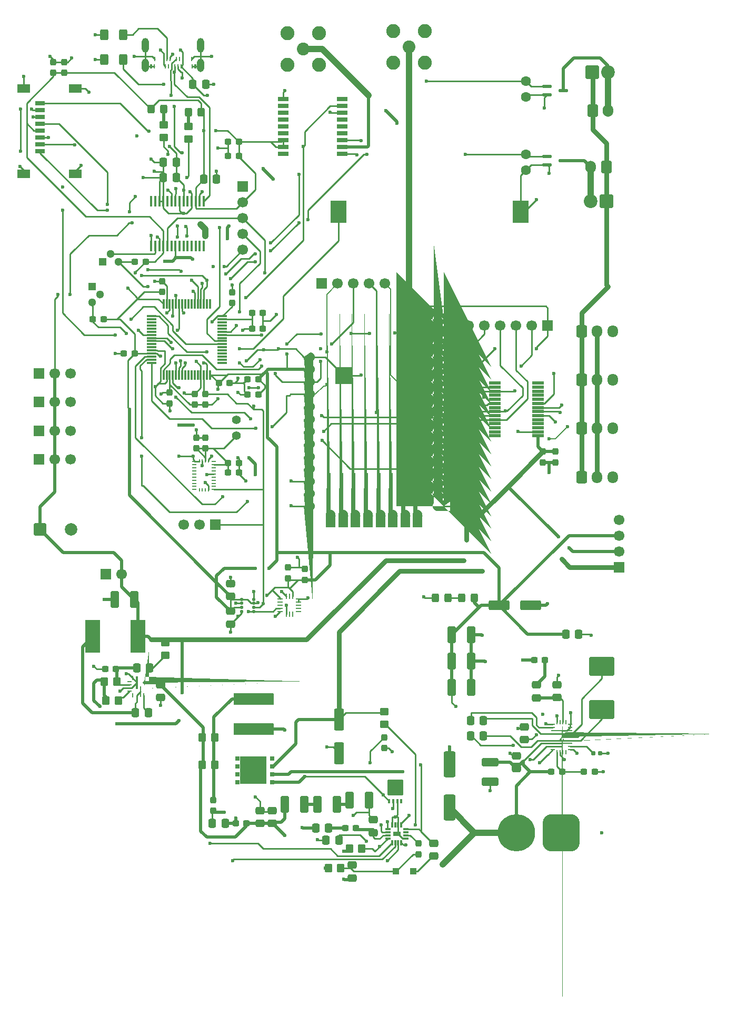
<source format=gbr>
G04 #@! TF.GenerationSoftware,KiCad,Pcbnew,9.0.3*
G04 #@! TF.CreationDate,2026-01-14T23:42:54-07:00*
G04 #@! TF.ProjectId,Wrectangle-V4,57726563-7461-46e6-976c-652d56342e6b,rev?*
G04 #@! TF.SameCoordinates,Original*
G04 #@! TF.FileFunction,Copper,L1,Top*
G04 #@! TF.FilePolarity,Positive*
%FSLAX46Y46*%
G04 Gerber Fmt 4.6, Leading zero omitted, Abs format (unit mm)*
G04 Created by KiCad (PCBNEW 9.0.3) date 2026-01-14 23:42:54*
%MOMM*%
%LPD*%
G01*
G04 APERTURE LIST*
G04 Aperture macros list*
%AMRoundRect*
0 Rectangle with rounded corners*
0 $1 Rounding radius*
0 $2 $3 $4 $5 $6 $7 $8 $9 X,Y pos of 4 corners*
0 Add a 4 corners polygon primitive as box body*
4,1,4,$2,$3,$4,$5,$6,$7,$8,$9,$2,$3,0*
0 Add four circle primitives for the rounded corners*
1,1,$1+$1,$2,$3*
1,1,$1+$1,$4,$5*
1,1,$1+$1,$6,$7*
1,1,$1+$1,$8,$9*
0 Add four rect primitives between the rounded corners*
20,1,$1+$1,$2,$3,$4,$5,0*
20,1,$1+$1,$4,$5,$6,$7,0*
20,1,$1+$1,$6,$7,$8,$9,0*
20,1,$1+$1,$8,$9,$2,$3,0*%
%AMFreePoly0*
4,1,70,1.060001,0.759050,1.099006,0.756050,1.139010,0.751049,1.178011,0.743049,1.217014,0.734048,1.255017,0.723047,1.292020,0.710046,1.329021,0.694045,1.365024,0.677044,1.400026,0.658043,1.434028,0.637042,1.467031,0.615040,1.498031,0.591040,1.498032,0.591038,1.529032,0.565038,1.585038,0.509032,1.611038,0.478032,1.611040,0.478031,1.635040,0.447031,1.657043,0.414026,
1.678044,0.380024,1.697045,0.345021,1.714046,0.309020,1.730047,0.272017,1.743048,0.235014,1.754049,0.197011,1.763049,0.158010,1.771050,0.119006,1.776050,0.079004,1.779050,0.040001,1.780050,-0.000001,1.779050,-0.040004,1.776050,-0.079006,1.771049,-0.119010,1.763049,-0.158011,1.754048,-0.197014,1.743047,-0.235017,1.730046,-0.272020,1.714045,-0.309021,1.697044,-0.345024,
1.678043,-0.380026,1.657042,-0.414028,1.635040,-0.447031,1.611040,-0.478031,1.611038,-0.478032,1.585038,-0.509032,1.529032,-0.565038,1.498032,-0.591038,1.498031,-0.591040,1.467031,-0.615040,1.434026,-0.637043,1.400024,-0.658044,1.365021,-0.677045,1.329020,-0.694046,1.292017,-0.710047,1.255014,-0.723048,1.217011,-0.734049,1.178010,-0.743049,1.139006,-0.751050,1.099004,-0.756050,
1.060001,-0.759050,1.020001,-0.760050,-1.020000,-0.760050,-1.020035,-0.760035,-1.020050,-0.760000,-1.020050,0.760000,-1.020035,0.760035,-1.020000,0.760050,1.020001,0.760050,1.060001,0.759050,1.060001,0.759050,$1*%
%AMFreePoly1*
4,1,70,0.040001,1.779050,0.079006,1.776050,0.119010,1.771049,0.158011,1.763049,0.197014,1.754048,0.235017,1.743047,0.272020,1.730046,0.309021,1.714045,0.345024,1.697044,0.380026,1.678043,0.414028,1.657042,0.447031,1.635040,0.478031,1.611040,0.478032,1.611038,0.509032,1.585038,0.565038,1.529032,0.591038,1.498032,0.591040,1.498031,0.615040,1.467031,0.637043,1.434026,
0.658044,1.400024,0.677045,1.365021,0.694046,1.329020,0.710047,1.292017,0.723048,1.255014,0.734049,1.217011,0.743049,1.178010,0.751050,1.139006,0.756050,1.099004,0.759050,1.060001,0.760050,1.020001,0.760050,-1.020000,0.760035,-1.020035,0.760000,-1.020050,-0.760000,-1.020050,-0.760035,-1.020035,-0.760050,-1.020000,-0.760050,1.020001,-0.759050,1.060004,-0.756050,1.099006,
-0.751049,1.139010,-0.743049,1.178011,-0.734048,1.217014,-0.723047,1.255017,-0.710046,1.292020,-0.694045,1.329021,-0.677044,1.365024,-0.658043,1.400026,-0.637042,1.434028,-0.615040,1.467031,-0.591040,1.498031,-0.591038,1.498032,-0.565038,1.529032,-0.509032,1.585038,-0.478032,1.611038,-0.478031,1.611040,-0.447031,1.635040,-0.414026,1.657043,-0.380024,1.678044,-0.345021,1.697045,
-0.309020,1.714046,-0.272017,1.730047,-0.235014,1.743048,-0.197011,1.754049,-0.158010,1.763049,-0.119006,1.771050,-0.079004,1.776050,-0.040001,1.779050,0.000001,1.780050,0.040001,1.779050,0.040001,1.779050,$1*%
%AMFreePoly2*
4,1,70,1.020035,0.760035,1.020050,0.760000,1.020050,-0.760000,1.020035,-0.760035,1.020000,-0.760050,-1.020001,-0.760050,-1.060004,-0.759050,-1.099006,-0.756050,-1.139010,-0.751049,-1.178011,-0.743049,-1.217014,-0.734048,-1.255017,-0.723047,-1.292020,-0.710046,-1.329021,-0.694045,-1.365024,-0.677044,-1.400026,-0.658043,-1.434028,-0.637042,-1.467031,-0.615040,-1.498031,-0.591040,-1.498032,-0.591038,
-1.529032,-0.565038,-1.585038,-0.509032,-1.611038,-0.478032,-1.611040,-0.478031,-1.635040,-0.447031,-1.657043,-0.414026,-1.678044,-0.380024,-1.697045,-0.345021,-1.714046,-0.309020,-1.730047,-0.272017,-1.743048,-0.235014,-1.754049,-0.197011,-1.763049,-0.158010,-1.771050,-0.119006,-1.776050,-0.079004,-1.779050,-0.040001,-1.780050,0.000001,-1.779050,0.040004,-1.776050,0.079006,-1.771049,0.119010,
-1.763049,0.158011,-1.754048,0.197014,-1.743047,0.235017,-1.730046,0.272020,-1.714045,0.309021,-1.697044,0.345024,-1.678043,0.380026,-1.657042,0.414028,-1.635040,0.447031,-1.611040,0.478031,-1.611038,0.478032,-1.585038,0.509032,-1.529032,0.565038,-1.498032,0.591038,-1.498031,0.591040,-1.467031,0.615040,-1.434026,0.637043,-1.400024,0.658044,-1.365021,0.677045,-1.329020,0.694046,
-1.292017,0.710047,-1.255014,0.723048,-1.217011,0.734049,-1.178010,0.743049,-1.139006,0.751050,-1.099004,0.756050,-1.060001,0.759050,-1.020001,0.760050,1.020000,0.760050,1.020035,0.760035,1.020035,0.760035,$1*%
%AMFreePoly3*
4,1,291,0.156581,1.054743,0.158810,1.054000,0.160000,1.054000,0.161581,1.053743,0.163810,1.053000,0.165000,1.053000,0.166581,1.052743,0.169581,1.051743,0.170236,1.051472,0.171920,1.050630,0.173810,1.050000,0.200000,1.050000,0.200000,1.023810,0.200630,1.021920,0.201472,1.020236,0.201743,1.019581,0.202743,1.016581,0.203000,1.015000,0.203000,1.013810,0.203743,1.011581,
0.204000,1.010000,0.204000,1.008810,0.204743,1.006581,0.205000,1.005000,0.205000,0.230000,0.715000,0.230000,0.716581,0.229743,0.718810,0.229000,0.720000,0.229000,0.721581,0.228743,0.723810,0.228000,0.725000,0.228000,0.726581,0.227743,0.729581,0.226743,0.730236,0.226472,0.731920,0.225630,0.734581,0.224743,0.736536,0.223536,0.737964,0.222108,0.739236,0.221472,
0.740536,0.220536,0.741964,0.219108,0.743236,0.218472,0.744536,0.217536,0.752536,0.209536,0.753472,0.208236,0.754108,0.206964,0.755536,0.205536,0.756472,0.204236,0.757108,0.202964,0.758536,0.201536,0.759743,0.199581,0.760630,0.196920,0.761472,0.195236,0.761743,0.194581,0.762743,0.191581,0.763000,0.190000,0.763000,0.188810,0.763743,0.186581,0.764000,0.185000,
0.764000,0.183810,0.764743,0.181581,0.765000,0.180000,0.765000,0.020000,0.764743,0.018419,0.764000,0.016190,0.764000,0.015000,0.763743,0.013419,0.763000,0.011190,0.763000,0.010000,0.762743,0.008419,0.761743,0.005419,0.761472,0.004764,0.760630,0.003080,0.759743,0.000419,0.758536,-0.001536,0.757108,-0.002964,0.756472,-0.004236,0.755536,-0.005536,0.754108,-0.006964,
0.753472,-0.008236,0.752536,-0.009536,0.744536,-0.017536,0.743236,-0.018472,0.741964,-0.019108,0.740536,-0.020536,0.739236,-0.021472,0.737964,-0.022108,0.736536,-0.023536,0.734581,-0.024743,0.731920,-0.025630,0.730236,-0.026472,0.729581,-0.026743,0.726581,-0.027743,0.725000,-0.028000,0.723810,-0.028000,0.721581,-0.028743,0.720000,-0.029000,0.718810,-0.029000,0.716581,-0.029743,
0.715000,-0.030000,0.205000,-0.030000,0.205000,-0.270000,0.715000,-0.270000,0.716581,-0.270257,0.718810,-0.271000,0.720000,-0.271000,0.721581,-0.271257,0.723810,-0.272000,0.725000,-0.272000,0.726581,-0.272257,0.729581,-0.273257,0.730236,-0.273528,0.731920,-0.274370,0.734581,-0.275257,0.736536,-0.276464,0.737964,-0.277892,0.739236,-0.278528,0.740536,-0.279464,0.741964,-0.280892,
0.743236,-0.281528,0.744536,-0.282464,0.752536,-0.290464,0.753472,-0.291764,0.754108,-0.293036,0.755536,-0.294464,0.756472,-0.295764,0.757108,-0.297036,0.758536,-0.298464,0.759743,-0.300419,0.760630,-0.303080,0.761472,-0.304764,0.761743,-0.305419,0.762743,-0.308419,0.763000,-0.310000,0.763000,-0.311190,0.763743,-0.313419,0.764000,-0.315000,0.764000,-0.316190,0.764743,-0.318419,
0.765000,-0.320000,0.765000,-0.480000,0.764743,-0.481581,0.764000,-0.483810,0.764000,-0.485000,0.763743,-0.486581,0.763000,-0.488810,0.763000,-0.490000,0.762743,-0.491581,0.761743,-0.494581,0.761472,-0.495236,0.760630,-0.496920,0.759743,-0.499581,0.758536,-0.501536,0.757108,-0.502964,0.756472,-0.504236,0.755536,-0.505536,0.754108,-0.506964,0.753472,-0.508236,0.752536,-0.509536,
0.744536,-0.517536,0.743236,-0.518472,0.741964,-0.519108,0.740536,-0.520536,0.739236,-0.521472,0.737964,-0.522108,0.736536,-0.523536,0.734581,-0.524743,0.731920,-0.525630,0.730236,-0.526472,0.729581,-0.526743,0.726581,-0.527743,0.725000,-0.528000,0.723810,-0.528000,0.721581,-0.528743,0.720000,-0.529000,0.718810,-0.529000,0.716581,-0.529743,0.715000,-0.530000,0.205000,-0.530000,
0.205000,-0.770000,0.710000,-0.770000,0.711581,-0.770257,0.726581,-0.775257,0.727774,-0.775840,0.730218,-0.777469,0.732581,-0.778257,0.733774,-0.778840,0.739774,-0.782840,0.740536,-0.783464,0.747536,-0.790464,0.748160,-0.791226,0.749884,-0.793812,0.751536,-0.795464,0.752160,-0.796226,0.758160,-0.805226,0.758743,-0.806419,0.759530,-0.808782,0.761160,-0.811226,0.761743,-0.812419,
0.764743,-0.821419,0.765000,-0.823000,0.765000,-0.825383,0.765851,-0.828787,0.766000,-0.830000,0.766000,-0.846000,0.765851,-0.847213,0.765000,-0.850617,0.765000,-0.949383,0.765851,-0.952787,0.766000,-0.954000,0.766000,-0.970000,0.765851,-0.971213,0.765000,-0.974617,0.765000,-0.977000,0.764743,-0.978581,0.761743,-0.987581,0.761160,-0.988774,0.759530,-0.991218,0.758743,-0.993581,
0.758160,-0.994774,0.752160,-1.003774,0.751536,-1.004536,0.749884,-1.006188,0.748160,-1.008774,0.747536,-1.009536,0.740536,-1.016536,0.739774,-1.017160,0.733774,-1.021160,0.732581,-1.021743,0.730218,-1.022530,0.727774,-1.024160,0.726581,-1.024743,0.711581,-1.029743,0.710000,-1.030000,0.205000,-1.030000,0.205000,-1.050000,0.203536,-1.053536,0.200000,-1.055000,-0.155000,-1.055000,
-0.156581,-1.054743,-0.158810,-1.054000,-0.160000,-1.054000,-0.161581,-1.053743,-0.163810,-1.053000,-0.165000,-1.053000,-0.166581,-1.052743,-0.169581,-1.051743,-0.170236,-1.051472,-0.171920,-1.050630,-0.173810,-1.050000,-0.200000,-1.050000,-0.200000,-1.023810,-0.200630,-1.021920,-0.201472,-1.020236,-0.201743,-1.019581,-0.202743,-1.016581,-0.203000,-1.015000,-0.203000,-1.013810,-0.203743,-1.011581,
-0.204000,-1.010000,-0.204000,-1.008810,-0.204743,-1.006581,-0.205000,-1.005000,-0.205000,1.005000,-0.204743,1.006581,-0.204000,1.008810,-0.204000,1.010000,-0.203743,1.011581,-0.203000,1.013810,-0.203000,1.015000,-0.202743,1.016581,-0.201743,1.019581,-0.201472,1.020236,-0.200630,1.021920,-0.200000,1.023810,-0.200000,1.050000,-0.173810,1.050000,-0.171920,1.050630,-0.170236,1.051472,
-0.169581,1.051743,-0.166581,1.052743,-0.165000,1.053000,-0.163810,1.053000,-0.161581,1.053743,-0.160000,1.054000,-0.158810,1.054000,-0.156581,1.054743,-0.155000,1.055000,0.155000,1.055000,0.156581,1.054743,0.156581,1.054743,$1*%
%AMFreePoly4*
4,1,169,0.081581,1.704743,0.083810,1.704000,0.085000,1.704000,0.086581,1.703743,0.088810,1.703000,0.090000,1.703000,0.091581,1.702743,0.094581,1.701743,0.095236,1.701472,0.096920,1.700630,0.099581,1.699743,0.101536,1.698536,0.102964,1.697108,0.104236,1.696472,0.105536,1.695536,0.106964,1.694108,0.108236,1.693472,0.109536,1.692536,0.117536,1.684536,0.118472,1.683236,
0.119108,1.681964,0.120536,1.680536,0.121472,1.679236,0.122108,1.677964,0.123536,1.676536,0.124743,1.674581,0.125630,1.671920,0.126472,1.670236,0.126743,1.669581,0.127743,1.666581,0.128000,1.665000,0.128000,1.663810,0.128743,1.661581,0.129000,1.660000,0.129000,1.658810,0.129743,1.656581,0.130000,1.655000,0.130000,1.180000,0.165000,1.180000,0.168536,1.178536,
0.170000,1.175000,0.170000,-1.175000,0.168536,-1.178536,0.165000,-1.180000,0.130000,-1.180000,0.130000,-1.655000,0.129743,-1.656581,0.129000,-1.658810,0.129000,-1.660000,0.128743,-1.661581,0.128000,-1.663810,0.128000,-1.665000,0.127743,-1.666581,0.126743,-1.669581,0.126472,-1.670236,0.125630,-1.671920,0.124743,-1.674581,0.123536,-1.676536,0.122108,-1.677964,0.121472,-1.679236,
0.120536,-1.680536,0.119108,-1.681964,0.118472,-1.683236,0.117536,-1.684536,0.109536,-1.692536,0.108236,-1.693472,0.106964,-1.694108,0.105536,-1.695536,0.104236,-1.696472,0.102964,-1.697108,0.101536,-1.698536,0.099581,-1.699743,0.096920,-1.700630,0.095236,-1.701472,0.094581,-1.701743,0.091581,-1.702743,0.090000,-1.703000,0.088810,-1.703000,0.086581,-1.703743,0.085000,-1.704000,
0.083810,-1.704000,0.081581,-1.704743,0.080000,-1.705000,-0.080000,-1.705000,-0.081581,-1.704743,-0.083810,-1.704000,-0.085000,-1.704000,-0.086581,-1.703743,-0.088810,-1.703000,-0.090000,-1.703000,-0.091581,-1.702743,-0.094581,-1.701743,-0.095236,-1.701472,-0.096920,-1.700630,-0.099581,-1.699743,-0.101536,-1.698536,-0.102964,-1.697108,-0.104236,-1.696472,-0.105536,-1.695536,-0.106964,-1.694108,
-0.108236,-1.693472,-0.109536,-1.692536,-0.117536,-1.684536,-0.118472,-1.683236,-0.119108,-1.681964,-0.120536,-1.680536,-0.121472,-1.679236,-0.122108,-1.677964,-0.123536,-1.676536,-0.124743,-1.674581,-0.125630,-1.671920,-0.126472,-1.670236,-0.126743,-1.669581,-0.127743,-1.666581,-0.128000,-1.665000,-0.128000,-1.663810,-0.128743,-1.661581,-0.129000,-1.660000,-0.129000,-1.658810,-0.129743,-1.656581,
-0.130000,-1.655000,-0.130000,-1.180000,-0.165000,-1.180000,-0.168536,-1.178536,-0.170000,-1.175000,-0.170000,1.175000,-0.168536,1.178536,-0.165000,1.180000,-0.130000,1.180000,-0.130000,1.655000,-0.129743,1.656581,-0.129000,1.658810,-0.129000,1.660000,-0.128743,1.661581,-0.128000,1.663810,-0.128000,1.665000,-0.127743,1.666581,-0.126743,1.669581,-0.126472,1.670236,-0.125630,1.671920,
-0.124743,1.674581,-0.123536,1.676536,-0.122108,1.677964,-0.121472,1.679236,-0.120536,1.680536,-0.119108,1.681964,-0.118472,1.683236,-0.117536,1.684536,-0.109536,1.692536,-0.108236,1.693472,-0.106964,1.694108,-0.105536,1.695536,-0.104236,1.696472,-0.102964,1.697108,-0.101536,1.698536,-0.099581,1.699743,-0.096920,1.700630,-0.095236,1.701472,-0.094581,1.701743,-0.091581,1.702743,
-0.090000,1.703000,-0.088810,1.703000,-0.086581,1.703743,-0.085000,1.704000,-0.083810,1.704000,-0.081581,1.704743,-0.080000,1.705000,0.080000,1.705000,0.081581,1.704743,0.081581,1.704743,$1*%
G04 Aperture macros list end*
G04 #@! TA.AperFunction,SMDPad,CuDef*
%ADD10RoundRect,0.250000X-0.350000X-0.450000X0.350000X-0.450000X0.350000X0.450000X-0.350000X0.450000X0*%
G04 #@! TD*
G04 #@! TA.AperFunction,SMDPad,CuDef*
%ADD11RoundRect,0.250000X0.450000X-0.350000X0.450000X0.350000X-0.450000X0.350000X-0.450000X-0.350000X0*%
G04 #@! TD*
G04 #@! TA.AperFunction,SMDPad,CuDef*
%ADD12RoundRect,0.250000X-0.337500X-0.475000X0.337500X-0.475000X0.337500X0.475000X-0.337500X0.475000X0*%
G04 #@! TD*
G04 #@! TA.AperFunction,SMDPad,CuDef*
%ADD13RoundRect,0.250000X0.475000X-0.337500X0.475000X0.337500X-0.475000X0.337500X-0.475000X-0.337500X0*%
G04 #@! TD*
G04 #@! TA.AperFunction,SMDPad,CuDef*
%ADD14RoundRect,0.250000X0.337500X0.475000X-0.337500X0.475000X-0.337500X-0.475000X0.337500X-0.475000X0*%
G04 #@! TD*
G04 #@! TA.AperFunction,SMDPad,CuDef*
%ADD15RoundRect,0.075000X0.075000X0.300000X-0.075000X0.300000X-0.075000X-0.300000X0.075000X-0.300000X0*%
G04 #@! TD*
G04 #@! TA.AperFunction,SMDPad,CuDef*
%ADD16RoundRect,0.062500X0.062500X0.312500X-0.062500X0.312500X-0.062500X-0.312500X0.062500X-0.312500X0*%
G04 #@! TD*
G04 #@! TA.AperFunction,HeatsinkPad*
%ADD17O,1.150000X2.150000*%
G04 #@! TD*
G04 #@! TA.AperFunction,HeatsinkPad*
%ADD18O,1.150000X2.350000*%
G04 #@! TD*
G04 #@! TA.AperFunction,SMDPad,CuDef*
%ADD19RoundRect,0.250000X-0.450000X0.350000X-0.450000X-0.350000X0.450000X-0.350000X0.450000X0.350000X0*%
G04 #@! TD*
G04 #@! TA.AperFunction,ComponentPad*
%ADD20R,1.300000X1.300000*%
G04 #@! TD*
G04 #@! TA.AperFunction,ComponentPad*
%ADD21C,1.300000*%
G04 #@! TD*
G04 #@! TA.AperFunction,SMDPad,CuDef*
%ADD22RoundRect,0.250000X-0.400000X-0.625000X0.400000X-0.625000X0.400000X0.625000X-0.400000X0.625000X0*%
G04 #@! TD*
G04 #@! TA.AperFunction,SMDPad,CuDef*
%ADD23R,4.295000X4.510000*%
G04 #@! TD*
G04 #@! TA.AperFunction,SMDPad,CuDef*
%ADD24R,0.655000X0.675000*%
G04 #@! TD*
G04 #@! TA.AperFunction,SMDPad,CuDef*
%ADD25R,0.750000X0.675000*%
G04 #@! TD*
G04 #@! TA.AperFunction,SMDPad,CuDef*
%ADD26RoundRect,0.032500X-0.412500X-0.097500X0.412500X-0.097500X0.412500X0.097500X-0.412500X0.097500X0*%
G04 #@! TD*
G04 #@! TA.AperFunction,SMDPad,CuDef*
%ADD27RoundRect,0.032500X-0.097500X-0.412500X0.097500X-0.412500X0.097500X0.412500X-0.097500X0.412500X0*%
G04 #@! TD*
G04 #@! TA.AperFunction,SMDPad,CuDef*
%ADD28R,1.200000X0.800000*%
G04 #@! TD*
G04 #@! TA.AperFunction,SMDPad,CuDef*
%ADD29RoundRect,0.100000X0.100000X-0.250000X0.100000X0.250000X-0.100000X0.250000X-0.100000X-0.250000X0*%
G04 #@! TD*
G04 #@! TA.AperFunction,SMDPad,CuDef*
%ADD30RoundRect,0.062750X1.212250X-1.192250X1.212250X1.192250X-1.212250X1.192250X-1.212250X-1.192250X0*%
G04 #@! TD*
G04 #@! TA.AperFunction,SMDPad,CuDef*
%ADD31RoundRect,0.249999X-3.000001X0.710001X-3.000001X-0.710001X3.000001X-0.710001X3.000001X0.710001X0*%
G04 #@! TD*
G04 #@! TA.AperFunction,SMDPad,CuDef*
%ADD32RoundRect,0.237500X-0.237500X0.300000X-0.237500X-0.300000X0.237500X-0.300000X0.237500X0.300000X0*%
G04 #@! TD*
G04 #@! TA.AperFunction,SMDPad,CuDef*
%ADD33RoundRect,0.237500X-0.300000X-0.237500X0.300000X-0.237500X0.300000X0.237500X-0.300000X0.237500X0*%
G04 #@! TD*
G04 #@! TA.AperFunction,SMDPad,CuDef*
%ADD34RoundRect,0.250000X-0.325000X-0.450000X0.325000X-0.450000X0.325000X0.450000X-0.325000X0.450000X0*%
G04 #@! TD*
G04 #@! TA.AperFunction,SMDPad,CuDef*
%ADD35RoundRect,0.237500X0.300000X0.237500X-0.300000X0.237500X-0.300000X-0.237500X0.300000X-0.237500X0*%
G04 #@! TD*
G04 #@! TA.AperFunction,ComponentPad*
%ADD36RoundRect,0.250000X-0.600000X-0.725000X0.600000X-0.725000X0.600000X0.725000X-0.600000X0.725000X0*%
G04 #@! TD*
G04 #@! TA.AperFunction,ComponentPad*
%ADD37O,1.700000X1.950000*%
G04 #@! TD*
G04 #@! TA.AperFunction,SMDPad,CuDef*
%ADD38RoundRect,0.237500X0.237500X-0.300000X0.237500X0.300000X-0.237500X0.300000X-0.237500X-0.300000X0*%
G04 #@! TD*
G04 #@! TA.AperFunction,SMDPad,CuDef*
%ADD39RoundRect,0.056250X-0.188750X-0.168750X0.188750X-0.168750X0.188750X0.168750X-0.188750X0.168750X0*%
G04 #@! TD*
G04 #@! TA.AperFunction,ComponentPad*
%ADD40RoundRect,0.249999X0.850001X0.850001X-0.850001X0.850001X-0.850001X-0.850001X0.850001X-0.850001X0*%
G04 #@! TD*
G04 #@! TA.AperFunction,ComponentPad*
%ADD41C,2.200000*%
G04 #@! TD*
G04 #@! TA.AperFunction,SMDPad,CuDef*
%ADD42FreePoly0,0.000000*%
G04 #@! TD*
G04 #@! TA.AperFunction,SMDPad,CuDef*
%ADD43FreePoly1,0.000000*%
G04 #@! TD*
G04 #@! TA.AperFunction,SMDPad,CuDef*
%ADD44FreePoly2,0.000000*%
G04 #@! TD*
G04 #@! TA.AperFunction,SMDPad,CuDef*
%ADD45R,2.790000X2.790000*%
G04 #@! TD*
G04 #@! TA.AperFunction,SMDPad,CuDef*
%ADD46RoundRect,0.250000X0.300000X0.300000X-0.300000X0.300000X-0.300000X-0.300000X0.300000X-0.300000X0*%
G04 #@! TD*
G04 #@! TA.AperFunction,SMDPad,CuDef*
%ADD47RoundRect,0.062500X-0.237500X-0.062500X0.237500X-0.062500X0.237500X0.062500X-0.237500X0.062500X0*%
G04 #@! TD*
G04 #@! TA.AperFunction,SMDPad,CuDef*
%ADD48RoundRect,0.062500X-0.062500X-0.237500X0.062500X-0.237500X0.062500X0.237500X-0.062500X0.237500X0*%
G04 #@! TD*
G04 #@! TA.AperFunction,SMDPad,CuDef*
%ADD49RoundRect,0.062500X-0.062500X-0.787500X0.062500X-0.787500X0.062500X0.787500X-0.062500X0.787500X0*%
G04 #@! TD*
G04 #@! TA.AperFunction,SMDPad,CuDef*
%ADD50FreePoly3,0.000000*%
G04 #@! TD*
G04 #@! TA.AperFunction,SMDPad,CuDef*
%ADD51RoundRect,0.100000X-0.100000X-0.950000X0.100000X-0.950000X0.100000X0.950000X-0.100000X0.950000X0*%
G04 #@! TD*
G04 #@! TA.AperFunction,SMDPad,CuDef*
%ADD52RoundRect,0.250000X-0.412500X-1.100000X0.412500X-1.100000X0.412500X1.100000X-0.412500X1.100000X0*%
G04 #@! TD*
G04 #@! TA.AperFunction,SMDPad,CuDef*
%ADD53RoundRect,0.250000X-1.412500X-0.550000X1.412500X-0.550000X1.412500X0.550000X-1.412500X0.550000X0*%
G04 #@! TD*
G04 #@! TA.AperFunction,ComponentPad*
%ADD54R,1.700000X1.700000*%
G04 #@! TD*
G04 #@! TA.AperFunction,ComponentPad*
%ADD55C,1.700000*%
G04 #@! TD*
G04 #@! TA.AperFunction,SMDPad,CuDef*
%ADD56RoundRect,0.250000X0.325000X0.450000X-0.325000X0.450000X-0.325000X-0.450000X0.325000X-0.450000X0*%
G04 #@! TD*
G04 #@! TA.AperFunction,ComponentPad*
%ADD57RoundRect,0.250000X0.600000X0.750000X-0.600000X0.750000X-0.600000X-0.750000X0.600000X-0.750000X0*%
G04 #@! TD*
G04 #@! TA.AperFunction,ComponentPad*
%ADD58O,1.700000X2.000000*%
G04 #@! TD*
G04 #@! TA.AperFunction,ComponentPad*
%ADD59RoundRect,0.250000X-0.750000X-0.750000X0.750000X-0.750000X0.750000X0.750000X-0.750000X0.750000X0*%
G04 #@! TD*
G04 #@! TA.AperFunction,ComponentPad*
%ADD60C,2.000000*%
G04 #@! TD*
G04 #@! TA.AperFunction,SMDPad,CuDef*
%ADD61RoundRect,0.250000X-0.475000X0.337500X-0.475000X-0.337500X0.475000X-0.337500X0.475000X0.337500X0*%
G04 #@! TD*
G04 #@! TA.AperFunction,ComponentPad*
%ADD62C,2.050000*%
G04 #@! TD*
G04 #@! TA.AperFunction,ComponentPad*
%ADD63C,2.250000*%
G04 #@! TD*
G04 #@! TA.AperFunction,SMDPad,CuDef*
%ADD64RoundRect,0.056250X0.068750X-0.243750X0.068750X0.243750X-0.068750X0.243750X-0.068750X-0.243750X0*%
G04 #@! TD*
G04 #@! TA.AperFunction,SMDPad,CuDef*
%ADD65RoundRect,0.056250X0.268750X-0.068750X0.268750X0.068750X-0.268750X0.068750X-0.268750X-0.068750X0*%
G04 #@! TD*
G04 #@! TA.AperFunction,SMDPad,CuDef*
%ADD66RoundRect,0.056250X0.243750X-0.068750X0.243750X0.068750X-0.243750X0.068750X-0.243750X-0.068750X0*%
G04 #@! TD*
G04 #@! TA.AperFunction,SMDPad,CuDef*
%ADD67RoundRect,0.056250X1.643750X-0.068750X1.643750X0.068750X-1.643750X0.068750X-1.643750X-0.068750X0*%
G04 #@! TD*
G04 #@! TA.AperFunction,SMDPad,CuDef*
%ADD68FreePoly4,90.000000*%
G04 #@! TD*
G04 #@! TA.AperFunction,ComponentPad*
%ADD69RoundRect,0.250000X-0.600000X-0.750000X0.600000X-0.750000X0.600000X0.750000X-0.600000X0.750000X0*%
G04 #@! TD*
G04 #@! TA.AperFunction,SMDPad,CuDef*
%ADD70R,2.600000X3.600000*%
G04 #@! TD*
G04 #@! TA.AperFunction,SMDPad,CuDef*
%ADD71R,0.830000X0.270000*%
G04 #@! TD*
G04 #@! TA.AperFunction,SMDPad,CuDef*
%ADD72R,0.270000X0.830000*%
G04 #@! TD*
G04 #@! TA.AperFunction,SMDPad,CuDef*
%ADD73RoundRect,0.075000X-0.700000X-0.075000X0.700000X-0.075000X0.700000X0.075000X-0.700000X0.075000X0*%
G04 #@! TD*
G04 #@! TA.AperFunction,SMDPad,CuDef*
%ADD74RoundRect,0.075000X-0.075000X-0.700000X0.075000X-0.700000X0.075000X0.700000X-0.075000X0.700000X0*%
G04 #@! TD*
G04 #@! TA.AperFunction,SMDPad,CuDef*
%ADD75R,2.413000X5.334000*%
G04 #@! TD*
G04 #@! TA.AperFunction,SMDPad,CuDef*
%ADD76RoundRect,0.250000X-0.550000X1.500000X-0.550000X-1.500000X0.550000X-1.500000X0.550000X1.500000X0*%
G04 #@! TD*
G04 #@! TA.AperFunction,ComponentPad*
%ADD77RoundRect,0.249999X-0.850001X-0.850001X0.850001X-0.850001X0.850001X0.850001X-0.850001X0.850001X0*%
G04 #@! TD*
G04 #@! TA.AperFunction,SMDPad,CuDef*
%ADD78R,1.500000X0.800000*%
G04 #@! TD*
G04 #@! TA.AperFunction,SMDPad,CuDef*
%ADD79R,2.000000X1.450000*%
G04 #@! TD*
G04 #@! TA.AperFunction,SMDPad,CuDef*
%ADD80RoundRect,0.112500X-0.637500X0.112500X-0.637500X-0.112500X0.637500X-0.112500X0.637500X0.112500X0*%
G04 #@! TD*
G04 #@! TA.AperFunction,SMDPad,CuDef*
%ADD81RoundRect,0.249999X1.800001X-1.250001X1.800001X1.250001X-1.800001X1.250001X-1.800001X-1.250001X0*%
G04 #@! TD*
G04 #@! TA.AperFunction,SMDPad,CuDef*
%ADD82RoundRect,0.250000X-1.100000X0.412500X-1.100000X-0.412500X1.100000X-0.412500X1.100000X0.412500X0*%
G04 #@! TD*
G04 #@! TA.AperFunction,SMDPad,CuDef*
%ADD83RoundRect,0.250000X0.700000X-1.825000X0.700000X1.825000X-0.700000X1.825000X-0.700000X-1.825000X0*%
G04 #@! TD*
G04 #@! TA.AperFunction,SMDPad,CuDef*
%ADD84R,1.800000X0.700000*%
G04 #@! TD*
G04 #@! TA.AperFunction,SMDPad,CuDef*
%ADD85R,1.800000X0.800000*%
G04 #@! TD*
G04 #@! TA.AperFunction,ComponentPad*
%ADD86C,1.600000*%
G04 #@! TD*
G04 #@! TA.AperFunction,SMDPad,CuDef*
%ADD87R,0.675000X0.250000*%
G04 #@! TD*
G04 #@! TA.AperFunction,SMDPad,CuDef*
%ADD88R,0.250000X0.575000*%
G04 #@! TD*
G04 #@! TA.AperFunction,SMDPad,CuDef*
%ADD89R,0.450000X1.750000*%
G04 #@! TD*
G04 #@! TA.AperFunction,SMDPad,CuDef*
%ADD90RoundRect,0.060000X0.890000X0.180000X-0.890000X0.180000X-0.890000X-0.180000X0.890000X-0.180000X0*%
G04 #@! TD*
G04 #@! TA.AperFunction,ComponentPad*
%ADD91C,1.400000*%
G04 #@! TD*
G04 #@! TA.AperFunction,SMDPad,CuDef*
%ADD92RoundRect,0.155000X-0.212500X-0.155000X0.212500X-0.155000X0.212500X0.155000X-0.212500X0.155000X0*%
G04 #@! TD*
G04 #@! TA.AperFunction,ComponentPad*
%ADD93RoundRect,1.500000X1.500000X1.500000X-1.500000X1.500000X-1.500000X-1.500000X1.500000X-1.500000X0*%
G04 #@! TD*
G04 #@! TA.AperFunction,ComponentPad*
%ADD94C,6.000000*%
G04 #@! TD*
G04 #@! TA.AperFunction,ViaPad*
%ADD95C,0.600000*%
G04 #@! TD*
G04 #@! TA.AperFunction,Conductor*
%ADD96C,0.250000*%
G04 #@! TD*
G04 #@! TA.AperFunction,Conductor*
%ADD97C,0.500000*%
G04 #@! TD*
G04 #@! TA.AperFunction,Conductor*
%ADD98C,1.000000*%
G04 #@! TD*
G04 #@! TA.AperFunction,Conductor*
%ADD99C,0.750000*%
G04 #@! TD*
G04 #@! TA.AperFunction,Conductor*
%ADD100C,0.200000*%
G04 #@! TD*
G04 APERTURE END LIST*
D10*
G04 #@! TO.P,Rsns2-24V1,1*
G04 #@! TO.N,VBAT*
X95250000Y-144410000D03*
G04 #@! TO.P,Rsns2-24V1,2*
G04 #@! TO.N,Net-(L1-24V1-Pad1)*
X97250000Y-144410000D03*
G04 #@! TD*
G04 #@! TO.P,Rsns1-24V1,1*
G04 #@! TO.N,VBAT*
X95250000Y-140000000D03*
G04 #@! TO.P,Rsns1-24V1,2*
G04 #@! TO.N,Net-(L1-24V1-Pad1)*
X97250000Y-140000000D03*
G04 #@! TD*
G04 #@! TO.P,Rpg-24V1,1*
G04 #@! TO.N,0*
X115500000Y-161000000D03*
G04 #@! TO.P,Rpg-24V1,2*
G04 #@! TO.N,Net-(Dboot-24V1-A)*
X117500000Y-161000000D03*
G04 #@! TD*
D11*
G04 #@! TO.P,Rfbt-24V1,1*
G04 #@! TO.N,/24V-PowerCircuit/FB*
X124500000Y-137820000D03*
G04 #@! TO.P,Rfbt-24V1,2*
G04 #@! TO.N,24VCC*
X124500000Y-135820000D03*
G04 #@! TD*
D10*
G04 #@! TO.P,Rfbb-24V1,1*
G04 #@! TO.N,0*
X118900000Y-157800000D03*
G04 #@! TO.P,Rfbb-24V1,2*
G04 #@! TO.N,/24V-PowerCircuit/FB*
X120900000Y-157800000D03*
G04 #@! TD*
D12*
G04 #@! TO.P,Coutx2,1*
G04 #@! TO.N,V+3.3*
X153712500Y-123350000D03*
G04 #@! TO.P,Coutx2,2*
G04 #@! TO.N,0*
X155787500Y-123350000D03*
G04 #@! TD*
D13*
G04 #@! TO.P,Cinx2,1*
G04 #@! TO.N,VBAT*
X145750000Y-144962500D03*
G04 #@! TO.P,Cinx2,2*
G04 #@! TO.N,0*
X145750000Y-142887500D03*
G04 #@! TD*
G04 #@! TO.P,Cinx-5V1,1*
G04 #@! TO.N,VBAT*
X106500000Y-153787500D03*
G04 #@! TO.P,Cinx-5V1,2*
G04 #@! TO.N,0*
X106500000Y-151712500D03*
G04 #@! TD*
G04 #@! TO.P,Cvcc-24V1,1*
G04 #@! TO.N,0*
X119325000Y-162562500D03*
G04 #@! TO.P,Cvcc-24V1,2*
G04 #@! TO.N,Net-(Dboot-24V1-A)*
X119325000Y-160487500D03*
G04 #@! TD*
D14*
G04 #@! TO.P,Css-24V1,1*
G04 #@! TO.N,Net-(U7-SS)*
X117187500Y-156483390D03*
G04 #@! TO.P,Css-24V1,2*
G04 #@! TO.N,0*
X115112500Y-156483390D03*
G04 #@! TD*
D13*
G04 #@! TO.P,Cvcc1,1*
G04 #@! TO.N,Net-(U6-EXTVCC)*
X147025000Y-140325000D03*
G04 #@! TO.P,Cvcc1,2*
G04 #@! TO.N,0*
X147025000Y-138250000D03*
G04 #@! TD*
D15*
G04 #@! TO.P,J2,A1,GND*
G04 #@! TO.N,0*
X94100000Y-32125000D03*
D16*
X93600000Y-32125000D03*
D15*
X87000000Y-32125000D03*
D16*
G04 #@! TO.P,J2,A4,VBUS*
G04 #@! TO.N,5VCC*
X91800000Y-32125000D03*
G04 #@! TO.P,J2,A5,CC1*
G04 #@! TO.N,Net-(J2-CC1)*
X91300000Y-32125000D03*
G04 #@! TO.P,J2,A6,D+*
G04 #@! TO.N,USBD+*
X90800000Y-32125000D03*
G04 #@! TO.P,J2,A7,D-*
G04 #@! TO.N,USBD-*
X90300000Y-32125000D03*
G04 #@! TO.P,J2,A8*
G04 #@! TO.N,N/C*
X89800000Y-32125000D03*
G04 #@! TO.P,J2,A9,VBUS*
G04 #@! TO.N,5VCC*
X89300000Y-32125000D03*
G04 #@! TO.P,J2,A12,GND*
G04 #@! TO.N,0*
X87500000Y-32125000D03*
G04 #@! TO.P,J2,B1,GND*
X87550000Y-30875000D03*
G04 #@! TO.P,J2,B4,VBUS*
G04 #@! TO.N,5VCC*
X89050000Y-30875000D03*
G04 #@! TO.P,J2,B5,CC2*
G04 #@! TO.N,Net-(J2-CC2)*
X89550000Y-30875000D03*
G04 #@! TO.P,J2,B6,D+*
G04 #@! TO.N,USBD+*
X90050000Y-30875000D03*
G04 #@! TO.P,J2,B7,D-*
G04 #@! TO.N,USBD-*
X91050000Y-30875000D03*
G04 #@! TO.P,J2,B8*
G04 #@! TO.N,N/C*
X91550000Y-30875000D03*
G04 #@! TO.P,J2,B9,VBUS*
G04 #@! TO.N,5VCC*
X92050000Y-30875000D03*
G04 #@! TO.P,J2,B12,GND*
G04 #@! TO.N,0*
X93550000Y-30875000D03*
D17*
G04 #@! TO.P,J2,S1,SHIELD*
X95000000Y-31950000D03*
D18*
X95000000Y-28750000D03*
D17*
X86100000Y-31950000D03*
D18*
X86100000Y-28750000D03*
G04 #@! TD*
D14*
G04 #@! TO.P,Cff-5V1,1*
G04 #@! TO.N,Net-(Cff-5V1-Pad1)*
X86787500Y-128750000D03*
G04 #@! TO.P,Cff-5V1,2*
G04 #@! TO.N,Net-(U8-FB)*
X84712500Y-128750000D03*
G04 #@! TD*
D13*
G04 #@! TO.P,Ccomp2-24V1,1*
G04 #@! TO.N,/24V-PowerCircuit/COMP*
X122750000Y-155287500D03*
G04 #@! TO.P,Ccomp2-24V1,2*
G04 #@! TO.N,0*
X122750000Y-153212500D03*
G04 #@! TD*
G04 #@! TO.P,Ccomp2,1*
G04 #@! TO.N,Net-(U6-COMP)*
X152250000Y-133537500D03*
G04 #@! TO.P,Ccomp2,2*
G04 #@! TO.N,0*
X152250000Y-131462500D03*
G04 #@! TD*
D14*
G04 #@! TO.P,Cboot2,1*
G04 #@! TO.N,Net-(U6-SW2)*
X140425000Y-137240000D03*
G04 #@! TO.P,Cboot2,2*
G04 #@! TO.N,Net-(U6-BOOT2)*
X138350000Y-137240000D03*
G04 #@! TD*
G04 #@! TO.P,Cboot1,1*
G04 #@! TO.N,Net-(U6-SW1)*
X140425000Y-139750000D03*
G04 #@! TO.P,Cboot1,2*
G04 #@! TO.N,Net-(U6-BOOT1)*
X138350000Y-139750000D03*
G04 #@! TD*
D13*
G04 #@! TO.P,Cboot-24V1,1*
G04 #@! TO.N,Net-(Dboot-24V1-K)*
X132500000Y-159037500D03*
G04 #@! TO.P,Cboot-24V1,2*
G04 #@! TO.N,Net-(M1-24V1-D)*
X132500000Y-156962500D03*
G04 #@! TD*
D14*
G04 #@! TO.P,C12-24V1,1*
G04 #@! TO.N,Net-(U7-ISNS+)*
X98925000Y-153750000D03*
G04 #@! TO.P,C12-24V1,2*
G04 #@! TO.N,Net-(U7-ISNS-)*
X96850000Y-153750000D03*
G04 #@! TD*
D10*
G04 #@! TO.P,Rpg-5V1,1*
G04 #@! TO.N,5VCC*
X79750000Y-134000000D03*
G04 #@! TO.P,Rpg-5V1,2*
G04 #@! TO.N,Net-(U8-PG)*
X81750000Y-134000000D03*
G04 #@! TD*
D19*
G04 #@! TO.P,Rff-5V1,1*
G04 #@! TO.N,5VCC*
X89250000Y-124750000D03*
G04 #@! TO.P,Rff-5V1,2*
G04 #@! TO.N,Net-(Cff-5V1-Pad1)*
X89250000Y-126750000D03*
G04 #@! TD*
D20*
G04 #@! TO.P,STM_T2,1,E*
G04 #@! TO.N,0*
X77500000Y-67500000D03*
D21*
G04 #@! TO.P,STM_T2,2,B*
G04 #@! TO.N,FT232_RTS*
X78770000Y-68780000D03*
G04 #@! TO.P,STM_T2,3,C*
G04 #@! TO.N,NRST*
X77500000Y-70040000D03*
G04 #@! TD*
D20*
G04 #@! TO.P,STM_T1,1,E*
G04 #@! TO.N,0*
X79230000Y-63520000D03*
D21*
G04 #@! TO.P,STM_T1,2,B*
G04 #@! TO.N,FT232_DTR*
X80510000Y-62250000D03*
G04 #@! TO.P,STM_T1,3,C*
G04 #@! TO.N,BOOT0*
X81770000Y-63520000D03*
G04 #@! TD*
D22*
G04 #@! TO.P,R_USB_2,1*
G04 #@! TO.N,0*
X79450000Y-27000000D03*
G04 #@! TO.P,R_USB_2,2*
G04 #@! TO.N,Net-(J2-CC2)*
X82550000Y-27000000D03*
G04 #@! TD*
G04 #@! TO.P,R_USB_1,1*
G04 #@! TO.N,0*
X79450000Y-31000000D03*
G04 #@! TO.P,R_USB_1,2*
G04 #@! TO.N,Net-(J2-CC1)*
X82550000Y-31000000D03*
G04 #@! TD*
D23*
G04 #@! TO.P,M2-24V1,9*
G04 #@! TO.N,N/C*
X103397500Y-145250000D03*
D24*
X100922500Y-147167500D03*
X100922500Y-145910000D03*
X100922500Y-144590000D03*
X100922500Y-143332500D03*
D25*
G04 #@! TO.P,M2-24V1,4*
X106475000Y-143332500D03*
G04 #@! TO.P,M2-24V1,2,G*
G04 #@! TO.N,Net-(M2-24V1-G)*
X106475000Y-145910000D03*
G04 #@! TO.P,M2-24V1,1,D*
G04 #@! TO.N,Net-(M1-24V1-D)*
X106475000Y-147167500D03*
G04 #@! TO.P,M2-24V1,3,S*
G04 #@! TO.N,24VCC*
X106475000Y-144590000D03*
G04 #@! TD*
D26*
G04 #@! TO.P,U7,1,RT/CLK*
G04 #@! TO.N,Net-(U7-RT{slash}CLK)*
X125060000Y-154690000D03*
G04 #@! TO.P,U7,2,SS*
G04 #@! TO.N,Net-(U7-SS)*
X125060000Y-155190000D03*
G04 #@! TO.P,U7,3,COMP*
G04 #@! TO.N,/24V-PowerCircuit/COMP*
X125060000Y-155690000D03*
G04 #@! TO.P,U7,4,FB*
G04 #@! TO.N,/24V-PowerCircuit/FB*
X125060000Y-156190000D03*
D27*
G04 #@! TO.P,U7,5,ISNS-*
G04 #@! TO.N,Net-(U7-ISNS-)*
X125750000Y-156880000D03*
G04 #@! TO.P,U7,6,ISNS+*
G04 #@! TO.N,Net-(U7-ISNS+)*
X126250000Y-156880000D03*
G04 #@! TO.P,U7,7,VIN*
G04 #@! TO.N,VBAT*
X126750000Y-156880000D03*
G04 #@! TO.P,U7,8,LDRV*
G04 #@! TO.N,Net-(M1-24V1-G)*
X127250000Y-156880000D03*
D26*
G04 #@! TO.P,U7,9,PGND*
G04 #@! TO.N,0*
X127940000Y-156190000D03*
G04 #@! TO.P,U7,10,VCC*
G04 #@! TO.N,Net-(U7-VCC)*
X127940000Y-155690000D03*
G04 #@! TO.P,U7,11,BOOT*
G04 #@! TO.N,/24V-PowerCircuit/BOOT*
X127940000Y-155190000D03*
G04 #@! TO.P,U7,12,SW*
G04 #@! TO.N,Net-(M1-24V1-D)*
X127940000Y-154690000D03*
D27*
G04 #@! TO.P,U7,13,HDRV*
G04 #@! TO.N,Net-(M2-24V1-G)*
X127250000Y-154000000D03*
G04 #@! TO.P,U7,14,PGOOD*
G04 #@! TO.N,0*
X126750000Y-154000000D03*
G04 #@! TO.P,U7,15,EN*
G04 #@! TO.N,unconnected-(U7-EN-Pad15)*
X126250000Y-154000000D03*
G04 #@! TO.P,U7,16,AGND_16*
G04 #@! TO.N,0*
X125750000Y-154000000D03*
D28*
G04 #@! TO.P,U7,17,AGND_17*
X126500000Y-155440000D03*
G04 #@! TD*
D29*
G04 #@! TO.P,M1-24V1,1,D*
G04 #@! TO.N,Net-(M1-24V1-D)*
X125300000Y-150200000D03*
G04 #@! TO.P,M1-24V1,2,G*
G04 #@! TO.N,Net-(M1-24V1-G)*
X125950000Y-150200000D03*
G04 #@! TO.P,M1-24V1,3,S*
G04 #@! TO.N,0*
X126600000Y-150200000D03*
G04 #@! TO.P,M1-24V1,4*
G04 #@! TO.N,N/C*
X127250000Y-150200000D03*
D30*
G04 #@! TO.P,M1-24V1,5*
X126275000Y-148005000D03*
G04 #@! TD*
D31*
G04 #@! TO.P,L1-24V1,1,1*
G04 #@! TO.N,Net-(L1-24V1-Pad1)*
X103500000Y-133750000D03*
G04 #@! TO.P,L1-24V1,2,2*
G04 #@! TO.N,Net-(M1-24V1-D)*
X103500000Y-138570000D03*
G04 #@! TD*
D32*
G04 #@! TO.P,C_SD_Decap2,1*
G04 #@! TO.N,0*
X71250000Y-31387500D03*
G04 #@! TO.P,C_SD_Decap2,2*
G04 #@! TO.N,V+3.3*
X71250000Y-33112500D03*
G04 #@! TD*
D33*
G04 #@! TO.P,Rent1,1*
G04 #@! TO.N,VBAT*
X151387500Y-145500000D03*
G04 #@! TO.P,Rent1,2*
G04 #@! TO.N,Net-(U6-EN{slash}UVLO)*
X153112500Y-145500000D03*
G04 #@! TD*
D32*
G04 #@! TO.P,C_SD_Decap1,1*
G04 #@! TO.N,0*
X73000000Y-31387500D03*
G04 #@! TO.P,C_SD_Decap1,2*
G04 #@! TO.N,V+3.3*
X73000000Y-33112500D03*
G04 #@! TD*
D34*
G04 #@! TO.P,USB_rx_LED1,1,K*
G04 #@! TO.N,Net-(USB_rx_LED1-K)*
X92975000Y-39500000D03*
G04 #@! TO.P,USB_rx_LED1,2,A*
G04 #@! TO.N,V+3.3*
X95025000Y-39500000D03*
G04 #@! TD*
D35*
G04 #@! TO.P,C_BNO_Decap2,1*
G04 #@! TO.N,0*
X101112500Y-97370000D03*
G04 #@! TO.P,C_BNO_Decap2,2*
G04 #@! TO.N,V+3.3*
X99387500Y-97370000D03*
G04 #@! TD*
G04 #@! TO.P,STMcap2,1*
G04 #@! TO.N,0*
X104975000Y-71740000D03*
G04 #@! TO.P,STMcap2,2*
G04 #@! TO.N,Net-(U1-VCAP_1)*
X103250000Y-71740000D03*
G04 #@! TD*
D36*
G04 #@! TO.P,J6,1,Pin_1*
G04 #@! TO.N,24VCC*
X156250000Y-98100000D03*
D37*
G04 #@! TO.P,J6,2,Pin_2*
G04 #@! TO.N,0*
X158750000Y-98100000D03*
G04 #@! TO.P,J6,3,Pin_3*
G04 #@! TO.N,AIN0*
X161250000Y-98100000D03*
G04 #@! TD*
D38*
G04 #@! TO.P,C_ADC_Decap1,1*
G04 #@! TO.N,0*
X138500000Y-84475000D03*
G04 #@! TO.P,C_ADC_Decap1,2*
G04 #@! TO.N,V+3.3*
X138500000Y-82750000D03*
G04 #@! TD*
D35*
G04 #@! TO.P,Rcomp-24V1,1*
G04 #@! TO.N,/24V-PowerCircuit/COMP*
X119975000Y-154500000D03*
G04 #@! TO.P,Rcomp-24V1,2*
G04 #@! TO.N,Net-(Ccomp-24V1-Pad1)*
X118250000Y-154500000D03*
G04 #@! TD*
D39*
G04 #@! TO.P,U11,1,GND*
G04 #@! TO.N,0*
X103470000Y-117745000D03*
G04 #@! TO.P,U11,2,CSB*
G04 #@! TO.N,V+3.3*
X103470000Y-118395000D03*
G04 #@! TO.P,U11,3,SDI*
G04 #@! TO.N,I2C2_SDA*
X103470000Y-119045000D03*
G04 #@! TO.P,U11,4,SCK*
G04 #@! TO.N,I2C2_SCL*
X103470000Y-119695000D03*
G04 #@! TO.P,U11,5,SDO*
G04 #@! TO.N,0*
X101530000Y-119695000D03*
G04 #@! TO.P,U11,6,VDDIO*
G04 #@! TO.N,V+3.3*
X101530000Y-119045000D03*
G04 #@! TO.P,U11,7,GND*
G04 #@! TO.N,0*
X101530000Y-118395000D03*
G04 #@! TO.P,U11,8,VDD*
G04 #@! TO.N,V+3.3*
X101530000Y-117745000D03*
G04 #@! TD*
D40*
G04 #@! TO.P,Sol2-FlybackDiode1,1,K*
G04 #@! TO.N,24VCC*
X160210000Y-53750000D03*
D41*
G04 #@! TO.P,Sol2-FlybackDiode1,2,A*
G04 #@! TO.N,Net-(J11-Pin_2)*
X157670000Y-53750000D03*
G04 #@! TD*
D33*
G04 #@! TO.P,Renb1,1*
G04 #@! TO.N,Net-(U6-EN{slash}UVLO)*
X156637500Y-145500000D03*
G04 #@! TO.P,Renb1,2*
G04 #@! TO.N,0*
X158362500Y-145500000D03*
G04 #@! TD*
D35*
G04 #@! TO.P,C_BNO_Decap1,1*
G04 #@! TO.N,0*
X101112500Y-95870000D03*
G04 #@! TO.P,C_BNO_Decap1,2*
G04 #@! TO.N,V+3.3*
X99387500Y-95870000D03*
G04 #@! TD*
D33*
G04 #@! TO.P,C_XBee_Decap2,1*
G04 #@! TO.N,0*
X102525000Y-84870000D03*
G04 #@! TO.P,C_XBee_Decap2,2*
G04 #@! TO.N,V+3.3*
X104250000Y-84870000D03*
G04 #@! TD*
D42*
G04 #@! TO.P,U9,1,GND*
G04 #@! TO.N,0*
X111592500Y-78802500D03*
G04 #@! TO.P,U9,2,VCC*
G04 #@! TO.N,V+3.3*
X111592500Y-80802500D03*
G04 #@! TO.P,U9,3,DIO13/DOUT*
G04 #@! TO.N,XBee_DOUT*
X111592500Y-82802500D03*
G04 #@! TO.P,U9,4,DIO14/DIN/~{CONFIG}*
G04 #@! TO.N,XBee_DIN*
X111592500Y-84802500D03*
G04 #@! TO.P,U9,5,DIO12*
G04 #@! TO.N,unconnected-(U9-DIO12-Pad5)*
X111592500Y-86802500D03*
G04 #@! TO.P,U9,6,~{RESET}*
G04 #@! TO.N,unconnected-(U9-~{RESET}-Pad6)*
X111592500Y-88802500D03*
G04 #@! TO.P,U9,7,DIO10/RSSI/PWM0*
G04 #@! TO.N,unconnected-(U9-DIO10{slash}RSSI{slash}PWM0-Pad7)*
X111592500Y-90802500D03*
G04 #@! TO.P,U9,8,DIO11/PWM1*
G04 #@! TO.N,unconnected-(U9-DIO11{slash}PWM1-Pad8)*
X111592500Y-92802500D03*
G04 #@! TO.P,U9,9*
G04 #@! TO.N,N/C*
X111592500Y-94802500D03*
G04 #@! TO.P,U9,10,DIO8/~{DTR}/SLEEP_RQ*
G04 #@! TO.N,unconnected-(U9-DIO8{slash}~{DTR}{slash}SLEEP_RQ-Pad10)*
X111592500Y-96802500D03*
G04 #@! TO.P,U9,11,GND*
G04 #@! TO.N,0*
X111592500Y-98802500D03*
G04 #@! TO.P,U9,12,DO19/~{SPI_ATTN}*
G04 #@! TO.N,unconnected-(U9-DO19{slash}~{SPI_ATTN}-Pad12)*
X111592500Y-100802500D03*
G04 #@! TO.P,U9,13,GND*
G04 #@! TO.N,0*
X111592500Y-102802500D03*
D43*
G04 #@! TO.P,U9,14,DO18/SPI_CLK*
G04 #@! TO.N,unconnected-(U9-DO18{slash}SPI_CLK-Pad14)*
X115872500Y-105132500D03*
G04 #@! TO.P,U9,15,DO17/~{SPI_SSEL}*
G04 #@! TO.N,unconnected-(U9-DO17{slash}~{SPI_SSEL}-Pad15)*
X117872500Y-105132500D03*
G04 #@! TO.P,U9,16,DO16/SPI_MOSI*
G04 #@! TO.N,unconnected-(U9-DO16{slash}SPI_MOSI-Pad16)*
X119872500Y-105132500D03*
G04 #@! TO.P,U9,17,DO15/SPI_MISO*
G04 #@! TO.N,unconnected-(U9-DO15{slash}SPI_MISO-Pad17)*
X121872500Y-105132500D03*
G04 #@! TO.P,U9,18*
G04 #@! TO.N,N/C*
X123872500Y-105132500D03*
G04 #@! TO.P,U9,19*
X125872500Y-105132500D03*
G04 #@! TO.P,U9,20*
X127872500Y-105132500D03*
G04 #@! TO.P,U9,21*
X129872500Y-105132500D03*
D44*
G04 #@! TO.P,U9,22,GND*
G04 #@! TO.N,0*
X134052500Y-102772500D03*
G04 #@! TO.P,U9,23*
G04 #@! TO.N,N/C*
X134052500Y-100772500D03*
G04 #@! TO.P,U9,24,DIO4*
G04 #@! TO.N,unconnected-(U9-DIO4-Pad24)*
X134052500Y-98772500D03*
G04 #@! TO.P,U9,25,DIO7/~{CTS}*
G04 #@! TO.N,XBee_CTS*
X134052500Y-96772500D03*
G04 #@! TO.P,U9,26,DIO9/ON/~{SLEEP}*
G04 #@! TO.N,unconnected-(U9-DIO9{slash}ON{slash}~{SLEEP}-Pad26)*
X134052500Y-94772500D03*
G04 #@! TO.P,U9,27*
G04 #@! TO.N,N/C*
X134052500Y-92772500D03*
G04 #@! TO.P,U9,28,DIO5/ASSOC*
G04 #@! TO.N,unconnected-(U9-DIO5{slash}ASSOC-Pad28)*
X134052500Y-90772500D03*
G04 #@! TO.P,U9,29,DIO6/~{RTS}*
G04 #@! TO.N,XBee_RTS*
X134052500Y-88772500D03*
G04 #@! TO.P,U9,30,DIO3/AD3*
G04 #@! TO.N,unconnected-(U9-DIO3{slash}AD3-Pad30)*
X134052500Y-86772500D03*
G04 #@! TO.P,U9,31,DIO2/AD2*
G04 #@! TO.N,unconnected-(U9-DIO2{slash}AD2-Pad31)*
X134052500Y-84772500D03*
G04 #@! TO.P,U9,32,DIO1/AD1*
G04 #@! TO.N,unconnected-(U9-DIO1{slash}AD1-Pad32)*
X134052500Y-82772500D03*
G04 #@! TO.P,U9,33,DIO0/AD0*
G04 #@! TO.N,unconnected-(U9-DIO0{slash}AD0-Pad33)*
X134052500Y-80772500D03*
G04 #@! TO.P,U9,34*
G04 #@! TO.N,N/C*
X134052500Y-78772500D03*
G04 #@! TO.P,U9,35,GND*
G04 #@! TO.N,0*
X134052500Y-76772500D03*
G04 #@! TO.P,U9,36,RF_PAD*
G04 #@! TO.N,Net-(J10-In)*
X134052500Y-74772500D03*
G04 #@! TO.P,U9,37*
G04 #@! TO.N,N/C*
X134052500Y-72772500D03*
D45*
G04 #@! TO.P,U9,38,GND*
G04 #@! TO.N,0*
X117967500Y-81767500D03*
G04 #@! TD*
D46*
G04 #@! TO.P,Dboot-24V1,1,K*
G04 #@! TO.N,Net-(Dboot-24V1-K)*
X129150000Y-161500000D03*
G04 #@! TO.P,Dboot-24V1,2,A*
G04 #@! TO.N,Net-(Dboot-24V1-A)*
X126350000Y-161500000D03*
G04 #@! TD*
D47*
G04 #@! TO.P,U8,1,EN*
G04 #@! TO.N,unconnected-(U8-EN-Pad1)*
X83524000Y-131030000D03*
G04 #@! TO.P,U8,2,FB*
G04 #@! TO.N,Net-(U8-FB)*
X83524000Y-131530000D03*
G04 #@! TO.P,U8,3,AGND*
G04 #@! TO.N,0*
X83524000Y-132030000D03*
G04 #@! TO.P,U8,4,PG*
G04 #@! TO.N,Net-(U8-PG)*
X83524000Y-132530000D03*
D48*
G04 #@! TO.P,U8,5*
G04 #@! TO.N,N/C*
X83994000Y-133180000D03*
D49*
G04 #@! TO.P,U8,6,SW*
G04 #@! TO.N,Net-(U8-SW)*
X85294000Y-132630000D03*
D48*
G04 #@! TO.P,U8,7,BOOT*
G04 #@! TO.N,/5V-PowerCircuit/BOOT*
X85794000Y-133180000D03*
D50*
G04 #@! TO.P,U8,8,VIN*
G04 #@! TO.N,VBAT*
X85874000Y-131130000D03*
D51*
G04 #@! TO.P,U8,9,PGND*
G04 #@! TO.N,0*
X84714000Y-131130000D03*
D48*
G04 #@! TO.P,U8,10,MODE*
X83994000Y-130380000D03*
G04 #@! TD*
D35*
G04 #@! TO.P,C_STM_Decap5,1*
G04 #@! TO.N,0*
X99612500Y-83000000D03*
G04 #@! TO.P,C_STM_Decap5,2*
G04 #@! TO.N,V+3.3*
X97887500Y-83000000D03*
G04 #@! TD*
D33*
G04 #@! TO.P,C_XBee-Decap1,1*
G04 #@! TO.N,0*
X102525000Y-82360000D03*
G04 #@! TO.P,C_XBee-Decap1,2*
G04 #@! TO.N,V+3.3*
X104250000Y-82360000D03*
G04 #@! TD*
D32*
G04 #@! TO.P,C_H3L_Decap1,1*
G04 #@! TO.N,0*
X109000000Y-112637500D03*
G04 #@! TO.P,C_H3L_Decap1,2*
G04 #@! TO.N,V+3.3*
X109000000Y-114362500D03*
G04 #@! TD*
D52*
G04 #@! TO.P,Coutx3/3,1*
G04 #@! TO.N,V+3.3*
X135357500Y-131950000D03*
G04 #@! TO.P,Coutx3/3,2*
G04 #@! TO.N,0*
X138482500Y-131950000D03*
G04 #@! TD*
D53*
G04 #@! TO.P,Cout1,1*
G04 #@! TO.N,V+3.3*
X142962500Y-118750000D03*
G04 #@! TO.P,Cout1,2*
G04 #@! TO.N,0*
X148037500Y-118750000D03*
G04 #@! TD*
D14*
G04 #@! TO.P,Ccomp-24V1,1*
G04 #@! TO.N,Net-(Ccomp-24V1-Pad1)*
X115537500Y-154500000D03*
G04 #@! TO.P,Ccomp-24V1,2*
G04 #@! TO.N,0*
X113462500Y-154500000D03*
G04 #@! TD*
D54*
G04 #@! TO.P,PWR-ProbePt1,1,Pin_1*
G04 #@! TO.N,24VCC*
X162250000Y-112580000D03*
D55*
G04 #@! TO.P,PWR-ProbePt1,2,Pin_2*
G04 #@! TO.N,5VCC*
X162250000Y-110040000D03*
G04 #@! TO.P,PWR-ProbePt1,3,Pin_3*
G04 #@! TO.N,V+3.3*
X162250000Y-107500000D03*
G04 #@! TO.P,PWR-ProbePt1,4,Pin_4*
G04 #@! TO.N,0*
X162250000Y-104960000D03*
G04 #@! TD*
D56*
G04 #@! TO.P,USB_tx_LED1,1,K*
G04 #@! TO.N,Net-(USB_tx_LED1-K)*
X89025000Y-39000000D03*
G04 #@! TO.P,USB_tx_LED1,2,A*
G04 #@! TO.N,V+3.3*
X86975000Y-39000000D03*
G04 #@! TD*
D13*
G04 #@! TO.P,C1_BME280,1*
G04 #@! TO.N,0*
X99750000Y-121757500D03*
G04 #@! TO.P,C1_BME280,2*
G04 #@! TO.N,V+3.3*
X99750000Y-119682500D03*
G04 #@! TD*
D57*
G04 #@! TO.P,J11,1,Pin_1*
G04 #@! TO.N,24VCC*
X160210000Y-48250000D03*
D58*
G04 #@! TO.P,J11,2,Pin_2*
G04 #@! TO.N,Net-(J11-Pin_2)*
X157710000Y-48250000D03*
G04 #@! TD*
D11*
G04 #@! TO.P,R_USB_tx_LED1,1*
G04 #@! TO.N,Net-(U10-CBUS0)*
X89000000Y-43500000D03*
G04 #@! TO.P,R_USB_tx_LED1,2*
G04 #@! TO.N,Net-(USB_tx_LED1-K)*
X89000000Y-41500000D03*
G04 #@! TD*
D54*
G04 #@! TO.P,STM-UART-Breakout2,1,Pin_1*
G04 #@! TO.N,0*
X114460000Y-67000000D03*
D55*
G04 #@! TO.P,STM-UART-Breakout2,2,Pin_2*
G04 #@! TO.N,XBee_DIN*
X117000000Y-67000000D03*
G04 #@! TO.P,STM-UART-Breakout2,3,Pin_3*
G04 #@! TO.N,XBee_DOUT*
X119540000Y-67000000D03*
G04 #@! TO.P,STM-UART-Breakout2,4,Pin_4*
G04 #@! TO.N,XBee_CTS*
X122080000Y-67000000D03*
G04 #@! TO.P,STM-UART-Breakout2,5,Pin_5*
G04 #@! TO.N,XBee_RTS*
X124620000Y-67000000D03*
G04 #@! TD*
D59*
G04 #@! TO.P,C_servos1,1*
G04 #@! TO.N,5VCC*
X69132323Y-106500000D03*
D60*
G04 #@! TO.P,C_servos1,2*
G04 #@! TO.N,0*
X74132323Y-106500000D03*
G04 #@! TD*
D61*
G04 #@! TO.P,Cvin-24V1,1*
G04 #@! TO.N,0*
X104500000Y-151712500D03*
G04 #@! TO.P,Cvin-24V1,2*
G04 #@! TO.N,VBAT*
X104500000Y-153787500D03*
G04 #@! TD*
D13*
G04 #@! TO.P,C2_BME280,1*
G04 #@! TO.N,V+3.3*
X99750000Y-117287500D03*
G04 #@! TO.P,C2_BME280,2*
G04 #@! TO.N,0*
X99750000Y-115212500D03*
G04 #@! TD*
D14*
G04 #@! TO.P,CFT232-Decouple1,1*
G04 #@! TO.N,0*
X97537500Y-50250000D03*
G04 #@! TO.P,CFT232-Decouple1,2*
G04 #@! TO.N,V+3.3*
X95462500Y-50250000D03*
G04 #@! TD*
D35*
G04 #@! TO.P,R_STM_PU1,1*
G04 #@! TO.N,V+3.3*
X86112500Y-63500000D03*
G04 #@! TO.P,R_STM_PU1,2*
G04 #@! TO.N,BOOT0*
X84387500Y-63500000D03*
G04 #@! TD*
D62*
G04 #@! TO.P,J7,1,In*
G04 #@! TO.N,Net-(J7-In)*
X111460000Y-29290000D03*
D63*
G04 #@! TO.P,J7,2,Ext*
G04 #@! TO.N,0*
X108920000Y-26750000D03*
X108920000Y-31830000D03*
X114000000Y-26750000D03*
X114000000Y-31830000D03*
G04 #@! TD*
D32*
G04 #@! TO.P,C_STM_Decap2,1*
G04 #@! TO.N,0*
X88750000Y-66637500D03*
G04 #@! TO.P,C_STM_Decap2,2*
G04 #@! TO.N,V+3.3*
X88750000Y-68362500D03*
G04 #@! TD*
D64*
G04 #@! TO.P,U6,1,EN/UVLO*
G04 #@! TO.N,Net-(U6-EN{slash}UVLO)*
X152250000Y-142300000D03*
G04 #@! TO.P,U6,2,MODE*
G04 #@! TO.N,0*
X152750000Y-142300000D03*
G04 #@! TO.P,U6,3,SCL*
G04 #@! TO.N,unconnected-(U6-SCL-Pad3)*
X153250000Y-142300000D03*
G04 #@! TO.P,U6,4,SDA*
G04 #@! TO.N,unconnected-(U6-SDA-Pad4)*
X153750000Y-142300000D03*
D65*
G04 #@! TO.P,U6,5,DITH/SYNC*
G04 #@! TO.N,0*
X154375000Y-141940000D03*
D66*
G04 #@! TO.P,U6,6,FSW*
G04 #@! TO.N,Net-(U6-FSW)*
X154400000Y-141440000D03*
D67*
G04 #@! TO.P,U6,7,VIN*
G04 #@! TO.N,VBAT*
X153000000Y-140940000D03*
G04 #@! TO.P,U6,8,SW1*
G04 #@! TO.N,Net-(U6-SW1)*
X153000000Y-140440000D03*
D68*
G04 #@! TO.P,U6,9,PGND*
G04 #@! TO.N,0*
X153000000Y-139900000D03*
D67*
G04 #@! TO.P,U6,10,SW2*
G04 #@! TO.N,Net-(U6-SW2)*
X153000000Y-139360000D03*
G04 #@! TO.P,U6,11,VOUT*
G04 #@! TO.N,V+3.3*
X153000000Y-138860000D03*
D66*
G04 #@! TO.P,U6,12,ISP*
X154400000Y-138360000D03*
D65*
G04 #@! TO.P,U6,13,ISN*
X154375000Y-137860000D03*
D64*
G04 #@! TO.P,U6,14,FB/~{INT}*
G04 #@! TO.N,unconnected-(U6-FB{slash}~{INT}-Pad14)*
X153750000Y-137500000D03*
G04 #@! TO.P,U6,15,COMP*
G04 #@! TO.N,Net-(U6-COMP)*
X153250000Y-137500000D03*
G04 #@! TO.P,U6,16,CDC*
G04 #@! TO.N,unconnected-(U6-CDC-Pad16)*
X152750000Y-137500000D03*
G04 #@! TO.P,U6,17,AGND*
G04 #@! TO.N,0*
X152250000Y-137500000D03*
D65*
G04 #@! TO.P,U6,18,VCC*
G04 #@! TO.N,Net-(U6-EXTVCC)*
X151625000Y-137860000D03*
D66*
G04 #@! TO.P,U6,19,BOOT2*
G04 #@! TO.N,Net-(U6-BOOT2)*
X151600000Y-138360000D03*
G04 #@! TO.P,U6,20,BOOT1*
G04 #@! TO.N,Net-(U6-BOOT1)*
X151600000Y-141440000D03*
D65*
G04 #@! TO.P,U6,21,EXTVCC*
G04 #@! TO.N,Net-(U6-EXTVCC)*
X151625000Y-141940000D03*
G04 #@! TD*
D33*
G04 #@! TO.P,C_GPS_Decap1,1*
G04 #@! TO.N,0*
X99387500Y-44250000D03*
G04 #@! TO.P,C_GPS_Decap1,2*
G04 #@! TO.N,V+3.3*
X101112500Y-44250000D03*
G04 #@! TD*
D54*
G04 #@! TO.P,SRV_MAIN_OX1,1,Pin_1*
G04 #@! TO.N,0*
X68960000Y-90660000D03*
D55*
G04 #@! TO.P,SRV_MAIN_OX1,2,Pin_2*
G04 #@! TO.N,5VCC*
X71500000Y-90660000D03*
G04 #@! TO.P,SRV_MAIN_OX1,3,Pin_3*
G04 #@! TO.N,SRV1*
X74040000Y-90660000D03*
G04 #@! TD*
D69*
G04 #@! TO.P,J9,1,Pin_1*
G04 #@! TO.N,24VCC*
X158000000Y-39250000D03*
D58*
G04 #@! TO.P,J9,2,Pin_2*
G04 #@! TO.N,Net-(J9-Pin_2)*
X160500000Y-39250000D03*
G04 #@! TD*
D35*
G04 #@! TO.P,Rcomp1,1*
G04 #@! TO.N,Net-(Ccomp1-Pad2)*
X150362500Y-127500000D03*
G04 #@! TO.P,Rcomp1,2*
G04 #@! TO.N,0*
X148637500Y-127500000D03*
G04 #@! TD*
D32*
G04 #@! TO.P,C_BNO_Decap4,1*
G04 #@! TO.N,0*
X95750000Y-91757500D03*
G04 #@! TO.P,C_BNO_Decap4,2*
G04 #@! TO.N,V+3.3*
X95750000Y-93482500D03*
G04 #@! TD*
D34*
G04 #@! TO.P,R-3.3V-StatusLED1,1*
G04 #@! TO.N,0*
X132725000Y-117500000D03*
G04 #@! TO.P,R-3.3V-StatusLED1,2*
G04 #@! TO.N,Net-(3.3V-StatusLED1-K)*
X134775000Y-117500000D03*
G04 #@! TD*
D52*
G04 #@! TO.P,Cin3-24V1,1*
G04 #@! TO.N,Net-(Cin2-24V1-Pad2)*
X118937500Y-150000000D03*
G04 #@! TO.P,Cin3-24V1,2*
G04 #@! TO.N,0*
X122062500Y-150000000D03*
G04 #@! TD*
D70*
G04 #@! TO.P,CR2032-BAT1,1,Pin_1*
G04 #@! TO.N,V_CR2032*
X117100000Y-55500000D03*
G04 #@! TO.P,CR2032-BAT1,2,Pin_2*
G04 #@! TO.N,0*
X146400000Y-55500000D03*
G04 #@! TD*
D36*
G04 #@! TO.P,J5,1,Pin_1*
G04 #@! TO.N,24VCC*
X156250000Y-90300000D03*
D37*
G04 #@! TO.P,J5,2,Pin_2*
G04 #@! TO.N,0*
X158750000Y-90300000D03*
G04 #@! TO.P,J5,3,Pin_3*
G04 #@! TO.N,AIN1*
X161250000Y-90300000D03*
G04 #@! TD*
D71*
G04 #@! TO.P,U4,1,Vdd_IO*
G04 #@! TO.N,V+3.3*
X107780000Y-117720000D03*
G04 #@! TO.P,U4,2,NC*
G04 #@! TO.N,unconnected-(U4-NC-Pad2)*
X107780000Y-118220000D03*
G04 #@! TO.P,U4,3,NC*
G04 #@! TO.N,unconnected-(U4-NC-Pad3)*
X107780000Y-118720000D03*
G04 #@! TO.P,U4,4,SCL/SPS*
G04 #@! TO.N,I2C2_SCL*
X107780000Y-119220000D03*
G04 #@! TO.P,U4,5,GND*
G04 #@! TO.N,0*
X107780000Y-119720000D03*
D72*
G04 #@! TO.P,U4,6,SDA/SDI/SDO*
G04 #@! TO.N,I2C2_SDA*
X108750000Y-120190000D03*
G04 #@! TO.P,U4,7,SDO/SA0*
G04 #@! TO.N,unconnected-(U4-SDO{slash}SA0-Pad7)*
X109250000Y-120190000D03*
G04 #@! TO.P,U4,8,CS*
G04 #@! TO.N,unconnected-(U4-CS-Pad8)*
X109750000Y-120190000D03*
D71*
G04 #@! TO.P,U4,9,INT2*
G04 #@! TO.N,unconnected-(U4-INT2-Pad9)*
X110720000Y-119720000D03*
G04 #@! TO.P,U4,10,Reserved*
G04 #@! TO.N,unconnected-(U4-Reserved-Pad10)*
X110720000Y-119220000D03*
G04 #@! TO.P,U4,11,INT1*
G04 #@! TO.N,unconnected-(U4-INT1-Pad11)*
X110720000Y-118720000D03*
G04 #@! TO.P,U4,12,GND*
G04 #@! TO.N,0*
X110720000Y-118220000D03*
G04 #@! TO.P,U4,13,GND*
X110720000Y-117720000D03*
D72*
G04 #@! TO.P,U4,14,Vdd*
G04 #@! TO.N,V+3.3*
X109750000Y-117250000D03*
G04 #@! TO.P,U4,15,Reserved*
G04 #@! TO.N,unconnected-(U4-Reserved-Pad15)*
X109250000Y-117250000D03*
G04 #@! TO.P,U4,16,GND*
G04 #@! TO.N,0*
X108750000Y-117250000D03*
G04 #@! TD*
D73*
G04 #@! TO.P,U1,1,VBAT*
G04 #@! TO.N,V_CR2032*
X87075000Y-72250000D03*
G04 #@! TO.P,U1,2,PC13*
G04 #@! TO.N,PC13*
X87075000Y-72750000D03*
G04 #@! TO.P,U1,3,PC14*
G04 #@! TO.N,PC14*
X87075000Y-73250000D03*
G04 #@! TO.P,U1,4,PC15*
G04 #@! TO.N,PC15*
X87075000Y-73750000D03*
G04 #@! TO.P,U1,5,PH0*
G04 #@! TO.N,PH0*
X87075000Y-74250000D03*
G04 #@! TO.P,U1,6,PH1*
G04 #@! TO.N,PH1*
X87075000Y-74750000D03*
G04 #@! TO.P,U1,7,NRST*
G04 #@! TO.N,NRST*
X87075000Y-75250000D03*
G04 #@! TO.P,U1,8,PC0*
G04 #@! TO.N,Sol1_Sig*
X87075000Y-75750000D03*
G04 #@! TO.P,U1,9,PC1*
G04 #@! TO.N,Sol2_Sig*
X87075000Y-76250000D03*
G04 #@! TO.P,U1,10,PC2*
G04 #@! TO.N,PC2*
X87075000Y-76750000D03*
G04 #@! TO.P,U1,11,PC3*
G04 #@! TO.N,PC3*
X87075000Y-77250000D03*
G04 #@! TO.P,U1,12,VSSA*
G04 #@! TO.N,0*
X87075000Y-77750000D03*
G04 #@! TO.P,U1,13,VDDA*
G04 #@! TO.N,V+3.3*
X87075000Y-78250000D03*
G04 #@! TO.P,U1,14,PA0*
G04 #@! TO.N,XBee_RTS*
X87075000Y-78750000D03*
G04 #@! TO.P,U1,15,PA1*
G04 #@! TO.N,XBee_CTS*
X87075000Y-79250000D03*
G04 #@! TO.P,U1,16,PA2*
G04 #@! TO.N,XBee_DIN*
X87075000Y-79750000D03*
D74*
G04 #@! TO.P,U1,17,PA3*
G04 #@! TO.N,XBee_DOUT*
X89000000Y-81675000D03*
G04 #@! TO.P,U1,18,VSS*
G04 #@! TO.N,0*
X89500000Y-81675000D03*
G04 #@! TO.P,U1,19,VDD*
G04 #@! TO.N,V+3.3*
X90000000Y-81675000D03*
G04 #@! TO.P,U1,20,PA4*
G04 #@! TO.N,SPI1_NSS{slash}CS*
X90500000Y-81675000D03*
G04 #@! TO.P,U1,21,PA5*
G04 #@! TO.N,SPI1_SCK*
X91000000Y-81675000D03*
G04 #@! TO.P,U1,22,PA6*
G04 #@! TO.N,SPI1_MISO*
X91500000Y-81675000D03*
G04 #@! TO.P,U1,23,PA7*
G04 #@! TO.N,SPI1_MOSI*
X92000000Y-81675000D03*
G04 #@! TO.P,U1,24,PC4*
G04 #@! TO.N,PC4*
X92500000Y-81675000D03*
G04 #@! TO.P,U1,25,PC5*
G04 #@! TO.N,PC5*
X93000000Y-81675000D03*
G04 #@! TO.P,U1,26,PB0*
G04 #@! TO.N,PB0*
X93500000Y-81675000D03*
G04 #@! TO.P,U1,27,PB1*
G04 #@! TO.N,PB1*
X94000000Y-81675000D03*
G04 #@! TO.P,U1,28,PB2*
G04 #@! TO.N,PB2*
X94500000Y-81675000D03*
G04 #@! TO.P,U1,29,PB10*
G04 #@! TO.N,I2C2_SCL*
X95000000Y-81675000D03*
G04 #@! TO.P,U1,30,PB11*
G04 #@! TO.N,I2C2_SDA*
X95500000Y-81675000D03*
G04 #@! TO.P,U1,31,VCAP_1*
G04 #@! TO.N,Net-(U1-VCAP_1)*
X96000000Y-81675000D03*
G04 #@! TO.P,U1,32,VDD*
G04 #@! TO.N,V+3.3*
X96500000Y-81675000D03*
D73*
G04 #@! TO.P,U1,33,PB12*
G04 #@! TO.N,PB12*
X98425000Y-79750000D03*
G04 #@! TO.P,U1,34,PB13*
G04 #@! TO.N,PB13*
X98425000Y-79250000D03*
G04 #@! TO.P,U1,35,PB14*
G04 #@! TO.N,PB14*
X98425000Y-78750000D03*
G04 #@! TO.P,U1,36,PB15*
G04 #@! TO.N,PB15*
X98425000Y-78250000D03*
G04 #@! TO.P,U1,37,PC6*
G04 #@! TO.N,PC6*
X98425000Y-77750000D03*
G04 #@! TO.P,U1,38,PC7*
G04 #@! TO.N,PC7*
X98425000Y-77250000D03*
G04 #@! TO.P,U1,39,PC8*
G04 #@! TO.N,uSD_D0*
X98425000Y-76750000D03*
G04 #@! TO.P,U1,40,PC9*
G04 #@! TO.N,uSD_D1*
X98425000Y-76250000D03*
G04 #@! TO.P,U1,41,PA8*
G04 #@! TO.N,PA8*
X98425000Y-75750000D03*
G04 #@! TO.P,U1,42,PA9*
G04 #@! TO.N,STM_USB_RX*
X98425000Y-75250000D03*
G04 #@! TO.P,U1,43,PA10*
G04 #@! TO.N,STM_USB_TX*
X98425000Y-74750000D03*
G04 #@! TO.P,U1,44,PA11*
G04 #@! TO.N,PA11*
X98425000Y-74250000D03*
G04 #@! TO.P,U1,45,PA12*
G04 #@! TO.N,PA12*
X98425000Y-73750000D03*
G04 #@! TO.P,U1,46,PA13*
G04 #@! TO.N,PA13*
X98425000Y-73250000D03*
G04 #@! TO.P,U1,47,VCAP_2*
G04 #@! TO.N,Net-(U1-VCAP_1)*
X98425000Y-72750000D03*
G04 #@! TO.P,U1,48,VDD*
G04 #@! TO.N,V+3.3*
X98425000Y-72250000D03*
D74*
G04 #@! TO.P,U1,49,PA14*
G04 #@! TO.N,PA14*
X96500000Y-70325000D03*
G04 #@! TO.P,U1,50,PA15*
G04 #@! TO.N,PA15*
X96000000Y-70325000D03*
G04 #@! TO.P,U1,51,PC10*
G04 #@! TO.N,uSD_D2*
X95500000Y-70325000D03*
G04 #@! TO.P,U1,52,PC11*
G04 #@! TO.N,uSD_D3*
X95000000Y-70325000D03*
G04 #@! TO.P,U1,53,PC12*
G04 #@! TO.N,uSD_CLK*
X94500000Y-70325000D03*
G04 #@! TO.P,U1,54,PD2*
G04 #@! TO.N,uSD_CMD*
X94000000Y-70325000D03*
G04 #@! TO.P,U1,55,PB3*
G04 #@! TO.N,PB3*
X93500000Y-70325000D03*
G04 #@! TO.P,U1,56,PB4*
G04 #@! TO.N,PB4*
X93000000Y-70325000D03*
G04 #@! TO.P,U1,57,PB5*
G04 #@! TO.N,PB5*
X92500000Y-70325000D03*
G04 #@! TO.P,U1,58,PB6*
G04 #@! TO.N,SRV1*
X92000000Y-70325000D03*
G04 #@! TO.P,U1,59,PB7*
G04 #@! TO.N,SRV2*
X91500000Y-70325000D03*
G04 #@! TO.P,U1,60,BOOT0*
G04 #@! TO.N,BOOT0*
X91000000Y-70325000D03*
G04 #@! TO.P,U1,61,PB8*
G04 #@! TO.N,SRV3*
X90500000Y-70325000D03*
G04 #@! TO.P,U1,62,PB9*
G04 #@! TO.N,SRV4*
X90000000Y-70325000D03*
G04 #@! TO.P,U1,63,VSS*
G04 #@! TO.N,0*
X89500000Y-70325000D03*
G04 #@! TO.P,U1,64,VDD*
G04 #@! TO.N,V+3.3*
X89000000Y-70325000D03*
G04 #@! TD*
D10*
G04 #@! TO.P,Rfbt-5V1,1*
G04 #@! TO.N,5VCC*
X79500000Y-131000000D03*
G04 #@! TO.P,Rfbt-5V1,2*
G04 #@! TO.N,Net-(U8-FB)*
X81500000Y-131000000D03*
G04 #@! TD*
D35*
G04 #@! TO.P,R13-24V1,1*
G04 #@! TO.N,VBAT*
X102362500Y-153750000D03*
G04 #@! TO.P,R13-24V1,2*
G04 #@! TO.N,Net-(U7-ISNS+)*
X100637500Y-153750000D03*
G04 #@! TD*
D54*
G04 #@! TO.P,SPI-ProbePt1,1,Pin_1*
G04 #@! TO.N,V+3.3*
X150790000Y-73750000D03*
D55*
G04 #@! TO.P,SPI-ProbePt1,2,Pin_2*
G04 #@! TO.N,SPI1_NSS{slash}CS*
X148250000Y-73750000D03*
G04 #@! TO.P,SPI-ProbePt1,3,Pin_3*
G04 #@! TO.N,SPI1_SCK*
X145710000Y-73750000D03*
G04 #@! TO.P,SPI-ProbePt1,4,Pin_4*
G04 #@! TO.N,SPI1_MISO*
X143170000Y-73750000D03*
G04 #@! TO.P,SPI-ProbePt1,5,Pin_5*
G04 #@! TO.N,SPI1_MOSI*
X140630000Y-73750000D03*
G04 #@! TO.P,SPI-ProbePt1,6,Pin_6*
G04 #@! TO.N,0*
X138090000Y-73750000D03*
G04 #@! TD*
D32*
G04 #@! TO.P,R19-24V1,1*
G04 #@! TO.N,Net-(U7-VCC)*
X130000000Y-157000000D03*
G04 #@! TO.P,R19-24V1,2*
G04 #@! TO.N,Net-(Dboot-24V1-A)*
X130000000Y-158725000D03*
G04 #@! TD*
G04 #@! TO.P,C_H3L_Decap2,1*
G04 #@! TO.N,0*
X111750000Y-112887500D03*
G04 #@! TO.P,C_H3L_Decap2,2*
G04 #@! TO.N,V+3.3*
X111750000Y-114612500D03*
G04 #@! TD*
G04 #@! TO.P,R2_I2C1,1*
G04 #@! TO.N,I2C2_SDA*
X95750000Y-84757500D03*
G04 #@! TO.P,R2_I2C1,2*
G04 #@! TO.N,V+3.3*
X95750000Y-86482500D03*
G04 #@! TD*
D75*
G04 #@! TO.P,L1-5V1,1,1*
G04 #@! TO.N,Net-(U8-SW)*
X77631000Y-123750000D03*
G04 #@! TO.P,L1-5V1,2,2*
G04 #@! TO.N,5VCC*
X84869000Y-123750000D03*
G04 #@! TD*
D52*
G04 #@! TO.P,Cin2-24V1,1*
G04 #@! TO.N,Net-(Cin1-24V1-Pad2)*
X113750000Y-150750000D03*
G04 #@! TO.P,Cin2-24V1,2*
G04 #@! TO.N,Net-(Cin2-24V1-Pad2)*
X116875000Y-150750000D03*
G04 #@! TD*
D38*
G04 #@! TO.P,C_ADC_Decap2,1*
G04 #@! TO.N,0*
X152000000Y-95750000D03*
G04 #@! TO.P,C_ADC_Decap2,2*
G04 #@! TO.N,5VCC*
X152000000Y-94025000D03*
G04 #@! TD*
D36*
G04 #@! TO.P,J3,1,Pin_1*
G04 #@! TO.N,24VCC*
X156250000Y-74700000D03*
D37*
G04 #@! TO.P,J3,2,Pin_2*
G04 #@! TO.N,0*
X158750000Y-74700000D03*
G04 #@! TO.P,J3,3,Pin_3*
G04 #@! TO.N,AIN3*
X161250000Y-74700000D03*
G04 #@! TD*
D76*
G04 #@! TO.P,Cout-24V1,1*
G04 #@! TO.N,24VCC*
X117250000Y-137070000D03*
G04 #@! TO.P,Cout-24V1,2*
G04 #@! TO.N,0*
X117250000Y-142470000D03*
G04 #@! TD*
D54*
G04 #@! TO.P,SRV_MAIN_FUEL1,1,Pin_1*
G04 #@! TO.N,0*
X68960000Y-95250000D03*
D55*
G04 #@! TO.P,SRV_MAIN_FUEL1,2,Pin_2*
G04 #@! TO.N,5VCC*
X71500000Y-95250000D03*
G04 #@! TO.P,SRV_MAIN_FUEL1,3,Pin_3*
G04 #@! TO.N,SRV2*
X74040000Y-95250000D03*
G04 #@! TD*
D61*
G04 #@! TO.P,Cin1-5V1,1*
G04 #@! TO.N,VBAT*
X88500000Y-131462500D03*
G04 #@! TO.P,Cin1-5V1,2*
G04 #@! TO.N,0*
X88500000Y-133537500D03*
G04 #@! TD*
D32*
G04 #@! TO.P,Rt-24V1,1*
G04 #@! TO.N,Net-(U7-RT{slash}CLK)*
X124500000Y-139957500D03*
G04 #@! TO.P,Rt-24V1,2*
G04 #@! TO.N,0*
X124500000Y-141682500D03*
G04 #@! TD*
D77*
G04 #@! TO.P,Sol1-FlybackDiode1,1,K*
G04 #@! TO.N,24VCC*
X157960000Y-33000000D03*
D41*
G04 #@! TO.P,Sol1-FlybackDiode1,2,A*
G04 #@! TO.N,Net-(J9-Pin_2)*
X160500000Y-33000000D03*
G04 #@! TD*
D38*
G04 #@! TO.P,C_ADC_Decap4,1*
G04 #@! TO.N,0*
X150000000Y-95750000D03*
G04 #@! TO.P,C_ADC_Decap4,2*
G04 #@! TO.N,5VCC*
X150000000Y-94025000D03*
G04 #@! TD*
D52*
G04 #@! TO.P,Coutx1/3,1*
G04 #@! TO.N,V+3.3*
X135357500Y-123450000D03*
G04 #@! TO.P,Coutx1/3,2*
G04 #@! TO.N,0*
X138482500Y-123450000D03*
G04 #@! TD*
D78*
G04 #@! TO.P,J8,1,DAT2*
G04 #@! TO.N,uSD_D2*
X69122500Y-45700000D03*
G04 #@! TO.P,J8,2,DAT3/CD*
G04 #@! TO.N,uSD_D3*
X69122500Y-44600000D03*
G04 #@! TO.P,J8,3,CMD*
G04 #@! TO.N,uSD_CMD*
X69122500Y-43500000D03*
G04 #@! TO.P,J8,4,VDD*
G04 #@! TO.N,V+3.3*
X69122500Y-42400000D03*
G04 #@! TO.P,J8,5,CLK*
G04 #@! TO.N,uSD_CLK*
X69122500Y-41300000D03*
G04 #@! TO.P,J8,6,VSS*
G04 #@! TO.N,0*
X69122500Y-40200000D03*
G04 #@! TO.P,J8,7,DAT0*
G04 #@! TO.N,uSD_D0*
X69122500Y-39100000D03*
G04 #@! TO.P,J8,8,DAT1*
G04 #@! TO.N,uSD_D1*
X69122500Y-38000000D03*
D79*
G04 #@! TO.P,J8,9,SHIELD*
G04 #@! TO.N,0*
X66522500Y-49375000D03*
X74822500Y-49375000D03*
X66522500Y-35625000D03*
X74822500Y-35625000D03*
G04 #@! TD*
D12*
G04 #@! TO.P,Cboot-5V1,1*
G04 #@! TO.N,Net-(U8-SW)*
X84462500Y-136000000D03*
G04 #@! TO.P,Cboot-5V1,2*
G04 #@! TO.N,/5V-PowerCircuit/BOOT*
X86537500Y-136000000D03*
G04 #@! TD*
D52*
G04 #@! TO.P,Cout-5V1,1*
G04 #@! TO.N,0*
X81187500Y-117750000D03*
G04 #@! TO.P,Cout-5V1,2*
G04 #@! TO.N,5VCC*
X84312500Y-117750000D03*
G04 #@! TD*
D80*
G04 #@! TO.P,Sol1-Transistor1,1,G*
G04 #@! TO.N,Sol1_Sig*
X150670000Y-35350000D03*
G04 #@! TO.P,Sol1-Transistor1,2,S*
G04 #@! TO.N,0*
X150670000Y-36650000D03*
G04 #@! TO.P,Sol1-Transistor1,3,D*
G04 #@! TO.N,Net-(J9-Pin_2)*
X153330000Y-36000000D03*
G04 #@! TD*
D54*
G04 #@! TO.P,I2C2-ProbePt1,1,Pin_1*
G04 #@! TO.N,I2C2_SDA*
X97330000Y-105750000D03*
D55*
G04 #@! TO.P,I2C2-ProbePt1,2,Pin_2*
G04 #@! TO.N,I2C2_SCL*
X94790000Y-105750000D03*
G04 #@! TO.P,I2C2-ProbePt1,3,Pin_3*
G04 #@! TO.N,0*
X92250000Y-105750000D03*
G04 #@! TD*
D13*
G04 #@! TO.P,Ccomp1,1*
G04 #@! TO.N,Net-(U6-COMP)*
X149000000Y-133575000D03*
G04 #@! TO.P,Ccomp1,2*
G04 #@! TO.N,Net-(Ccomp1-Pad2)*
X149000000Y-131500000D03*
G04 #@! TD*
D52*
G04 #@! TO.P,Coutx2/3,1*
G04 #@! TO.N,V+3.3*
X135357500Y-127700000D03*
G04 #@! TO.P,Coutx2/3,2*
G04 #@! TO.N,0*
X138482500Y-127700000D03*
G04 #@! TD*
D81*
G04 #@! TO.P,L1,1,1*
G04 #@! TO.N,Net-(U6-SW1)*
X159500000Y-135500000D03*
G04 #@! TO.P,L1,2,2*
G04 #@! TO.N,Net-(U6-SW2)*
X159500000Y-128500000D03*
G04 #@! TD*
D36*
G04 #@! TO.P,J4,1,Pin_1*
G04 #@! TO.N,24VCC*
X156250000Y-82500000D03*
D37*
G04 #@! TO.P,J4,2,Pin_2*
G04 #@! TO.N,0*
X158750000Y-82500000D03*
G04 #@! TO.P,J4,3,Pin_3*
G04 #@! TO.N,AIN2*
X161250000Y-82500000D03*
G04 #@! TD*
D35*
G04 #@! TO.P,Rfbb-5V1,1*
G04 #@! TO.N,Net-(U8-FB)*
X81362500Y-129000000D03*
G04 #@! TO.P,Rfbb-5V1,2*
G04 #@! TO.N,0*
X79637500Y-129000000D03*
G04 #@! TD*
G04 #@! TO.P,STMcap1,1*
G04 #@! TO.N,0*
X104975000Y-74250000D03*
G04 #@! TO.P,STMcap1,2*
G04 #@! TO.N,Net-(U1-VCAP_1)*
X103250000Y-74250000D03*
G04 #@! TD*
D82*
G04 #@! TO.P,Cinx1,1*
G04 #@! TO.N,VBAT*
X141500000Y-143937500D03*
G04 #@! TO.P,Cinx1,2*
G04 #@! TO.N,0*
X141500000Y-147062500D03*
G04 #@! TD*
D83*
G04 #@! TO.P,Cin1,1*
G04 #@! TO.N,VBAT*
X135000000Y-151225000D03*
G04 #@! TO.P,Cin1,2*
G04 #@! TO.N,0*
X135000000Y-144275000D03*
G04 #@! TD*
D54*
G04 #@! TO.P,STM-UART-Breakout1,1,Pin_1*
G04 #@! TO.N,5VCC*
X101750000Y-51420000D03*
D55*
G04 #@! TO.P,STM-UART-Breakout1,2,Pin_2*
G04 #@! TO.N,V+3.3*
X101750000Y-53960000D03*
G04 #@! TO.P,STM-UART-Breakout1,3,Pin_3*
G04 #@! TO.N,STM_USB_RX*
X101750000Y-56500000D03*
G04 #@! TO.P,STM-UART-Breakout1,4,Pin_4*
G04 #@! TO.N,STM_USB_TX*
X101750000Y-59040000D03*
G04 #@! TO.P,STM-UART-Breakout1,5,Pin_5*
G04 #@! TO.N,BOOT0*
X101750000Y-61580000D03*
G04 #@! TD*
D84*
G04 #@! TO.P,U3,1,GND*
G04 #@! TO.N,0*
X108250000Y-37350000D03*
D85*
G04 #@! TO.P,U3,2,TXD*
G04 #@! TO.N,unconnected-(U3-TXD-Pad2)*
X108250000Y-38450000D03*
G04 #@! TO.P,U3,3,RXD*
G04 #@! TO.N,unconnected-(U3-RXD-Pad3)*
X108250000Y-39550000D03*
G04 #@! TO.P,U3,4,TIMEPULSE*
G04 #@! TO.N,unconnected-(U3-TIMEPULSE-Pad4)*
X108250000Y-40650000D03*
G04 #@! TO.P,U3,5,EXTINT*
G04 #@! TO.N,unconnected-(U3-EXTINT-Pad5)*
X108250000Y-41750000D03*
G04 #@! TO.P,U3,6,V_BCKP*
G04 #@! TO.N,unconnected-(U3-V_BCKP-Pad6)*
X108250000Y-42850000D03*
G04 #@! TO.P,U3,7,V_IO*
G04 #@! TO.N,V+3.3*
X108250000Y-43950000D03*
G04 #@! TO.P,U3,8,VCC*
X108250000Y-45050000D03*
D84*
G04 #@! TO.P,U3,9,RESET_N*
G04 #@! TO.N,unconnected-(U3-RESET_N-Pad9)*
X108250000Y-46150000D03*
G04 #@! TO.P,U3,10,GND*
G04 #@! TO.N,0*
X117750000Y-46150000D03*
D85*
G04 #@! TO.P,U3,11,RF_IN*
G04 #@! TO.N,Net-(J7-In)*
X117750000Y-45050000D03*
G04 #@! TO.P,U3,12,GND*
G04 #@! TO.N,0*
X117750000Y-43950000D03*
G04 #@! TO.P,U3,13,LNA_EN*
G04 #@! TO.N,unconnected-(U3-LNA_EN-Pad13)*
X117750000Y-42850000D03*
G04 #@! TO.P,U3,14,VCC_RF*
G04 #@! TO.N,unconnected-(U3-VCC_RF-Pad14)*
X117750000Y-41750000D03*
G04 #@! TO.P,U3,15,VIO_SEL*
G04 #@! TO.N,unconnected-(U3-VIO_SEL-Pad15)*
X117750000Y-40650000D03*
G04 #@! TO.P,U3,16,SDA*
G04 #@! TO.N,I2C2_SDA*
X117750000Y-39550000D03*
G04 #@! TO.P,U3,17,SCL*
G04 #@! TO.N,I2C2_SCL*
X117750000Y-38450000D03*
D84*
G04 #@! TO.P,U3,18,SAFEBOOT_N*
G04 #@! TO.N,unconnected-(U3-SAFEBOOT_N-Pad18)*
X117750000Y-37350000D03*
G04 #@! TD*
D34*
G04 #@! TO.P,3.3V-StatusLED1,1,K*
G04 #@! TO.N,Net-(3.3V-StatusLED1-K)*
X136975000Y-117500000D03*
G04 #@! TO.P,3.3V-StatusLED1,2,A*
G04 #@! TO.N,V+3.3*
X139025000Y-117500000D03*
G04 #@! TD*
D33*
G04 #@! TO.P,C_GPS_Decap2,1*
G04 #@! TO.N,0*
X99387500Y-46500000D03*
G04 #@! TO.P,C_GPS_Decap2,2*
G04 #@! TO.N,V+3.3*
X101112500Y-46500000D03*
G04 #@! TD*
D38*
G04 #@! TO.P,C_STM_Decap3,1*
G04 #@! TO.N,0*
X90000000Y-86250000D03*
G04 #@! TO.P,C_STM_Decap3,2*
G04 #@! TO.N,V+3.3*
X90000000Y-84525000D03*
G04 #@! TD*
D62*
G04 #@! TO.P,J10,1,In*
G04 #@! TO.N,Net-(J10-In)*
X128460000Y-28960000D03*
D63*
G04 #@! TO.P,J10,2,Ext*
G04 #@! TO.N,0*
X125920000Y-26420000D03*
X125920000Y-31500000D03*
X131000000Y-26420000D03*
X131000000Y-31500000D03*
G04 #@! TD*
D14*
G04 #@! TO.P,C_FTdecouple2,1*
G04 #@! TO.N,5VCC*
X91037500Y-50000000D03*
G04 #@! TO.P,C_FTdecouple2,2*
G04 #@! TO.N,0*
X88962500Y-50000000D03*
G04 #@! TD*
D86*
G04 #@! TO.P,Sol1-R-Pulldown1,1*
G04 #@! TO.N,0*
X147250000Y-37045000D03*
G04 #@! TO.P,Sol1-R-Pulldown1,2*
G04 #@! TO.N,Sol1_Sig*
X147250000Y-34505000D03*
G04 #@! TD*
D14*
G04 #@! TO.P,C_FTdecouple1,1*
G04 #@! TO.N,5VCC*
X91037500Y-47500000D03*
G04 #@! TO.P,C_FTdecouple1,2*
G04 #@! TO.N,0*
X88962500Y-47500000D03*
G04 #@! TD*
D87*
G04 #@! TO.P,U2,1,RESV_NC*
G04 #@! TO.N,unconnected-(U2-RESV_NC-Pad1)*
X97062500Y-95620000D03*
D88*
G04 #@! TO.P,U2,2,GND*
G04 #@! TO.N,0*
X96250000Y-95557500D03*
G04 #@! TO.P,U2,3,VDD*
G04 #@! TO.N,V+3.3*
X95750000Y-95557500D03*
G04 #@! TO.P,U2,4,BOOTN*
G04 #@! TO.N,Net-(U2-BOOTN)*
X95250000Y-95557500D03*
G04 #@! TO.P,U2,5,PS1*
G04 #@! TO.N,0*
X94750000Y-95557500D03*
D87*
G04 #@! TO.P,U2,6,PS0/WAKE*
X93937500Y-95620000D03*
G04 #@! TO.P,U2,7,RESV_NC*
G04 #@! TO.N,unconnected-(U2-RESV_NC-Pad7)*
X93937500Y-96120000D03*
G04 #@! TO.P,U2,8,RESV_NC*
G04 #@! TO.N,unconnected-(U2-RESV_NC-Pad8)*
X93937500Y-96620000D03*
G04 #@! TO.P,U2,9,CAP*
G04 #@! TO.N,unconnected-(U2-CAP-Pad9)*
X93937500Y-97120000D03*
G04 #@! TO.P,U2,10,CLKSEL0*
G04 #@! TO.N,unconnected-(U2-CLKSEL0-Pad10)*
X93937500Y-97620000D03*
G04 #@! TO.P,U2,11,NRST*
G04 #@! TO.N,unconnected-(U2-NRST-Pad11)*
X93937500Y-98120000D03*
G04 #@! TO.P,U2,12,RESV_NC*
G04 #@! TO.N,unconnected-(U2-RESV_NC-Pad12)*
X93937500Y-98620000D03*
G04 #@! TO.P,U2,13,RESV_NC*
G04 #@! TO.N,unconnected-(U2-RESV_NC-Pad13)*
X93937500Y-99120000D03*
G04 #@! TO.P,U2,14,H_INTN*
G04 #@! TO.N,unconnected-(U2-H_INTN-Pad14)*
X93937500Y-99620000D03*
G04 #@! TO.P,U2,15,ENV_SCL*
G04 #@! TO.N,unconnected-(U2-ENV_SCL-Pad15)*
X93937500Y-100120000D03*
D88*
G04 #@! TO.P,U2,16,ENV_SDA*
G04 #@! TO.N,unconnected-(U2-ENV_SDA-Pad16)*
X94750000Y-100182500D03*
G04 #@! TO.P,U2,17,SA0/H_MOSI*
G04 #@! TO.N,unconnected-(U2-SA0{slash}H_MOSI-Pad17)*
X95250000Y-100182500D03*
G04 #@! TO.P,U2,18,H_CSN*
G04 #@! TO.N,unconnected-(U2-H_CSN-Pad18)*
X95750000Y-100182500D03*
G04 #@! TO.P,U2,19,H_SCL/SCK/RX*
G04 #@! TO.N,I2C2_SCL*
X96250000Y-100182500D03*
D87*
G04 #@! TO.P,U2,20,H_SDA/H_MISO/TX*
G04 #@! TO.N,I2C2_SDA*
X97062500Y-100120000D03*
G04 #@! TO.P,U2,21,RESV_NC*
G04 #@! TO.N,unconnected-(U2-RESV_NC-Pad21)*
X97062500Y-99620000D03*
G04 #@! TO.P,U2,22,RESV_NC*
G04 #@! TO.N,unconnected-(U2-RESV_NC-Pad22)*
X97062500Y-99120000D03*
G04 #@! TO.P,U2,23,RESV_NC*
G04 #@! TO.N,unconnected-(U2-RESV_NC-Pad23)*
X97062500Y-98620000D03*
G04 #@! TO.P,U2,24,RESV_NC*
G04 #@! TO.N,unconnected-(U2-RESV_NC-Pad24)*
X97062500Y-98120000D03*
G04 #@! TO.P,U2,25,GND*
G04 #@! TO.N,0*
X97062500Y-97620000D03*
G04 #@! TO.P,U2,26,XOUT32/CLKSEL1*
G04 #@! TO.N,unconnected-(U2-XOUT32{slash}CLKSEL1-Pad26)*
X97062500Y-97120000D03*
G04 #@! TO.P,U2,27,XIN32*
G04 #@! TO.N,unconnected-(U2-XIN32-Pad27)*
X97062500Y-96620000D03*
G04 #@! TO.P,U2,28,VDDIO*
G04 #@! TO.N,V+3.3*
X97062500Y-96120000D03*
G04 #@! TD*
D32*
G04 #@! TO.P,C_STM_Decap4,1*
G04 #@! TO.N,0*
X100000000Y-68387500D03*
G04 #@! TO.P,C_STM_Decap4,2*
G04 #@! TO.N,V+3.3*
X100000000Y-70112500D03*
G04 #@! TD*
D80*
G04 #@! TO.P,Sol2-Transistor1,1,G*
G04 #@! TO.N,Sol2_Sig*
X150670000Y-46600000D03*
G04 #@! TO.P,Sol2-Transistor1,2,S*
G04 #@! TO.N,0*
X150670000Y-47900000D03*
G04 #@! TO.P,Sol2-Transistor1,3,D*
G04 #@! TO.N,Net-(J11-Pin_2)*
X153330000Y-47250000D03*
G04 #@! TD*
D89*
G04 #@! TO.P,U10,1,TXD*
G04 #@! TO.N,STM_USB_TX*
X87025000Y-60980000D03*
G04 #@! TO.P,U10,2,DTR*
G04 #@! TO.N,FT232_DTR*
X87675000Y-60980000D03*
G04 #@! TO.P,U10,3,RTS*
G04 #@! TO.N,FT232_RTS*
X88325000Y-60980000D03*
G04 #@! TO.P,U10,4,VCCIO*
G04 #@! TO.N,V+3.3*
X88975000Y-60980000D03*
G04 #@! TO.P,U10,5,RXD*
G04 #@! TO.N,STM_USB_RX*
X89625000Y-60980000D03*
G04 #@! TO.P,U10,6,RI*
G04 #@! TO.N,unconnected-(U10-RI-Pad6)*
X90275000Y-60980000D03*
G04 #@! TO.P,U10,7,GND*
G04 #@! TO.N,0*
X90925000Y-60980000D03*
G04 #@! TO.P,U10,8*
G04 #@! TO.N,N/C*
X91575000Y-60980000D03*
G04 #@! TO.P,U10,9,DCR*
G04 #@! TO.N,unconnected-(U10-DCR-Pad9)*
X92225000Y-60980000D03*
G04 #@! TO.P,U10,10,DCD*
G04 #@! TO.N,unconnected-(U10-DCD-Pad10)*
X92875000Y-60980000D03*
G04 #@! TO.P,U10,11,CTS*
G04 #@! TO.N,unconnected-(U10-CTS-Pad11)*
X93525000Y-60980000D03*
G04 #@! TO.P,U10,12,CBUS4*
G04 #@! TO.N,unconnected-(U10-CBUS4-Pad12)*
X94175000Y-60980000D03*
G04 #@! TO.P,U10,13,CBUS2*
G04 #@! TO.N,unconnected-(U10-CBUS2-Pad13)*
X94825000Y-60980000D03*
G04 #@! TO.P,U10,14,CBUS3*
G04 #@! TO.N,unconnected-(U10-CBUS3-Pad14)*
X95475000Y-60980000D03*
G04 #@! TO.P,U10,15,USBD+*
G04 #@! TO.N,USBD+*
X95475000Y-53780000D03*
G04 #@! TO.P,U10,16,USBD-*
G04 #@! TO.N,USBD-*
X94825000Y-53780000D03*
G04 #@! TO.P,U10,17,3V3OUT*
G04 #@! TO.N,V+3.3*
X94175000Y-53780000D03*
G04 #@! TO.P,U10,18,GND*
G04 #@! TO.N,0*
X93525000Y-53780000D03*
G04 #@! TO.P,U10,19,~{RESET}*
G04 #@! TO.N,unconnected-(U10-~{RESET}-Pad19)*
X92875000Y-53780000D03*
G04 #@! TO.P,U10,20,VCC*
G04 #@! TO.N,5VCC*
X92225000Y-53780000D03*
G04 #@! TO.P,U10,21,GND*
G04 #@! TO.N,0*
X91575000Y-53780000D03*
G04 #@! TO.P,U10,22,CBUS1*
G04 #@! TO.N,Net-(U10-CBUS1)*
X90925000Y-53780000D03*
G04 #@! TO.P,U10,23,CBUS0*
G04 #@! TO.N,Net-(U10-CBUS0)*
X90275000Y-53780000D03*
G04 #@! TO.P,U10,24*
G04 #@! TO.N,N/C*
X89625000Y-53780000D03*
G04 #@! TO.P,U10,25,AGND*
G04 #@! TO.N,0*
X88975000Y-53780000D03*
G04 #@! TO.P,U10,26,TEST*
X88325000Y-53780000D03*
G04 #@! TO.P,U10,27,OSCI*
G04 #@! TO.N,unconnected-(U10-OSCI-Pad27)*
X87675000Y-53780000D03*
G04 #@! TO.P,U10,28,OSCO*
G04 #@! TO.N,unconnected-(U10-OSCO-Pad28)*
X87025000Y-53780000D03*
G04 #@! TD*
D32*
G04 #@! TO.P,C_ADC_Decap3,1*
G04 #@! TO.N,0*
X138500000Y-79387500D03*
G04 #@! TO.P,C_ADC_Decap3,2*
G04 #@! TO.N,V+3.3*
X138500000Y-81112500D03*
G04 #@! TD*
D54*
G04 #@! TO.P,5VCC-ProbePoint1,1,Pin_1*
G04 #@! TO.N,0*
X79750000Y-113750000D03*
D55*
G04 #@! TO.P,5VCC-ProbePoint1,2,Pin_2*
G04 #@! TO.N,5VCC*
X82290000Y-113750000D03*
G04 #@! TD*
D54*
G04 #@! TO.P,SRV_RCS_CW1,1,Pin_1*
G04 #@! TO.N,0*
X68960000Y-81480000D03*
D55*
G04 #@! TO.P,SRV_RCS_CW1,2,Pin_2*
G04 #@! TO.N,5VCC*
X71500000Y-81480000D03*
G04 #@! TO.P,SRV_RCS_CW1,3,Pin_3*
G04 #@! TO.N,SRV4*
X74040000Y-81480000D03*
G04 #@! TD*
D90*
G04 #@! TO.P,U12,1,AVDD*
G04 #@! TO.N,5VCC*
X149255000Y-91475000D03*
G04 #@! TO.P,U12,2,AGND*
G04 #@! TO.N,0*
X149255000Y-90825000D03*
G04 #@! TO.P,U12,3,VREFN*
G04 #@! TO.N,unconnected-(U12-VREFN-Pad3)*
X149255000Y-90175000D03*
G04 #@! TO.P,U12,4,VREFP*
G04 #@! TO.N,unconnected-(U12-VREFP-Pad4)*
X149255000Y-89525000D03*
G04 #@! TO.P,U12,5,AINCOM*
G04 #@! TO.N,unconnected-(U12-AINCOM-Pad5)*
X149255000Y-88875000D03*
G04 #@! TO.P,U12,6,AIN0*
G04 #@! TO.N,AIN0*
X149255000Y-88225000D03*
G04 #@! TO.P,U12,7,AIN1*
G04 #@! TO.N,AIN1*
X149255000Y-87575000D03*
G04 #@! TO.P,U12,8,AIN2*
G04 #@! TO.N,AIN2*
X149255000Y-86925000D03*
G04 #@! TO.P,U12,9,AIN3*
G04 #@! TO.N,AIN3*
X149255000Y-86275000D03*
G04 #@! TO.P,U12,10,AIN4*
G04 #@! TO.N,AIN4*
X149255000Y-85625000D03*
G04 #@! TO.P,U12,11,AIN5*
G04 #@! TO.N,AIN5*
X149255000Y-84975000D03*
G04 #@! TO.P,U12,12,AIN6*
G04 #@! TO.N,AIN6*
X149255000Y-84325000D03*
G04 #@! TO.P,U12,13,AIN7*
G04 #@! TO.N,AIN7*
X149255000Y-83675000D03*
G04 #@! TO.P,U12,14,~{SYNC}\u002C_~{PDWN}*
G04 #@! TO.N,unconnected-(U12-~{SYNC}\u002C_~{PDWN}-Pad14)*
X149255000Y-83025000D03*
G04 #@! TO.P,U12,15,~{RESET}*
G04 #@! TO.N,unconnected-(U12-~{RESET}-Pad15)*
X142245000Y-83025000D03*
G04 #@! TO.P,U12,16,DVDD*
G04 #@! TO.N,V+3.3*
X142245000Y-83675000D03*
G04 #@! TO.P,U12,17,DGND*
G04 #@! TO.N,0*
X142245000Y-84325000D03*
G04 #@! TO.P,U12,18,XTAL2*
G04 #@! TO.N,unconnected-(U12-XTAL2-Pad18)*
X142245000Y-84975000D03*
G04 #@! TO.P,U12,19,XTAL1/CLKIN*
G04 #@! TO.N,unconnected-(U12-XTAL1{slash}CLKIN-Pad19)*
X142245000Y-85625000D03*
G04 #@! TO.P,U12,20,~{CS}*
G04 #@! TO.N,SPI1_NSS{slash}CS*
X142245000Y-86275000D03*
G04 #@! TO.P,U12,21,~{DRDY}*
G04 #@! TO.N,unconnected-(U12-~{DRDY}-Pad21)*
X142245000Y-86925000D03*
G04 #@! TO.P,U12,22,DOUT*
G04 #@! TO.N,SPI1_MISO*
X142245000Y-87575000D03*
G04 #@! TO.P,U12,23,DIN*
G04 #@! TO.N,SPI1_MOSI*
X142245000Y-88225000D03*
G04 #@! TO.P,U12,24,SCLK*
G04 #@! TO.N,SPI1_SCK*
X142245000Y-88875000D03*
G04 #@! TO.P,U12,25,D0/CLKOUT*
G04 #@! TO.N,unconnected-(U12-D0{slash}CLKOUT-Pad25)*
X142245000Y-89525000D03*
G04 #@! TO.P,U12,26,D1*
G04 #@! TO.N,unconnected-(U12-D1-Pad26)*
X142245000Y-90175000D03*
G04 #@! TO.P,U12,27,D2*
G04 #@! TO.N,unconnected-(U12-D2-Pad27)*
X142245000Y-90825000D03*
G04 #@! TO.P,U12,28,D3*
G04 #@! TO.N,unconnected-(U12-D3-Pad28)*
X142245000Y-91475000D03*
G04 #@! TD*
D33*
G04 #@! TO.P,C_STM_Decap1,1*
G04 #@! TO.N,0*
X82637500Y-78250000D03*
G04 #@! TO.P,C_STM_Decap1,2*
G04 #@! TO.N,V+3.3*
X84362500Y-78250000D03*
G04 #@! TD*
D91*
G04 #@! TO.P,R1_BNO85,1*
G04 #@! TO.N,Net-(U2-BOOTN)*
X100750000Y-88900000D03*
G04 #@! TO.P,R1_BNO85,2*
G04 #@! TO.N,V+3.3*
X100750000Y-91440000D03*
G04 #@! TD*
D11*
G04 #@! TO.P,R_USB_rx_LED1,1*
G04 #@! TO.N,Net-(U10-CBUS1)*
X93000000Y-43750000D03*
G04 #@! TO.P,R_USB_rx_LED1,2*
G04 #@! TO.N,Net-(USB_rx_LED1-K)*
X93000000Y-41750000D03*
G04 #@! TD*
D32*
G04 #@! TO.P,C_BNO_Decap3,1*
G04 #@! TO.N,0*
X94250000Y-91757500D03*
G04 #@! TO.P,C_BNO_Decap3,2*
G04 #@! TO.N,V+3.3*
X94250000Y-93482500D03*
G04 #@! TD*
D52*
G04 #@! TO.P,Cin1-24V1,1*
G04 #@! TO.N,VBAT*
X108500000Y-150750000D03*
G04 #@! TO.P,Cin1-24V1,2*
G04 #@! TO.N,Net-(Cin1-24V1-Pad2)*
X111625000Y-150750000D03*
G04 #@! TD*
D92*
G04 #@! TO.P,Rt1,1*
G04 #@! TO.N,Net-(U6-FSW)*
X158115000Y-142500000D03*
G04 #@! TO.P,Rt1,2*
G04 #@! TO.N,0*
X159250000Y-142500000D03*
G04 #@! TD*
D38*
G04 #@! TO.P,R1_I2C1,1*
G04 #@! TO.N,V+3.3*
X94000000Y-86482500D03*
G04 #@! TO.P,R1_I2C1,2*
G04 #@! TO.N,I2C2_SCL*
X94000000Y-84757500D03*
G04 #@! TD*
D54*
G04 #@! TO.P,SRV_RCS_CCW1,1,Pin_1*
G04 #@! TO.N,0*
X68960000Y-86070000D03*
D55*
G04 #@! TO.P,SRV_RCS_CCW1,2,Pin_2*
G04 #@! TO.N,5VCC*
X71500000Y-86070000D03*
G04 #@! TO.P,SRV_RCS_CCW1,3,Pin_3*
G04 #@! TO.N,SRV3*
X74040000Y-86070000D03*
G04 #@! TD*
D14*
G04 #@! TO.P,C_USB_Decap1,1*
G04 #@! TO.N,0*
X95787500Y-35000000D03*
G04 #@! TO.P,C_USB_Decap1,2*
G04 #@! TO.N,5VCC*
X93712500Y-35000000D03*
G04 #@! TD*
D86*
G04 #@! TO.P,Sol2-R-Pulldown1,1*
G04 #@! TO.N,0*
X147250000Y-48795000D03*
G04 #@! TO.P,Sol2-R-Pulldown1,2*
G04 #@! TO.N,Sol2_Sig*
X147250000Y-46255000D03*
G04 #@! TD*
D35*
G04 #@! TO.P,R_STM_PU2,1*
G04 #@! TO.N,V+3.3*
X79362500Y-72750000D03*
G04 #@! TO.P,R_STM_PU2,2*
G04 #@! TO.N,NRST*
X77637500Y-72750000D03*
G04 #@! TD*
D93*
G04 #@! TO.P,J1,1,Pin_1*
G04 #@! TO.N,0*
X152950000Y-155250000D03*
D94*
G04 #@! TO.P,J1,2,Pin_2*
G04 #@! TO.N,VBAT*
X145750000Y-155250000D03*
G04 #@! TD*
D38*
G04 #@! TO.P,R14-24V1,1*
G04 #@! TO.N,Net-(U7-ISNS-)*
X97000000Y-151725000D03*
G04 #@! TO.P,R14-24V1,2*
G04 #@! TO.N,Net-(L1-24V1-Pad1)*
X97000000Y-150000000D03*
G04 #@! TD*
D95*
G04 #@! TO.N,0*
X113750000Y-156425000D03*
G04 #@! TO.N,Net-(M1-24V1-D)*
X124300000Y-149200000D03*
X130375000Y-144375000D03*
G04 #@! TO.N,V+3.3*
X108875000Y-78300000D03*
X108875000Y-76750000D03*
X114350000Y-75075000D03*
X119171363Y-74989230D03*
X122175000Y-75000000D03*
X126200000Y-74975000D03*
X128850000Y-73250000D03*
X130925000Y-71150000D03*
X88550000Y-78700000D03*
X96850000Y-73200000D03*
X97400000Y-42425000D03*
X95462500Y-42400000D03*
X88625000Y-84725000D03*
X83500000Y-87200000D03*
G04 #@! TO.N,5VCC*
X96050000Y-36725000D03*
G04 #@! TO.N,0*
X105150000Y-77675000D03*
X102350000Y-79400000D03*
X101000000Y-82250000D03*
X101000000Y-84500000D03*
X153500000Y-143500000D03*
X155500000Y-142500000D03*
G04 #@! TO.N,NRST*
X83000000Y-75000000D03*
X85000000Y-74500000D03*
G04 #@! TO.N,0*
X119500000Y-152500000D03*
X152500000Y-130000000D03*
X78000000Y-31000000D03*
X78000000Y-27000000D03*
G04 #@! TO.N,5VCC*
X91750000Y-29500000D03*
X88500000Y-29500000D03*
G04 #@! TO.N,Net-(J2-CC1)*
X89000000Y-35000000D03*
X92000000Y-34000000D03*
G04 #@! TO.N,XBee_DOUT*
X114250000Y-77500000D03*
G04 #@! TO.N,0*
X136750000Y-102500000D03*
X150750000Y-118500000D03*
G04 #@! TO.N,V+3.3*
X106000000Y-92000000D03*
X83250000Y-67750000D03*
X136000000Y-135000000D03*
X154500000Y-136000000D03*
X149000000Y-77500000D03*
X106000000Y-112750000D03*
X84500000Y-65250000D03*
X97750000Y-84000000D03*
X97750000Y-85500000D03*
X105625000Y-117125000D03*
X103750000Y-112750000D03*
X142250000Y-77500000D03*
X104228131Y-118258335D03*
G04 #@! TO.N,0*
X94250000Y-90500000D03*
X90032447Y-87452312D03*
X91500000Y-94750000D03*
X95000000Y-57500000D03*
X99750000Y-114250000D03*
X117962763Y-162724386D03*
X100000000Y-67250000D03*
X101000000Y-120500000D03*
X107112500Y-71990000D03*
X99250000Y-59750000D03*
X106625335Y-50218721D03*
X107500000Y-77500000D03*
X125750000Y-142250000D03*
X87507372Y-48950387D03*
X144750000Y-142500000D03*
X91007748Y-62832776D03*
X110500000Y-111000000D03*
X74250000Y-30750000D03*
X100605000Y-118395000D03*
X111325000Y-154450000D03*
X103750000Y-149500000D03*
X115000000Y-161000000D03*
X96750000Y-94750000D03*
X159500000Y-155250000D03*
X107000000Y-120500000D03*
X85750000Y-50000000D03*
X77750000Y-128500000D03*
X124750000Y-39250000D03*
X151000000Y-92000000D03*
X103500000Y-116500000D03*
X140500000Y-85250000D03*
X81250000Y-78250000D03*
X120750000Y-81750000D03*
X70750000Y-30500000D03*
X93750000Y-89750000D03*
X101000000Y-95000000D03*
X135000000Y-141500000D03*
X68000000Y-40250000D03*
X151000000Y-49250000D03*
X157750000Y-123500000D03*
X150000000Y-136250000D03*
X159750000Y-145500000D03*
X99750000Y-123000000D03*
X91500000Y-89750000D03*
X89182973Y-63407834D03*
X154000000Y-90000000D03*
X152250000Y-136500000D03*
X140750000Y-127750000D03*
X120750000Y-44000000D03*
X109500000Y-102750000D03*
X95750000Y-59500000D03*
X108500000Y-36000000D03*
X102250000Y-98750000D03*
X151000000Y-97387500D03*
X93250000Y-52250000D03*
X126250000Y-152750000D03*
X130875000Y-117375000D03*
X97516708Y-48928675D03*
X87612500Y-66637500D03*
X96000000Y-97750000D03*
X96750000Y-30500000D03*
X115250000Y-141500000D03*
X109500000Y-98750000D03*
X138540733Y-78920577D03*
X92250000Y-55750000D03*
X93650335Y-63130264D03*
X88496071Y-134821136D03*
X150250000Y-38750000D03*
X97060751Y-34967714D03*
X102750000Y-95000000D03*
X65890174Y-48192961D03*
X66500000Y-33750000D03*
X138500000Y-85750000D03*
X84250000Y-30500000D03*
X146750000Y-127500000D03*
X83000000Y-129750000D03*
X77000000Y-36250000D03*
X99500000Y-57750000D03*
X140250000Y-123500000D03*
X87000000Y-47000000D03*
X105000000Y-48500000D03*
X79500000Y-117750000D03*
X145500000Y-84250000D03*
X87650000Y-83550000D03*
X112250000Y-117500000D03*
X82000000Y-132500000D03*
X108000000Y-116500000D03*
X156000000Y-139500000D03*
X97750000Y-45250000D03*
X146000000Y-90750000D03*
X146000000Y-138500000D03*
X131000000Y-76750000D03*
X160500000Y-142500000D03*
X103750000Y-97750000D03*
X149000000Y-53500000D03*
X141500000Y-148500000D03*
X93750000Y-94750000D03*
X120080737Y-46319607D03*
X126500000Y-41250000D03*
X75750000Y-48000000D03*
X118000000Y-158250000D03*
G04 #@! TO.N,Net-(U7-ISNS-)*
X98750000Y-152000000D03*
X96500000Y-157000000D03*
G04 #@! TO.N,Net-(U7-ISNS+)*
X100637500Y-152887500D03*
X100117158Y-159750000D03*
G04 #@! TO.N,Net-(M1-24V1-D)*
X108500000Y-138750000D03*
X111750000Y-146250000D03*
G04 #@! TO.N,Net-(U6-BOOT1)*
X145250000Y-141250000D03*
X148000000Y-143500000D03*
G04 #@! TO.N,VBAT*
X133887500Y-160387500D03*
X125000000Y-159750000D03*
X108500000Y-155750000D03*
G04 #@! TO.N,5VCC*
X84750000Y-43250000D03*
X152500000Y-107750000D03*
X91466114Y-137283885D03*
X83500000Y-55500000D03*
X72000000Y-68750000D03*
X92225000Y-52000000D03*
X137250000Y-111500000D03*
X83946593Y-57272234D03*
X78750000Y-135000000D03*
X81500000Y-137750000D03*
X154250000Y-109500000D03*
X92000000Y-132750000D03*
X74000000Y-68750000D03*
X137750000Y-108250000D03*
X84500000Y-53000000D03*
X90000000Y-45000000D03*
G04 #@! TO.N,24VCC*
X140250000Y-113250000D03*
X153000000Y-111250000D03*
G04 #@! TO.N,V_CR2032*
X96000000Y-78000000D03*
X101250000Y-77500000D03*
G04 #@! TO.N,Net-(U7-SS)*
X121625000Y-156625000D03*
X124000000Y-154000000D03*
G04 #@! TO.N,Net-(U6-EXTVCC)*
X148966053Y-139533947D03*
X150500000Y-137750000D03*
X149500000Y-144000000D03*
G04 #@! TO.N,USBD-*
X90750000Y-38500000D03*
X95250000Y-52250000D03*
X90250000Y-36750000D03*
X92000000Y-46000000D03*
G04 #@! TO.N,USBD+*
X90500000Y-30125000D03*
X90750000Y-33000000D03*
G04 #@! TO.N,AIN3*
X151771093Y-81482000D03*
G04 #@! TO.N,AIN2*
X153000000Y-86500000D03*
G04 #@! TO.N,AIN1*
X152750000Y-87750000D03*
G04 #@! TO.N,AIN0*
X152000000Y-89250000D03*
G04 #@! TO.N,uSD_D3*
X95250000Y-67000000D03*
X92562802Y-57812801D03*
X92787216Y-59377838D03*
X74750000Y-44750000D03*
G04 #@! TO.N,uSD_CMD*
X91250000Y-59500000D03*
X70500000Y-43500000D03*
X93750000Y-68250000D03*
X91250000Y-57750000D03*
G04 #@! TO.N,uSD_CLK*
X80000000Y-54250000D03*
X86500000Y-64750000D03*
X93500000Y-66500000D03*
X91783956Y-65060659D03*
G04 #@! TO.N,uSD_D1*
X98000000Y-58000000D03*
X86635274Y-42519258D03*
G04 #@! TO.N,uSD_D2*
X85500000Y-65750000D03*
X80000000Y-55250000D03*
X96000000Y-66500000D03*
G04 #@! TO.N,Net-(M1-24V1-G)*
X128000000Y-157250000D03*
X125875000Y-151375000D03*
G04 #@! TO.N,Net-(M2-24V1-G)*
X127500000Y-145500000D03*
X128500000Y-152500000D03*
G04 #@! TO.N,Net-(U2-BOOTN)*
X95250000Y-96250000D03*
G04 #@! TO.N,I2C2_SCL*
X102250000Y-69250000D03*
X92375000Y-84625000D03*
X111500000Y-45000000D03*
X94250000Y-79500000D03*
X95750000Y-99000000D03*
X102695000Y-119695000D03*
G04 #@! TO.N,I2C2_SDA*
X103500000Y-86750000D03*
X115750000Y-39500000D03*
X108750000Y-118750000D03*
X105000000Y-118500000D03*
G04 #@! TO.N,/24V-PowerCircuit/FB*
X129500000Y-154000000D03*
X123750000Y-157500000D03*
G04 #@! TO.N,Net-(U7-RT{slash}CLK)*
X125000000Y-153500000D03*
X122250000Y-144000000D03*
G04 #@! TO.N,BOOT0*
X86500000Y-67500000D03*
X91005582Y-68916263D03*
X97000000Y-64250000D03*
X98750000Y-64250000D03*
G04 #@! TO.N,Net-(U10-CBUS1)*
X92750000Y-50000000D03*
X91000000Y-51750000D03*
G04 #@! TO.N,Net-(U10-CBUS0)*
X89750000Y-46250000D03*
X89750000Y-52000000D03*
G04 #@! TO.N,Sol1_Sig*
X110750000Y-49500000D03*
X99000000Y-65500000D03*
X131250000Y-34505000D03*
X90250000Y-76500000D03*
X103750000Y-62250000D03*
X106250000Y-60500000D03*
G04 #@! TO.N,Sol2_Sig*
X110750000Y-57250000D03*
X90500000Y-77500000D03*
X121750000Y-46250000D03*
X112250000Y-56750000D03*
X106250000Y-61750000D03*
X103750000Y-63500000D03*
X137505000Y-46255000D03*
X99750000Y-66250000D03*
G04 #@! TO.N,SRV2*
X91250000Y-74500000D03*
G04 #@! TO.N,SRV1*
X92250000Y-71750000D03*
G04 #@! TO.N,SRV3*
X90500000Y-72250000D03*
G04 #@! TO.N,SRV4*
X89500000Y-71750000D03*
G04 #@! TO.N,STM_USB_TX*
X87000000Y-59250000D03*
X101250000Y-71579934D03*
X100750000Y-73750000D03*
G04 #@! TO.N,STM_USB_RX*
X104750000Y-75250000D03*
X105250000Y-65250000D03*
G04 #@! TO.N,Net-(U1-VCAP_1)*
X95500000Y-79750000D03*
X101750000Y-74500000D03*
G04 #@! TO.N,FT232_RTS*
X88000000Y-59500000D03*
G04 #@! TO.N,XBee_DIN*
X115250000Y-78000000D03*
X106500000Y-90000000D03*
X115250000Y-83250000D03*
X103822945Y-90287681D03*
G04 #@! TO.N,uSD_D0*
X81250000Y-75250000D03*
X83750000Y-72750000D03*
X66000000Y-45750000D03*
X72750000Y-51500000D03*
X67750000Y-39000000D03*
X72750000Y-55250000D03*
X66000000Y-39000000D03*
G04 #@! TO.N,XBee_CTS*
X85500000Y-91750000D03*
X114500000Y-92250000D03*
X123250000Y-87750000D03*
X85500000Y-94750000D03*
X102500000Y-102000000D03*
G04 #@! TO.N,SPI1_MOSI*
X136500000Y-85250000D03*
X101250000Y-79750000D03*
X104500000Y-79250000D03*
X92500000Y-79750000D03*
G04 #@! TO.N,SPI1_SCK*
X103000000Y-88750000D03*
X114452162Y-88204343D03*
X91000000Y-79750000D03*
X130500000Y-88500000D03*
X91000000Y-85250000D03*
X139500000Y-89250000D03*
G04 #@! TO.N,SPI1_MISO*
X138750000Y-86750000D03*
X102750000Y-83750000D03*
X91715544Y-79392228D03*
X104250000Y-83750000D03*
X144000000Y-87500000D03*
G04 #@! TO.N,XBee_RTS*
X114750000Y-90750000D03*
X98500000Y-101250000D03*
G04 #@! TO.N,SPI1_NSS{slash}CS*
X146500000Y-80250000D03*
X91500000Y-83750000D03*
X140250000Y-86500000D03*
G04 #@! TO.N,XBee_DOUT*
X114250000Y-79500000D03*
X104750000Y-80250000D03*
X107000000Y-81500000D03*
X116000000Y-76750000D03*
G04 #@! TD*
D96*
G04 #@! TO.N,0*
X113808390Y-156483390D02*
X113750000Y-156425000D01*
X115112500Y-156483390D02*
X113808390Y-156483390D01*
D97*
X111375000Y-154500000D02*
X111325000Y-154450000D01*
X113462500Y-154500000D02*
X111375000Y-154500000D01*
D96*
G04 #@! TO.N,/24V-PowerCircuit/FB*
X122550000Y-157800000D02*
X123000000Y-158250000D01*
X120900000Y-157800000D02*
X122550000Y-157800000D01*
G04 #@! TO.N,Net-(U7-SS)*
X117187500Y-155687500D02*
X117187500Y-156483390D01*
X117250000Y-155625000D02*
X117187500Y-155687500D01*
X120625000Y-155625000D02*
X117250000Y-155625000D01*
X121625000Y-156625000D02*
X120625000Y-155625000D01*
G04 #@! TO.N,Net-(U7-ISNS+)*
X100317158Y-159550000D02*
X100117158Y-159750000D01*
X124200000Y-159550000D02*
X100317158Y-159550000D01*
X126250000Y-157500000D02*
X124200000Y-159550000D01*
X126250000Y-156880000D02*
X126250000Y-157500000D01*
G04 #@! TO.N,Net-(U7-ISNS-)*
X123655000Y-158975000D02*
X125750000Y-156880000D01*
X116975000Y-158975000D02*
X123655000Y-158975000D01*
X105000000Y-157846219D02*
X115846219Y-157846219D01*
X115846219Y-157846219D02*
X116975000Y-158975000D01*
X96500000Y-157000000D02*
X104153781Y-157000000D01*
X104153781Y-157000000D02*
X105000000Y-157846219D01*
G04 #@! TO.N,Net-(Dboot-24V1-A)*
X118350000Y-161000000D02*
X119112500Y-161000000D01*
G04 #@! TO.N,Net-(U6-SW1)*
X148112190Y-141500000D02*
X149172190Y-140440000D01*
X146525000Y-141500000D02*
X148112190Y-141500000D01*
X144775000Y-139750000D02*
X146525000Y-141500000D01*
X140250000Y-139750000D02*
X144775000Y-139750000D01*
X149172190Y-140440000D02*
X153000000Y-140440000D01*
G04 #@! TO.N,Net-(U6-SW2)*
X148325000Y-136950000D02*
X148325000Y-138009010D01*
X148325000Y-138009010D02*
X149675990Y-139360000D01*
X140540000Y-136950000D02*
X148325000Y-136950000D01*
X140250000Y-137240000D02*
X140540000Y-136950000D01*
X149675990Y-139360000D02*
X153000000Y-139360000D01*
D97*
G04 #@! TO.N,VBAT*
X146356250Y-144293750D02*
X146832500Y-143817500D01*
X145081250Y-144293750D02*
X146356250Y-144293750D01*
X145081250Y-144293750D02*
X145750000Y-144962500D01*
X144725000Y-143937500D02*
X145081250Y-144293750D01*
X141500000Y-143937500D02*
X144725000Y-143937500D01*
D96*
X146832500Y-143880000D02*
X145750000Y-144962500D01*
X146832500Y-143817500D02*
X146832500Y-143880000D01*
D97*
X146832500Y-143817500D02*
X146832500Y-144332500D01*
D96*
X146832500Y-143817500D02*
X149710000Y-140940000D01*
X149710000Y-140940000D02*
X153000000Y-140940000D01*
D97*
X146832500Y-144332500D02*
X148000000Y-145500000D01*
D96*
G04 #@! TO.N,0*
X88325000Y-53780000D02*
X88975000Y-53780000D01*
X89820000Y-55750000D02*
X92250000Y-55750000D01*
X88975000Y-53780000D02*
X88975000Y-54905000D01*
X88975000Y-54905000D02*
X89820000Y-55750000D01*
G04 #@! TO.N,Net-(M1-24V1-D)*
X124300000Y-149200000D02*
X121350000Y-146250000D01*
X130468750Y-155106250D02*
X130468750Y-144468750D01*
X130468750Y-155106250D02*
X132500000Y-157137500D01*
X130468750Y-144468750D02*
X130375000Y-144375000D01*
G04 #@! TO.N,V+3.3*
X108875000Y-80777500D02*
X108850000Y-80802500D01*
D97*
X108850000Y-80802500D02*
X111592500Y-80802500D01*
D96*
X108875000Y-78300000D02*
X108875000Y-80777500D01*
X110425000Y-75075000D02*
X108775000Y-76725000D01*
X114350000Y-75075000D02*
X110425000Y-75075000D01*
X119200000Y-75000000D02*
X119175000Y-74975000D01*
X122175000Y-75000000D02*
X119200000Y-75000000D01*
X126200000Y-74975000D02*
X126075000Y-74975000D01*
X127125000Y-74975000D02*
X126200000Y-74975000D01*
X128850000Y-73250000D02*
X127125000Y-74975000D01*
X131400000Y-70625000D02*
X130950000Y-71075000D01*
X150475000Y-70625000D02*
X131400000Y-70625000D01*
X150790000Y-70940000D02*
X150475000Y-70625000D01*
X150790000Y-73750000D02*
X150790000Y-70940000D01*
X87900000Y-78250000D02*
X87075000Y-78250000D01*
X88350000Y-78700000D02*
X87900000Y-78250000D01*
X88550000Y-78700000D02*
X88350000Y-78700000D01*
G04 #@! TO.N,0*
X88500000Y-80575000D02*
X88500000Y-82700000D01*
X88500000Y-82700000D02*
X87650000Y-83550000D01*
X89225000Y-77800000D02*
X89225000Y-79850000D01*
X88050000Y-77800000D02*
X89225000Y-77800000D01*
X89225000Y-79850000D02*
X88500000Y-80575000D01*
X88000000Y-77750000D02*
X88050000Y-77800000D01*
X87075000Y-77750000D02*
X88000000Y-77750000D01*
G04 #@! TO.N,V+3.3*
X96850000Y-73200000D02*
X96850000Y-73225000D01*
X96850000Y-73050001D02*
X96850000Y-73200000D01*
X97650001Y-72250000D02*
X96850000Y-73050001D01*
X98425000Y-72250000D02*
X97650001Y-72250000D01*
X103800000Y-51910000D02*
X101750000Y-53960000D01*
X103800000Y-49325000D02*
X103800000Y-51910000D01*
X101112500Y-46637500D02*
X103800000Y-49325000D01*
X101112500Y-46500000D02*
X101112500Y-46637500D01*
X97400000Y-42425000D02*
X99287500Y-42425000D01*
X99287500Y-42425000D02*
X101112500Y-44250000D01*
X95462500Y-42400000D02*
X95462500Y-50250000D01*
D97*
X83500000Y-101037500D02*
X83500000Y-87200000D01*
X97500000Y-115037500D02*
X83500000Y-101037500D01*
D96*
X88825000Y-84525000D02*
X88625000Y-84725000D01*
X90000000Y-84525000D02*
X88825000Y-84525000D01*
G04 #@! TO.N,0*
X87650000Y-85050000D02*
X88850000Y-86250000D01*
X88850000Y-86250000D02*
X90000000Y-86250000D01*
X87650000Y-83550000D02*
X87650000Y-85050000D01*
X89500000Y-82750000D02*
X89500000Y-81675000D01*
X89175000Y-83075000D02*
X89500000Y-82750000D01*
X88125000Y-83075000D02*
X89175000Y-83075000D01*
X87650000Y-83550000D02*
X88125000Y-83075000D01*
G04 #@! TO.N,V+3.3*
X83275000Y-86975000D02*
X83500000Y-87200000D01*
X83275000Y-79337500D02*
X83275000Y-86975000D01*
X84362500Y-78250000D02*
X83275000Y-79337500D01*
G04 #@! TO.N,5VCC*
X95437500Y-36725000D02*
X96050000Y-36725000D01*
X93712500Y-35000000D02*
X95437500Y-36725000D01*
D97*
G04 #@! TO.N,VBAT*
X145750000Y-147750000D02*
X145750000Y-155250000D01*
X148000000Y-145500000D02*
X145750000Y-147750000D01*
D96*
G04 #@! TO.N,0*
X107325000Y-77675000D02*
X107500000Y-77500000D01*
X105150000Y-77675000D02*
X107325000Y-77675000D01*
X104075000Y-77675000D02*
X105150000Y-77675000D01*
X102350000Y-79400000D02*
X104075000Y-77675000D01*
G04 #@! TO.N,SPI1_MOSI*
X101872000Y-80372000D02*
X101250000Y-79750000D01*
X103378000Y-80372000D02*
X101872000Y-80372000D01*
X104500000Y-79250000D02*
X103378000Y-80372000D01*
G04 #@! TO.N,0*
X101370000Y-84870000D02*
X101000000Y-84500000D01*
X102525000Y-84870000D02*
X101370000Y-84870000D01*
X107500000Y-77500000D02*
X110290000Y-77500000D01*
X111592500Y-78802500D02*
X110290000Y-77500000D01*
X152750000Y-142750000D02*
X153500000Y-143500000D01*
X152750000Y-142300000D02*
X152750000Y-142750000D01*
X154940000Y-141940000D02*
X155500000Y-142500000D01*
X154375000Y-141940000D02*
X154940000Y-141940000D01*
G04 #@! TO.N,NRST*
X78500000Y-74000000D02*
X82000000Y-74000000D01*
X77637500Y-73137500D02*
X78500000Y-74000000D01*
X82000000Y-74000000D02*
X83000000Y-75000000D01*
X77637500Y-72750000D02*
X77637500Y-73137500D01*
X85750000Y-75250000D02*
X85000000Y-74500000D01*
X87075000Y-75250000D02*
X85750000Y-75250000D01*
G04 #@! TO.N,V+3.3*
X90000000Y-81675000D02*
X90000000Y-83250000D01*
X87075000Y-78250000D02*
X84362500Y-78250000D01*
G04 #@! TO.N,0*
X126745001Y-155440000D02*
X126500000Y-155440000D01*
X127495001Y-156190000D02*
X126745001Y-155440000D01*
X127940000Y-156190000D02*
X127495001Y-156190000D01*
X126750000Y-153500000D02*
X126750000Y-155190000D01*
X126750000Y-153500000D02*
X126750000Y-152750000D01*
X126750000Y-155190000D02*
X126500000Y-155440000D01*
X126750000Y-152750000D02*
X126250000Y-152750000D01*
X126750000Y-154000000D02*
X126750000Y-153500000D01*
X126750000Y-154000000D02*
X126750000Y-155190000D01*
G04 #@! TO.N,5VCC*
X93712500Y-35000000D02*
X93712500Y-34037500D01*
D97*
G04 #@! TO.N,VBAT*
X141500000Y-143937500D02*
X141620000Y-143817500D01*
D98*
X139025000Y-155250000D02*
X145750000Y-155250000D01*
X139025000Y-155250000D02*
X135000000Y-151225000D01*
X139025000Y-155250000D02*
X133887500Y-160387500D01*
D96*
G04 #@! TO.N,Net-(M1-24V1-D)*
X125300000Y-150200000D02*
X124300000Y-149200000D01*
X121350000Y-146250000D02*
X111750000Y-146250000D01*
X130052500Y-154690000D02*
X130468750Y-155106250D01*
X127940000Y-154690000D02*
X130052500Y-154690000D01*
D97*
G04 #@! TO.N,V+3.3*
X115750000Y-110249000D02*
X107251000Y-110249000D01*
X107251000Y-110249000D02*
X107250000Y-110250000D01*
X142962500Y-112712500D02*
X142962500Y-118750000D01*
X140499000Y-110249000D02*
X142962500Y-112712500D01*
X115750000Y-110249000D02*
X140499000Y-110249000D01*
D96*
X138787500Y-83675000D02*
X138500000Y-83387500D01*
X142245000Y-83675000D02*
X138787500Y-83675000D01*
X138500000Y-82750000D02*
X138500000Y-83387500D01*
X100000000Y-70675000D02*
X98425000Y-72250000D01*
X100000000Y-70112500D02*
X100000000Y-70675000D01*
X99328500Y-81559000D02*
X99318750Y-81568750D01*
X105051000Y-81559000D02*
X99328500Y-81559000D01*
D97*
X104805000Y-81805000D02*
X105051000Y-81559000D01*
X104805000Y-81805000D02*
X105430000Y-81180000D01*
D96*
X101112500Y-44250000D02*
X101112500Y-46500000D01*
X95462500Y-39937500D02*
X95462500Y-42400000D01*
X95025000Y-39500000D02*
X95462500Y-39937500D01*
X90000000Y-83000000D02*
X90000000Y-83250000D01*
X90000000Y-83000000D02*
X90000000Y-81675000D01*
X90000000Y-84525000D02*
X90000000Y-83000000D01*
G04 #@! TO.N,Net-(U7-SS)*
X124000000Y-154000000D02*
X124000000Y-155000000D01*
X124000000Y-155000000D02*
X124190000Y-155190000D01*
X124190000Y-155190000D02*
X125060000Y-155190000D01*
G04 #@! TO.N,0*
X122750000Y-153212500D02*
X122062500Y-152525000D01*
G04 #@! TO.N,Net-(U7-ISNS-)*
X96850000Y-152150000D02*
X97000000Y-152000000D01*
X96850000Y-153750000D02*
X96850000Y-152150000D01*
D97*
G04 #@! TO.N,VBAT*
X102362500Y-154193750D02*
X102362500Y-153750000D01*
X100556250Y-156000000D02*
X102362500Y-154193750D01*
X96000000Y-156000000D02*
X100556250Y-156000000D01*
X95000000Y-155000000D02*
X96000000Y-156000000D01*
X95412500Y-144410000D02*
X95000000Y-144822500D01*
X95000000Y-144822500D02*
X95000000Y-155000000D01*
D96*
G04 #@! TO.N,Net-(U7-RT{slash}CLK)*
X125000000Y-154630000D02*
X125060000Y-154690000D01*
X125000000Y-153500000D02*
X125000000Y-154630000D01*
G04 #@! TO.N,0*
X122062500Y-152000000D02*
X120000000Y-152000000D01*
X122062500Y-152000000D02*
X122062500Y-152525000D01*
X120000000Y-152000000D02*
X119500000Y-152500000D01*
X122062500Y-150000000D02*
X122062500Y-152000000D01*
X152250000Y-130250000D02*
X152500000Y-130000000D01*
X152250000Y-131462500D02*
X152250000Y-130250000D01*
G04 #@! TO.N,Net-(Cff-5V1-Pad1)*
X87250000Y-128750000D02*
X89250000Y-126750000D01*
X86612500Y-128750000D02*
X87250000Y-128750000D01*
G04 #@! TO.N,5VCC*
X89250000Y-124501000D02*
X89000000Y-124251000D01*
X89250000Y-124750000D02*
X89250000Y-124501000D01*
D99*
X89000000Y-124251000D02*
X87001000Y-124251000D01*
D96*
G04 #@! TO.N,0*
X79450000Y-31000000D02*
X78000000Y-31000000D01*
X79450000Y-27000000D02*
X78000000Y-27000000D01*
G04 #@! TO.N,Net-(J2-CC2)*
X89550000Y-27550000D02*
X88000000Y-26000000D01*
X89550000Y-30875000D02*
X89550000Y-27550000D01*
G04 #@! TO.N,5VCC*
X89050000Y-30050000D02*
X88500000Y-29500000D01*
X89050000Y-30875000D02*
X89050000Y-30050000D01*
G04 #@! TO.N,Net-(J2-CC2)*
X84000000Y-27000000D02*
X85000000Y-26000000D01*
X85000000Y-26000000D02*
X88000000Y-26000000D01*
X82550000Y-27000000D02*
X84000000Y-27000000D01*
G04 #@! TO.N,Net-(J2-CC1)*
X82550000Y-32550000D02*
X82550000Y-31000000D01*
X85000000Y-35000000D02*
X82550000Y-32550000D01*
X89000000Y-35000000D02*
X85000000Y-35000000D01*
X92000000Y-33000000D02*
X92000000Y-34000000D01*
X91800001Y-33000000D02*
X92000000Y-33000000D01*
X91300000Y-32499999D02*
X91800001Y-33000000D01*
X91300000Y-32125000D02*
X91300000Y-32499999D01*
D100*
G04 #@! TO.N,XBee_DIN*
X115250000Y-78000000D02*
X115250000Y-68750000D01*
X115250000Y-68750000D02*
X117000000Y-67000000D01*
D96*
G04 #@! TO.N,0*
X131000000Y-76750000D02*
X131750000Y-76750000D01*
X131750000Y-76750000D02*
X131772500Y-76772500D01*
X131772500Y-76772500D02*
X134052500Y-76772500D01*
D97*
G04 #@! TO.N,V+3.3*
X139025000Y-117500000D02*
X139025000Y-118275000D01*
D96*
X90000000Y-83250000D02*
X93232500Y-86482500D01*
X95750000Y-95557500D02*
X95750000Y-94982500D01*
X95025000Y-38025000D02*
X94500000Y-37500000D01*
X100387500Y-119045000D02*
X99750000Y-119682500D01*
D97*
X105430000Y-81180000D02*
X105749000Y-81499000D01*
D96*
X85887500Y-68362500D02*
X88750000Y-68362500D01*
X99318750Y-81568750D02*
X97887500Y-83000000D01*
X101112500Y-44250000D02*
X106250000Y-44250000D01*
X153000000Y-138860000D02*
X153900000Y-138860000D01*
D97*
X105807500Y-80802500D02*
X108850000Y-80802500D01*
X99750000Y-117287500D02*
X97500000Y-115037500D01*
D96*
X80000000Y-72750000D02*
X81500000Y-72750000D01*
X106876000Y-115874000D02*
X106500000Y-116250000D01*
X96500000Y-81675000D02*
X99212500Y-81675000D01*
X95750000Y-95557500D02*
X95750000Y-93482500D01*
D97*
X105749000Y-91749000D02*
X106000000Y-92000000D01*
D96*
X154375000Y-137860000D02*
X154500000Y-137735000D01*
D97*
X142962500Y-118750000D02*
X154212500Y-107500000D01*
D96*
X84750000Y-69250000D02*
X84750000Y-69500000D01*
X150790000Y-75460000D02*
X150790000Y-73750000D01*
D97*
X105430000Y-81180000D02*
X105051000Y-81559000D01*
D96*
X109076000Y-115874000D02*
X109000000Y-115874000D01*
X99387500Y-95870000D02*
X99137500Y-96120000D01*
X106500000Y-116250000D02*
X105625000Y-117125000D01*
X100750000Y-91440000D02*
X98707500Y-93482500D01*
D97*
X140057500Y-118750000D02*
X139778750Y-119028750D01*
D96*
X97000000Y-93482500D02*
X95750000Y-93482500D01*
D97*
X97500000Y-115037500D02*
X97500000Y-117432500D01*
D96*
X86112500Y-63500000D02*
X84500000Y-65112500D01*
D97*
X139025000Y-118275000D02*
X139778750Y-119028750D01*
D96*
X103470000Y-118395000D02*
X104091466Y-118395000D01*
X99800000Y-117745000D02*
X99750000Y-117795000D01*
X107780000Y-117530000D02*
X106500000Y-116250000D01*
X80000000Y-72750000D02*
X82000000Y-72750000D01*
X68150000Y-42400000D02*
X67000000Y-41250000D01*
X109750000Y-116548000D02*
X109226000Y-116024000D01*
X67000000Y-41250000D02*
X67000000Y-38000000D01*
D97*
X139778750Y-119028750D02*
X135357500Y-123450000D01*
D96*
X98707500Y-93482500D02*
X97000000Y-93482500D01*
X101750000Y-53960000D02*
X100729000Y-54981000D01*
X100729000Y-54981000D02*
X94251000Y-54981000D01*
D97*
X107250000Y-110250000D02*
X107250000Y-111500000D01*
D96*
X138637500Y-81112500D02*
X142250000Y-77500000D01*
X149000000Y-77250000D02*
X150790000Y-75460000D01*
D97*
X147562500Y-123350000D02*
X142962500Y-118750000D01*
D96*
X88975000Y-60980000D02*
X88975000Y-58475000D01*
D97*
X115750000Y-112250000D02*
X113387500Y-114612500D01*
D96*
X94251000Y-54981000D02*
X94175000Y-54905000D01*
X81500000Y-72750000D02*
X84750000Y-69500000D01*
X73000000Y-33112500D02*
X71250000Y-33112500D01*
X76500000Y-56250000D02*
X67000000Y-46750000D01*
X109226000Y-116024000D02*
X109076000Y-115874000D01*
X110637500Y-114612500D02*
X109226000Y-116024000D01*
D97*
X135357500Y-131950000D02*
X135357500Y-127700000D01*
X98750000Y-112750000D02*
X103750000Y-112750000D01*
X105749000Y-81499000D02*
X105749000Y-91749000D01*
D96*
X79362500Y-72750000D02*
X80000000Y-72750000D01*
X104250000Y-84870000D02*
X105250000Y-83870000D01*
D97*
X97500000Y-117432500D02*
X99750000Y-119682500D01*
D96*
X95750000Y-94982500D02*
X94250000Y-93482500D01*
X83250000Y-67750000D02*
X84750000Y-69250000D01*
X84362500Y-75112500D02*
X84362500Y-78250000D01*
X107950000Y-44250000D02*
X108250000Y-43950000D01*
X136000000Y-135000000D02*
X135357500Y-134357500D01*
X97750000Y-83137500D02*
X97887500Y-83000000D01*
X86112500Y-63500000D02*
X87580000Y-63500000D01*
X88975000Y-58475000D02*
X86750000Y-56250000D01*
D97*
X97500000Y-114000000D02*
X98750000Y-112750000D01*
X113387500Y-114612500D02*
X111750000Y-114612500D01*
D96*
X111750000Y-114612500D02*
X110637500Y-114612500D01*
X138500000Y-83387500D02*
X138500000Y-81112500D01*
X103105000Y-118395000D02*
X102455000Y-117745000D01*
X94175000Y-54905000D02*
X94175000Y-53780000D01*
X96562500Y-81675000D02*
X97887500Y-83000000D01*
X86975000Y-38775000D02*
X86975000Y-39000000D01*
D97*
X153887500Y-123350000D02*
X147562500Y-123350000D01*
D96*
X67000000Y-46750000D02*
X67000000Y-41250000D01*
X71250000Y-33750000D02*
X71250000Y-33112500D01*
X82000000Y-72750000D02*
X84362500Y-75112500D01*
X149000000Y-77500000D02*
X149000000Y-77250000D01*
X101530000Y-119045000D02*
X100387500Y-119045000D01*
X95750000Y-86482500D02*
X96767500Y-86482500D01*
X106250000Y-44250000D02*
X107950000Y-44250000D01*
X99137500Y-96120000D02*
X97062500Y-96120000D01*
X105625000Y-117125000D02*
X105500000Y-117250000D01*
X109000000Y-114362500D02*
X109000000Y-115874000D01*
X103470000Y-118395000D02*
X103105000Y-118395000D01*
X97750000Y-84000000D02*
X97750000Y-83137500D01*
X96767500Y-86482500D02*
X97750000Y-85500000D01*
X88250000Y-37500000D02*
X86975000Y-38775000D01*
X153900000Y-138860000D02*
X154400000Y-138360000D01*
X99212500Y-81675000D02*
X99318750Y-81568750D01*
D97*
X142962500Y-118750000D02*
X140057500Y-118750000D01*
X107250000Y-93250000D02*
X106000000Y-92000000D01*
X104250000Y-82360000D02*
X104805000Y-81805000D01*
D96*
X88975000Y-62105000D02*
X88975000Y-60980000D01*
X94250000Y-93482500D02*
X95750000Y-93482500D01*
X86750000Y-56250000D02*
X76500000Y-56250000D01*
X95462500Y-50250000D02*
X94175000Y-51537500D01*
X84500000Y-65112500D02*
X84500000Y-65250000D01*
D97*
X115750000Y-110249000D02*
X115750000Y-112250000D01*
D96*
X138500000Y-81112500D02*
X138637500Y-81112500D01*
X69122500Y-42400000D02*
X68150000Y-42400000D01*
X105250000Y-83360000D02*
X104250000Y-82360000D01*
X93232500Y-86482500D02*
X94000000Y-86482500D01*
X99387500Y-95870000D02*
X97000000Y-93482500D01*
X87580000Y-63500000D02*
X88975000Y-62105000D01*
D97*
X107250000Y-111500000D02*
X106000000Y-112750000D01*
X97500000Y-115037500D02*
X97500000Y-114000000D01*
D96*
X99387500Y-97370000D02*
X99387500Y-95870000D01*
X73000000Y-33112500D02*
X81087500Y-33112500D01*
X81087500Y-33112500D02*
X86975000Y-39000000D01*
X108250000Y-45050000D02*
X108250000Y-43950000D01*
X109250000Y-114612500D02*
X109000000Y-114362500D01*
X105250000Y-83870000D02*
X105250000Y-83360000D01*
X99750000Y-119682500D02*
X99750000Y-117795000D01*
X94175000Y-51537500D02*
X94175000Y-53780000D01*
X109750000Y-117250000D02*
X109750000Y-116548000D01*
X102455000Y-117745000D02*
X101530000Y-117745000D01*
D97*
X105430000Y-81180000D02*
X105807500Y-80802500D01*
D96*
X94000000Y-86482500D02*
X95750000Y-86482500D01*
X88175000Y-69500000D02*
X84750000Y-69500000D01*
X95025000Y-39500000D02*
X95025000Y-38025000D01*
X154375000Y-137860000D02*
X154375000Y-138335000D01*
X135357500Y-134357500D02*
X135357500Y-131950000D01*
X104091466Y-118395000D02*
X104228131Y-118258335D01*
X108250000Y-45050000D02*
X107050000Y-45050000D01*
D97*
X107250000Y-110250000D02*
X107250000Y-93250000D01*
D96*
X107050000Y-45050000D02*
X106250000Y-44250000D01*
X109000000Y-115874000D02*
X106876000Y-115874000D01*
X107780000Y-117720000D02*
X107780000Y-117530000D01*
X94500000Y-37500000D02*
X88250000Y-37500000D01*
X96500000Y-81675000D02*
X96562500Y-81675000D01*
X154375000Y-138335000D02*
X154400000Y-138360000D01*
X84750000Y-69500000D02*
X85887500Y-68362500D01*
D97*
X135357500Y-123450000D02*
X135357500Y-127700000D01*
D96*
X154500000Y-137735000D02*
X154500000Y-136000000D01*
X101530000Y-117745000D02*
X99800000Y-117745000D01*
D97*
X154212500Y-107500000D02*
X162250000Y-107500000D01*
D96*
X111750000Y-114612500D02*
X109250000Y-114612500D01*
X89000000Y-70325000D02*
X88175000Y-69500000D01*
X67000000Y-38000000D02*
X71250000Y-33750000D01*
G04 #@! TO.N,Net-(3.3V-StatusLED1-K)*
X134775000Y-117500000D02*
X136975000Y-117500000D01*
G04 #@! TO.N,0*
X111500000Y-112637500D02*
X111750000Y-112887500D01*
X101112500Y-97612500D02*
X102250000Y-98750000D01*
X126600000Y-152400000D02*
X126250000Y-152750000D01*
X88962500Y-47500000D02*
X87500000Y-47500000D01*
X66522500Y-48772500D02*
X66000000Y-48250000D01*
D97*
X138482500Y-127700000D02*
X140700000Y-127700000D01*
D99*
X158750000Y-90300000D02*
X158750000Y-82500000D01*
D96*
X88975000Y-50012500D02*
X88962500Y-50000000D01*
D97*
X119000000Y-158250000D02*
X118000000Y-158250000D01*
D96*
X110750000Y-112637500D02*
X110750000Y-111250000D01*
X149255000Y-90825000D02*
X146075000Y-90825000D01*
X142245000Y-84325000D02*
X140425000Y-84325000D01*
X93525000Y-52525000D02*
X93250000Y-52250000D01*
X132725000Y-117500000D02*
X131000000Y-117500000D01*
X111592500Y-102802500D02*
X109552500Y-102802500D01*
X117750000Y-46150000D02*
X119900000Y-46150000D01*
X120700000Y-43950000D02*
X120750000Y-44000000D01*
X99750000Y-115720000D02*
X99750000Y-114250000D01*
X104975000Y-71740000D02*
X104975000Y-72990000D01*
X146400000Y-55500000D02*
X147000000Y-55500000D01*
X90925000Y-60980000D02*
X90925000Y-62675000D01*
X155600000Y-139900000D02*
X156000000Y-139500000D01*
X101530000Y-119695000D02*
X101530000Y-119977500D01*
X102000000Y-84345000D02*
X102000000Y-83225000D01*
X76375000Y-35625000D02*
X77000000Y-36250000D01*
X78250000Y-129000000D02*
X77750000Y-128500000D01*
X89551000Y-69429822D02*
X89551000Y-67438500D01*
X66522500Y-49375000D02*
X66522500Y-48772500D01*
X108250000Y-37350000D02*
X108250000Y-36250000D01*
D97*
X93352847Y-62832776D02*
X93650335Y-63130264D01*
D96*
X119900000Y-46150000D02*
X120000000Y-46250000D01*
X94825000Y-32125000D02*
X95000000Y-31950000D01*
X148145000Y-47900000D02*
X147250000Y-48795000D01*
X140275000Y-84475000D02*
X140500000Y-84700000D01*
X94687500Y-95620000D02*
X94750000Y-95557500D01*
X125182500Y-141682500D02*
X125750000Y-142250000D01*
X73000000Y-31387500D02*
X73612500Y-31387500D01*
X150250000Y-37070000D02*
X150250000Y-38750000D01*
X131000000Y-117500000D02*
X130875000Y-117375000D01*
X155612500Y-123350000D02*
X157600000Y-123350000D01*
X83994000Y-130380000D02*
X83364000Y-129750000D01*
X87000000Y-32125000D02*
X87500000Y-32125000D01*
X96250000Y-95250000D02*
X96750000Y-94750000D01*
X106500000Y-151887500D02*
X104675000Y-151887500D01*
X110720000Y-118220000D02*
X110720000Y-117720000D01*
X101775000Y-83000000D02*
X100500000Y-83000000D01*
X93525000Y-53780000D02*
X93525000Y-52525000D01*
X159250000Y-142500000D02*
X160500000Y-142500000D01*
X87500000Y-47500000D02*
X87000000Y-47000000D01*
X140500000Y-84700000D02*
X140500000Y-85250000D01*
X89551000Y-67438500D02*
X88750000Y-66637500D01*
X102525000Y-82360000D02*
X102000000Y-82885000D01*
X142245000Y-84325000D02*
X145425000Y-84325000D01*
X117750000Y-43950000D02*
X120700000Y-43950000D01*
X115002500Y-78802500D02*
X117967500Y-81767500D01*
X93750000Y-94750000D02*
X93750000Y-95250000D01*
X94100000Y-32125000D02*
X94825000Y-32125000D01*
D97*
X99250000Y-59750000D02*
X99250000Y-58000000D01*
D96*
X95000000Y-28750000D02*
X95000000Y-30500000D01*
X86275000Y-32125000D02*
X86100000Y-31950000D01*
D99*
X158750000Y-90300000D02*
X158750000Y-98100000D01*
D97*
X91007748Y-62832776D02*
X93352847Y-62832776D01*
D96*
X92250000Y-55750000D02*
X92657000Y-55750000D01*
X100000000Y-68387500D02*
X100000000Y-67250000D01*
X88962500Y-49000000D02*
X87500000Y-49000000D01*
X138500000Y-84475000D02*
X140275000Y-84475000D01*
X152250000Y-137500000D02*
X152250000Y-136500000D01*
X110750000Y-112637500D02*
X111500000Y-112637500D01*
X79637500Y-129000000D02*
X78250000Y-129000000D01*
X110750000Y-111250000D02*
X110500000Y-111000000D01*
X88325000Y-53780000D02*
X88325000Y-50637500D01*
X99387500Y-45250000D02*
X97750000Y-45250000D01*
X111592500Y-78802500D02*
X115002500Y-78802500D01*
X150670000Y-47900000D02*
X148145000Y-47900000D01*
D97*
X103750000Y-96000000D02*
X103750000Y-97750000D01*
D96*
X109552500Y-102802500D02*
X109500000Y-102750000D01*
X145425000Y-84325000D02*
X145500000Y-84250000D01*
X82470000Y-132030000D02*
X82000000Y-132500000D01*
X125750000Y-152750000D02*
X126250000Y-152750000D01*
X117967500Y-81767500D02*
X120732500Y-81767500D01*
X88962500Y-49000000D02*
X88962500Y-50000000D01*
X86250000Y-30500000D02*
X86100000Y-30500000D01*
X99387500Y-45250000D02*
X99387500Y-46500000D01*
X146000000Y-90750000D02*
X145890204Y-90640203D01*
X68050000Y-40200000D02*
X68000000Y-40250000D01*
X99387500Y-44250000D02*
X99387500Y-45250000D01*
X108250000Y-36250000D02*
X108500000Y-36000000D01*
X146400000Y-49645000D02*
X147250000Y-48795000D01*
X93925000Y-30500000D02*
X95000000Y-30500000D01*
D97*
X138482500Y-123450000D02*
X138482500Y-127700000D01*
D96*
X103470000Y-117745000D02*
X103470000Y-116530000D01*
X82637500Y-78250000D02*
X81250000Y-78250000D01*
X101112500Y-95870000D02*
X101112500Y-95112500D01*
D97*
X105000000Y-48500000D02*
X105000000Y-48593386D01*
X119250000Y-162862500D02*
X118112500Y-162862500D01*
D96*
X112030000Y-117720000D02*
X112250000Y-117500000D01*
D97*
X151000000Y-95750000D02*
X151000000Y-97387500D01*
D96*
X125750000Y-154000000D02*
X125750000Y-152750000D01*
X74822500Y-35625000D02*
X76375000Y-35625000D01*
D97*
X102750000Y-95000000D02*
X103750000Y-96000000D01*
D96*
X100605000Y-118395000D02*
X100500000Y-118500000D01*
X102000000Y-83225000D02*
X101775000Y-83000000D01*
D97*
X150000000Y-95750000D02*
X151000000Y-95750000D01*
D96*
X110720000Y-117720000D02*
X112030000Y-117720000D01*
D97*
X115902500Y-161000000D02*
X115000000Y-161000000D01*
D96*
X108750000Y-117250000D02*
X108000000Y-116500000D01*
X141500000Y-147062500D02*
X141500000Y-148500000D01*
X150670000Y-36650000D02*
X150250000Y-37070000D01*
X95000000Y-30500000D02*
X95000000Y-31950000D01*
X93937500Y-95620000D02*
X94687500Y-95620000D01*
X151000000Y-48230000D02*
X151000000Y-49250000D01*
D97*
X148637500Y-127500000D02*
X146750000Y-127500000D01*
D96*
X88750000Y-66637500D02*
X87612500Y-66637500D01*
X93937500Y-95437500D02*
X93937500Y-95620000D01*
X97062500Y-97620000D02*
X96130000Y-97620000D01*
X87175000Y-30500000D02*
X86250000Y-30500000D01*
X111592500Y-98802500D02*
X109552500Y-98802500D01*
X93750000Y-95250000D02*
X93937500Y-95437500D01*
X117250000Y-142470000D02*
X116280000Y-141500000D01*
D98*
X95000000Y-57500000D02*
X95750000Y-58250000D01*
D96*
X90000000Y-86250000D02*
X90000000Y-87500000D01*
D97*
X126500000Y-41000000D02*
X124750000Y-39250000D01*
D96*
X74822500Y-48927500D02*
X75750000Y-48000000D01*
D97*
X99250000Y-58000000D02*
X99500000Y-57750000D01*
D96*
X138500000Y-80025000D02*
X138500000Y-79000000D01*
X88975000Y-53780000D02*
X88975000Y-50012500D01*
X101112500Y-97370000D02*
X101112500Y-97612500D01*
X95000000Y-30500000D02*
X96750000Y-30500000D01*
D97*
X135000000Y-144275000D02*
X135000000Y-141500000D01*
D96*
X71250000Y-31000000D02*
X70750000Y-30500000D01*
X104500000Y-151712500D02*
X104500000Y-150250000D01*
X104975000Y-72990000D02*
X104975000Y-74250000D01*
X66522500Y-33772500D02*
X66500000Y-33750000D01*
X92657000Y-55750000D02*
X93525000Y-54882000D01*
X104500000Y-150250000D02*
X103750000Y-149500000D01*
X102000000Y-82885000D02*
X101890000Y-82885000D01*
X71250000Y-31387500D02*
X71250000Y-31000000D01*
X88325000Y-50637500D02*
X88962500Y-50000000D01*
X100500000Y-83000000D02*
X99612500Y-83000000D01*
X94250000Y-91757500D02*
X94250000Y-90500000D01*
X150670000Y-36650000D02*
X147645000Y-36650000D01*
X146400000Y-55500000D02*
X146400000Y-49645000D01*
X146075000Y-90825000D02*
X146000000Y-90750000D01*
X86100000Y-28750000D02*
X86100000Y-30500000D01*
X69122500Y-40200000D02*
X68050000Y-40200000D01*
X88962500Y-50000000D02*
X85750000Y-50000000D01*
X150670000Y-47900000D02*
X151000000Y-48230000D01*
X66522500Y-35625000D02*
X66522500Y-33772500D01*
X99750000Y-121757500D02*
X99750000Y-123000000D01*
D97*
X81187500Y-117750000D02*
X79500000Y-117750000D01*
D100*
X151000000Y-92000000D02*
X152000000Y-92000000D01*
D96*
X91575000Y-55325000D02*
X92000000Y-55750000D01*
X83524000Y-132030000D02*
X83875154Y-132030000D01*
X71250000Y-31387500D02*
X73000000Y-31387500D01*
X101530000Y-119977500D02*
X99750000Y-121757500D01*
X138500000Y-84475000D02*
X138500000Y-85750000D01*
X83994000Y-130380000D02*
X83994000Y-130410000D01*
X83364000Y-129750000D02*
X83000000Y-129750000D01*
X87000000Y-32125000D02*
X86275000Y-32125000D01*
X97537500Y-49037500D02*
X97500000Y-49000000D01*
X120732500Y-81767500D02*
X120750000Y-81750000D01*
D100*
X152000000Y-92000000D02*
X154000000Y-90000000D01*
D96*
X104975000Y-72990000D02*
X106112500Y-72990000D01*
X147500000Y-138525000D02*
X146025000Y-138525000D01*
X106112500Y-72990000D02*
X107112500Y-71990000D01*
X101530000Y-118395000D02*
X100605000Y-118395000D01*
D97*
X138482500Y-127700000D02*
X138482500Y-131950000D01*
D96*
X146025000Y-138525000D02*
X146000000Y-138500000D01*
X101112500Y-95870000D02*
X101112500Y-97370000D01*
X83875154Y-132030000D02*
X84714000Y-131191154D01*
D97*
X93750000Y-89750000D02*
X91500000Y-89750000D01*
D96*
X109000000Y-112637500D02*
X110750000Y-112637500D01*
D99*
X158750000Y-74700000D02*
X158750000Y-82500000D01*
D96*
X124500000Y-141682500D02*
X125182500Y-141682500D01*
X93750000Y-94750000D02*
X91500000Y-94750000D01*
X86250000Y-30500000D02*
X84250000Y-30500000D01*
X83994000Y-130410000D02*
X84714000Y-131130000D01*
X96250000Y-95557500D02*
X96250000Y-95250000D01*
X102525000Y-84870000D02*
X102000000Y-84345000D01*
X93525000Y-54882000D02*
X93525000Y-53780000D01*
X87550000Y-30875000D02*
X87175000Y-30500000D01*
D97*
X118112500Y-162862500D02*
X118000000Y-162750000D01*
D96*
X116280000Y-141500000D02*
X115250000Y-141500000D01*
X126600000Y-150200000D02*
X126600000Y-152400000D01*
X107780000Y-119720000D02*
X107000000Y-120500000D01*
X89500000Y-69480822D02*
X89551000Y-69429822D01*
D97*
X140200000Y-123450000D02*
X140250000Y-123500000D01*
D96*
X88500000Y-133537500D02*
X88500000Y-134750000D01*
D97*
X90432690Y-63407834D02*
X91007748Y-62832776D01*
D96*
X147000000Y-55500000D02*
X149000000Y-53500000D01*
X90925000Y-62675000D02*
X91000000Y-62750000D01*
X104675000Y-151887500D02*
X104500000Y-151712500D01*
X157600000Y-123350000D02*
X157750000Y-123500000D01*
X83524000Y-132030000D02*
X82470000Y-132030000D01*
X91575000Y-53780000D02*
X91575000Y-55325000D01*
X146250000Y-142682500D02*
X144932500Y-142682500D01*
D97*
X126500000Y-41250000D02*
X126500000Y-41000000D01*
D96*
X92000000Y-55750000D02*
X92250000Y-55750000D01*
X95787500Y-35000000D02*
X97000000Y-35000000D01*
X153000000Y-139900000D02*
X155600000Y-139900000D01*
X88962500Y-47500000D02*
X88962500Y-49000000D01*
D97*
X105000000Y-48593386D02*
X106625335Y-50218721D01*
D96*
X140275000Y-84475000D02*
X140425000Y-84325000D01*
X101890000Y-82885000D02*
X101775000Y-83000000D01*
D97*
X89182973Y-63407834D02*
X90432690Y-63407834D01*
D96*
X73612500Y-31387500D02*
X74250000Y-30750000D01*
X144932500Y-142682500D02*
X144750000Y-142500000D01*
X158362500Y-145500000D02*
X159750000Y-145500000D01*
X96130000Y-97620000D02*
X96000000Y-97750000D01*
X101112500Y-95112500D02*
X101000000Y-95000000D01*
X97537500Y-50250000D02*
X97537500Y-49037500D01*
X93600000Y-32125000D02*
X94100000Y-32125000D01*
X86100000Y-30500000D02*
X86100000Y-31950000D01*
D97*
X151000000Y-95750000D02*
X152000000Y-95750000D01*
D96*
X147645000Y-36650000D02*
X147250000Y-37045000D01*
D98*
X95750000Y-58250000D02*
X95750000Y-59404000D01*
D96*
X95750000Y-91757500D02*
X94250000Y-91757500D01*
D97*
X138482500Y-123450000D02*
X140200000Y-123450000D01*
D96*
X89500000Y-70325000D02*
X89500000Y-69480822D01*
X84714000Y-131191154D02*
X84714000Y-131130000D01*
X93550000Y-30875000D02*
X93925000Y-30500000D01*
D97*
G04 #@! TO.N,Net-(U7-ISNS-)*
X97025000Y-152025000D02*
X98725000Y-152025000D01*
X97025000Y-152025000D02*
X97000000Y-152000000D01*
X98725000Y-152025000D02*
X98750000Y-152000000D01*
G04 #@! TO.N,Net-(U7-ISNS+)*
X98750000Y-153750000D02*
X100637500Y-153750000D01*
X100637500Y-153750000D02*
X100637500Y-152887500D01*
D96*
G04 #@! TO.N,/5V-PowerCircuit/BOOT*
X85794000Y-133180000D02*
X85794000Y-135256500D01*
X85794000Y-135256500D02*
X86537500Y-136000000D01*
G04 #@! TO.N,Net-(U8-SW)*
X85294000Y-132630000D02*
X84750000Y-133174000D01*
X84750000Y-134250000D02*
X84462500Y-134537500D01*
D97*
X77631000Y-123750000D02*
X76000000Y-125381000D01*
X76000000Y-134500000D02*
X77500000Y-136000000D01*
D96*
X84750000Y-133174000D02*
X84750000Y-134250000D01*
D97*
X76000000Y-125381000D02*
X76000000Y-134500000D01*
D96*
X84462500Y-134537500D02*
X84462500Y-136000000D01*
D97*
X77500000Y-136000000D02*
X84462500Y-136000000D01*
G04 #@! TO.N,Net-(M1-24V1-D)*
X108320000Y-138570000D02*
X108500000Y-138750000D01*
X103500000Y-138570000D02*
X108320000Y-138570000D01*
X110832500Y-147167500D02*
X111750000Y-146250000D01*
X106475000Y-147167500D02*
X110832500Y-147167500D01*
D96*
G04 #@! TO.N,Net-(Dboot-24V1-K)*
X129862500Y-161500000D02*
X132500000Y-158862500D01*
X129150000Y-161500000D02*
X129862500Y-161500000D01*
G04 #@! TO.N,Net-(U6-BOOT1)*
X151600000Y-141440000D02*
X152940000Y-141440000D01*
X151600000Y-141440000D02*
X150560000Y-141440000D01*
X150560000Y-141440000D02*
X150250000Y-141750000D01*
X140025000Y-141250000D02*
X138525000Y-139750000D01*
X148500000Y-143500000D02*
X148000000Y-143500000D01*
X150250000Y-141750000D02*
X148500000Y-143500000D01*
X145250000Y-141250000D02*
X140025000Y-141250000D01*
G04 #@! TO.N,Net-(U6-SW1)*
X153000000Y-140440000D02*
X156059999Y-140440000D01*
X156059999Y-140440000D02*
X159500000Y-136999999D01*
X159500000Y-136999999D02*
X159500000Y-135500000D01*
G04 #@! TO.N,Net-(U6-BOOT2)*
X138500000Y-136000000D02*
X138500000Y-136500000D01*
X148250000Y-136000000D02*
X138500000Y-136000000D01*
X151584000Y-138376000D02*
X149376000Y-138376000D01*
X151600000Y-138360000D02*
X151584000Y-138376000D01*
X149376000Y-138376000D02*
X149000000Y-138000000D01*
X138500000Y-136500000D02*
X138525000Y-136525000D01*
X138525000Y-136525000D02*
X138525000Y-137240000D01*
X149000000Y-138000000D02*
X149000000Y-136750000D01*
X149000000Y-136750000D02*
X148250000Y-136000000D01*
G04 #@! TO.N,Net-(U6-SW2)*
X153000000Y-139360000D02*
X154754642Y-139360000D01*
X159500000Y-130500000D02*
X159500000Y-128500000D01*
X156250000Y-133750000D02*
X159500000Y-130500000D01*
X154754642Y-139360000D02*
X156250000Y-137864642D01*
X156250000Y-137864642D02*
X156250000Y-133750000D01*
D97*
G04 #@! TO.N,Net-(Ccomp-24V1-Pad1)*
X115537500Y-154500000D02*
X118250000Y-154500000D01*
D96*
G04 #@! TO.N,Net-(U6-COMP)*
X153250000Y-137500000D02*
X153250000Y-134067500D01*
X153250000Y-134067500D02*
X152250000Y-133067500D01*
D97*
X149000000Y-133575000D02*
X151742500Y-133575000D01*
G04 #@! TO.N,Net-(Ccomp1-Pad2)*
X150362500Y-127500000D02*
X150362500Y-130137500D01*
X150362500Y-130137500D02*
X149000000Y-131500000D01*
G04 #@! TO.N,/24V-PowerCircuit/COMP*
X122750000Y-154817500D02*
X120292500Y-154817500D01*
D96*
X123750000Y-156250000D02*
X123000000Y-156250000D01*
X124310000Y-155690000D02*
X123750000Y-156250000D01*
X125060000Y-155690000D02*
X124310000Y-155690000D01*
X123000000Y-156250000D02*
X122750000Y-156000000D01*
D97*
X120292500Y-154817500D02*
X119975000Y-154500000D01*
D96*
X122750000Y-156000000D02*
X122750000Y-154817500D01*
G04 #@! TO.N,Net-(U8-FB)*
X83524000Y-131530000D02*
X82030000Y-131530000D01*
D97*
X81612500Y-128750000D02*
X81362500Y-129000000D01*
X84887500Y-128750000D02*
X81612500Y-128750000D01*
X81500000Y-129137500D02*
X81362500Y-129000000D01*
X81500000Y-131000000D02*
X81500000Y-129137500D01*
D96*
X82030000Y-131530000D02*
X81500000Y-131000000D01*
D97*
G04 #@! TO.N,VBAT*
X105750000Y-153787500D02*
X106537500Y-153787500D01*
X107887500Y-153612500D02*
X106500000Y-153612500D01*
X88167500Y-131130000D02*
X88500000Y-131462500D01*
X106537500Y-153787500D02*
X108500000Y-155750000D01*
X102400000Y-153787500D02*
X102362500Y-153750000D01*
X108500000Y-150750000D02*
X108500000Y-153000000D01*
X108500000Y-153000000D02*
X107887500Y-153612500D01*
X104500000Y-153787500D02*
X102400000Y-153787500D01*
X95412500Y-140000000D02*
X95412500Y-144410000D01*
X104500000Y-153787500D02*
X105750000Y-153787500D01*
D96*
X126750000Y-156880000D02*
X126750000Y-158000000D01*
D97*
X88500000Y-131462500D02*
X95412500Y-138375000D01*
X95412500Y-138375000D02*
X95412500Y-140000000D01*
D96*
X126750000Y-158000000D02*
X125000000Y-159750000D01*
D97*
X105750000Y-153787500D02*
X106325000Y-153787500D01*
X106325000Y-153787500D02*
X106500000Y-153612500D01*
X148000000Y-145500000D02*
X151387500Y-145500000D01*
X85874000Y-131130000D02*
X88167500Y-131130000D01*
G04 #@! TO.N,Net-(Cin1-24V1-Pad2)*
X111625000Y-150750000D02*
X113750000Y-150750000D01*
G04 #@! TO.N,Net-(Cin2-24V1-Pad2)*
X116875000Y-150750000D02*
X119312500Y-150750000D01*
G04 #@! TO.N,5VCC*
X82290000Y-113750000D02*
X82290000Y-115727500D01*
D99*
X144387500Y-99637500D02*
X137750000Y-106275000D01*
D97*
X150000000Y-94000000D02*
X149250000Y-93250000D01*
X150000000Y-94025000D02*
X150000000Y-94000000D01*
X78250000Y-130750000D02*
X78125000Y-130875000D01*
X92000000Y-132750000D02*
X92000000Y-124251000D01*
X79250000Y-130750000D02*
X78250000Y-130750000D01*
X72882323Y-110250000D02*
X81000000Y-110250000D01*
D96*
X92225000Y-52000000D02*
X92225000Y-53780000D01*
D97*
X154790000Y-110040000D02*
X154250000Y-109500000D01*
X81500000Y-137750000D02*
X91000000Y-137750000D01*
X82290000Y-115727500D02*
X84312500Y-117750000D01*
X71500000Y-100500000D02*
X69132323Y-102867677D01*
X149250000Y-91516000D02*
X149255000Y-91516000D01*
D96*
X83477766Y-57272234D02*
X81500000Y-59250000D01*
D99*
X137750000Y-106275000D02*
X137750000Y-108250000D01*
X124750000Y-111500000D02*
X111999000Y-124251000D01*
X111999000Y-124251000D02*
X92000000Y-124251000D01*
D96*
X91037500Y-47500000D02*
X91037500Y-46037500D01*
X92225000Y-51187500D02*
X92225000Y-52000000D01*
X91037500Y-50000000D02*
X91037500Y-47500000D01*
X71500000Y-69500000D02*
X71500000Y-81480000D01*
X72000000Y-68750000D02*
X72000000Y-69000000D01*
D99*
X92000000Y-124251000D02*
X89000000Y-124251000D01*
D97*
X87001000Y-124251000D02*
X86500000Y-123750000D01*
X150000000Y-94025000D02*
X152000000Y-94025000D01*
X69132323Y-102867677D02*
X69132323Y-106500000D01*
D96*
X83500000Y-54000000D02*
X83500000Y-55500000D01*
D97*
X91000000Y-137750000D02*
X91466114Y-137283885D01*
X69132323Y-106500000D02*
X72882323Y-110250000D01*
D96*
X92050000Y-29800000D02*
X92050000Y-30875000D01*
X93712500Y-34037500D02*
X91800000Y-32125000D01*
X92050000Y-31875000D02*
X92050000Y-30875000D01*
D97*
X84869000Y-123750000D02*
X84869000Y-118306500D01*
X84869000Y-118306500D02*
X84312500Y-117750000D01*
X77750000Y-131250000D02*
X77750000Y-134000000D01*
X79500000Y-131000000D02*
X79250000Y-130750000D01*
D99*
X137250000Y-111500000D02*
X124750000Y-111500000D01*
D97*
X79500000Y-133162500D02*
X79837500Y-133500000D01*
D96*
X89050000Y-31875000D02*
X89050000Y-30875000D01*
D97*
X77750000Y-134000000D02*
X78750000Y-135000000D01*
X81000000Y-110250000D02*
X82290000Y-111540000D01*
X149250000Y-93250000D02*
X149250000Y-91516000D01*
X78125000Y-130875000D02*
X77750000Y-131250000D01*
D96*
X81500000Y-59250000D02*
X77000000Y-59250000D01*
D97*
X84869000Y-123750000D02*
X86500000Y-123750000D01*
D96*
X74000000Y-62250000D02*
X74000000Y-68750000D01*
D97*
X162250000Y-110040000D02*
X154790000Y-110040000D01*
X71500000Y-90660000D02*
X71500000Y-86070000D01*
D96*
X91037500Y-46037500D02*
X90000000Y-45000000D01*
X77000000Y-59250000D02*
X74500000Y-61750000D01*
X89300000Y-32125000D02*
X89050000Y-31875000D01*
D99*
X150000000Y-94025000D02*
X144387500Y-99637500D01*
D96*
X84500000Y-53000000D02*
X83500000Y-54000000D01*
D97*
X71500000Y-95250000D02*
X71500000Y-90660000D01*
X79500000Y-131000000D02*
X79500000Y-133162500D01*
X78125000Y-130875000D02*
X78000000Y-131000000D01*
X82290000Y-111540000D02*
X82290000Y-113750000D01*
D96*
X91750000Y-29500000D02*
X92050000Y-29800000D01*
X74500000Y-61750000D02*
X74000000Y-62250000D01*
X83946593Y-57272234D02*
X83477766Y-57272234D01*
X91800000Y-32125000D02*
X92050000Y-31875000D01*
D97*
X71500000Y-86070000D02*
X71500000Y-81480000D01*
D96*
X72000000Y-69000000D02*
X71500000Y-69500000D01*
X91037500Y-50000000D02*
X92225000Y-51187500D01*
D97*
X71500000Y-95770000D02*
X71500000Y-100500000D01*
X152500000Y-107750000D02*
X144387500Y-99637500D01*
G04 #@! TO.N,24VCC*
X110250000Y-137500000D02*
X110680000Y-137070000D01*
D99*
X153000000Y-111250000D02*
X154330000Y-112580000D01*
D97*
X110680000Y-137070000D02*
X117250000Y-137070000D01*
X106475000Y-144590000D02*
X106660000Y-144590000D01*
D99*
X158000000Y-42250000D02*
X158000000Y-39250000D01*
X117750000Y-122500000D02*
X127000000Y-113250000D01*
X127000000Y-113250000D02*
X140250000Y-113250000D01*
X160210000Y-44460000D02*
X158000000Y-42250000D01*
X117250000Y-137070000D02*
X117250000Y-133750000D01*
D97*
X110250000Y-141000000D02*
X110250000Y-137500000D01*
D99*
X160210000Y-48250000D02*
X160210000Y-44460000D01*
X156250000Y-71750000D02*
X160500000Y-67500000D01*
D96*
X118362500Y-135957500D02*
X117250000Y-137070000D01*
D99*
X117250000Y-123000000D02*
X117750000Y-122500000D01*
X156250000Y-74700000D02*
X156250000Y-71750000D01*
D96*
X124500000Y-135957500D02*
X118362500Y-135957500D01*
D99*
X160210000Y-67210000D02*
X160210000Y-53750000D01*
X158000000Y-39250000D02*
X158000000Y-33040000D01*
X156250000Y-74700000D02*
X156250000Y-82500000D01*
X156250000Y-90300000D02*
X156250000Y-98100000D01*
X160500000Y-67500000D02*
X160210000Y-67210000D01*
X160210000Y-53750000D02*
X160210000Y-48250000D01*
X154330000Y-112580000D02*
X162250000Y-112580000D01*
X156250000Y-82500000D02*
X156250000Y-90300000D01*
D97*
X106660000Y-144590000D02*
X110250000Y-141000000D01*
X158000000Y-33040000D02*
X157960000Y-33000000D01*
D99*
X117250000Y-133750000D02*
X117250000Y-123000000D01*
D96*
G04 #@! TO.N,V_CR2032*
X92750000Y-78000000D02*
X89750000Y-75000000D01*
X87075000Y-72274000D02*
X87075000Y-72250000D01*
X103385298Y-77500000D02*
X101250000Y-77500000D01*
X108250000Y-72635298D02*
X103385298Y-77500000D01*
X96000000Y-78000000D02*
X92750000Y-78000000D01*
X89750000Y-73750000D02*
X88250000Y-72250000D01*
X108250000Y-69000000D02*
X108250000Y-72635298D01*
X117100000Y-60150000D02*
X108250000Y-69000000D01*
X88250000Y-72250000D02*
X87075000Y-72250000D01*
X89750000Y-75000000D02*
X89750000Y-73750000D01*
X117100000Y-55500000D02*
X117100000Y-60150000D01*
G04 #@! TO.N,Net-(Dboot-24V1-A)*
X130000000Y-158725000D02*
X129125000Y-158725000D01*
X129125000Y-158725000D02*
X126350000Y-161500000D01*
X119612500Y-161500000D02*
X119250000Y-161137500D01*
X117097500Y-161000000D02*
X118350000Y-161000000D01*
X119112500Y-161000000D02*
X119250000Y-161137500D01*
X126350000Y-161500000D02*
X119612500Y-161500000D01*
G04 #@! TO.N,Net-(U6-EXTVCC)*
X151625000Y-137860000D02*
X150610000Y-137860000D01*
X150610000Y-137860000D02*
X150500000Y-137750000D01*
X147500000Y-140250000D02*
X148250000Y-140250000D01*
X150815000Y-142750000D02*
X151625000Y-141940000D01*
X149500000Y-144000000D02*
X150750000Y-142750000D01*
X150750000Y-142750000D02*
X150815000Y-142750000D01*
X148250000Y-140250000D02*
X148966053Y-139533947D01*
G04 #@! TO.N,USBD-*
X91750000Y-46000000D02*
X92000000Y-46000000D01*
X90250000Y-34500000D02*
X90250000Y-36750000D01*
X94825000Y-52675000D02*
X95250000Y-52250000D01*
X90300000Y-31625000D02*
X90300000Y-32125000D01*
X90124000Y-32740702D02*
X90124000Y-34374000D01*
X94825000Y-53780000D02*
X94825000Y-52675000D01*
X90300000Y-32564702D02*
X90124000Y-32740702D01*
X90750000Y-38500000D02*
X90750000Y-45000000D01*
X90124000Y-34374000D02*
X90250000Y-34500000D01*
X90300000Y-32125000D02*
X90300000Y-32564702D01*
X90750000Y-45000000D02*
X91750000Y-46000000D01*
X91050000Y-30875000D02*
X90300000Y-31625000D01*
G04 #@! TO.N,USBD+*
X90050000Y-30875000D02*
X90050000Y-30575000D01*
X90800000Y-32950000D02*
X90750000Y-33000000D01*
X90750000Y-33000000D02*
X90750000Y-35000000D01*
X90750000Y-35000000D02*
X92799000Y-37049000D01*
X90050000Y-30575000D02*
X90500000Y-30125000D01*
X96376000Y-52879000D02*
X95475000Y-53780000D01*
X96376000Y-38738190D02*
X96376000Y-52879000D01*
X94686810Y-37049000D02*
X96376000Y-38738190D01*
X92799000Y-37049000D02*
X94686810Y-37049000D01*
X90800000Y-32125000D02*
X90800000Y-32950000D01*
G04 #@! TO.N,AIN3*
X150225000Y-86275000D02*
X151771093Y-84728907D01*
X151771093Y-84728907D02*
X151771093Y-81482000D01*
X149255000Y-86275000D02*
X150225000Y-86275000D01*
G04 #@! TO.N,AIN2*
X149255000Y-86925000D02*
X152575000Y-86925000D01*
X152575000Y-86925000D02*
X153000000Y-86500000D01*
G04 #@! TO.N,AIN1*
X149255000Y-87575000D02*
X152575000Y-87575000D01*
X152575000Y-87575000D02*
X152750000Y-87750000D01*
G04 #@! TO.N,AIN0*
X150975000Y-88225000D02*
X152000000Y-89250000D01*
X149255000Y-88225000D02*
X150975000Y-88225000D01*
D97*
G04 #@! TO.N,Net-(J7-In)*
X121800000Y-45050000D02*
X117750000Y-45050000D01*
D98*
X114540000Y-29290000D02*
X122000000Y-36750000D01*
D97*
X122000000Y-44850000D02*
X122000000Y-36750000D01*
X122000000Y-44850000D02*
X121800000Y-45050000D01*
D98*
X111460000Y-29290000D02*
X114540000Y-29290000D01*
D96*
G04 #@! TO.N,uSD_D3*
X92787216Y-59377838D02*
X92787216Y-58037216D01*
X74600000Y-44600000D02*
X74750000Y-44750000D01*
X95000000Y-67885298D02*
X95250000Y-67635298D01*
X95250000Y-67635298D02*
X95250000Y-67000000D01*
X95000000Y-70325000D02*
X95000000Y-67885298D01*
X69122500Y-44600000D02*
X74600000Y-44600000D01*
X92787216Y-58037216D02*
X92562802Y-57812801D01*
G04 #@! TO.N,uSD_CMD*
X94000000Y-68500000D02*
X93750000Y-68250000D01*
X91250000Y-57750000D02*
X91250000Y-59500000D01*
X69122500Y-43500000D02*
X70500000Y-43500000D01*
X94000000Y-70325000D02*
X94000000Y-68500000D01*
G04 #@! TO.N,uSD_CLK*
X91783956Y-65060659D02*
X91473297Y-64750000D01*
X91473297Y-64750000D02*
X86500000Y-64750000D01*
X72185298Y-41300000D02*
X69122500Y-41300000D01*
X80000000Y-49114702D02*
X72185298Y-41300000D01*
X94500000Y-67500000D02*
X93500000Y-66500000D01*
X94500000Y-70325000D02*
X94500000Y-67500000D01*
X80000000Y-54250000D02*
X80000000Y-49114702D01*
G04 #@! TO.N,uSD_D1*
X97250000Y-76250000D02*
X96000000Y-75000000D01*
X96000000Y-75000000D02*
X96000000Y-72750000D01*
X98000000Y-70750000D02*
X96000000Y-72750000D01*
X98000000Y-58000000D02*
X98000000Y-70750000D01*
X97250000Y-76250000D02*
X98425000Y-76250000D01*
X82000000Y-38000000D02*
X86500000Y-42500000D01*
X69122500Y-38000000D02*
X82000000Y-38000000D01*
G04 #@! TO.N,uSD_D2*
X95250000Y-65750000D02*
X96000000Y-66500000D01*
X85500000Y-65750000D02*
X95250000Y-65750000D01*
X95500000Y-70325000D02*
X95500000Y-68023108D01*
X95500000Y-68023108D02*
X96000000Y-67523108D01*
X69122500Y-45700000D02*
X69122500Y-46048500D01*
X69122500Y-46048500D02*
X78324000Y-55250000D01*
X96000000Y-67523108D02*
X96000000Y-66500000D01*
X78324000Y-55250000D02*
X80000000Y-55250000D01*
G04 #@! TO.N,Net-(J9-Pin_2)*
X160500000Y-32000000D02*
X160500000Y-33000000D01*
D97*
X155000000Y-30750000D02*
X159250000Y-30750000D01*
X153330000Y-32420000D02*
X155000000Y-30750000D01*
X159250000Y-30750000D02*
X160500000Y-32000000D01*
D98*
X160500000Y-39250000D02*
X160500000Y-33000000D01*
D97*
X153330000Y-36000000D02*
X153330000Y-32420000D01*
D98*
G04 #@! TO.N,Net-(J10-In)*
X128460000Y-28960000D02*
X128460000Y-71210000D01*
X132022500Y-74772500D02*
X134052500Y-74772500D01*
X128460000Y-71210000D02*
X132022500Y-74772500D01*
D96*
X134052500Y-74772500D02*
X133483252Y-74772500D01*
D98*
G04 #@! TO.N,Net-(J11-Pin_2)*
X157670000Y-48290000D02*
X157710000Y-48250000D01*
D97*
X156710000Y-47250000D02*
X157710000Y-48250000D01*
D98*
X157670000Y-53750000D02*
X157670000Y-48290000D01*
D97*
X153330000Y-47250000D02*
X156710000Y-47250000D01*
G04 #@! TO.N,Net-(L1-24V1-Pad1)*
X97087500Y-150187500D02*
X97000000Y-150275000D01*
X103500000Y-133750000D02*
X100000000Y-133750000D01*
X97087500Y-140000000D02*
X97087500Y-144410000D01*
X100000000Y-133750000D02*
X97087500Y-136662500D01*
X97087500Y-136662500D02*
X97087500Y-140000000D01*
X97087500Y-144410000D02*
X97087500Y-150187500D01*
D96*
G04 #@! TO.N,Net-(M1-24V1-G)*
X125950000Y-150200000D02*
X125950000Y-151300000D01*
X125950000Y-151300000D02*
X125875000Y-151375000D01*
X127250000Y-156880000D02*
X127620000Y-157250000D01*
X127620000Y-157250000D02*
X128000000Y-157250000D01*
G04 #@! TO.N,Net-(M2-24V1-G)*
X127250000Y-154000000D02*
X127250000Y-153750000D01*
D97*
X106475000Y-145910000D02*
X109090000Y-145910000D01*
D96*
X127250000Y-153750000D02*
X128500000Y-152500000D01*
D97*
X109090000Y-145910000D02*
X109250000Y-145750000D01*
X109250000Y-145750000D02*
X109501000Y-145499000D01*
X109501000Y-145499000D02*
X127499000Y-145499000D01*
D96*
G04 #@! TO.N,Net-(U2-BOOTN)*
X95250000Y-95557500D02*
X95250000Y-96250000D01*
G04 #@! TO.N,I2C2_SCL*
X95000000Y-80250000D02*
X94250000Y-79500000D01*
X95000000Y-83757500D02*
X95000000Y-81675000D01*
X111683058Y-44816942D02*
X111683058Y-42566942D01*
X94000000Y-84757500D02*
X92507500Y-84757500D01*
X115800000Y-38450000D02*
X117750000Y-38450000D01*
X103470000Y-119695000D02*
X102695000Y-119695000D01*
X106603000Y-119695000D02*
X107078000Y-119220000D01*
X111500000Y-45000000D02*
X111683058Y-44816942D01*
X96250000Y-99500000D02*
X96250000Y-100182500D01*
X111683058Y-42566942D02*
X115800000Y-38450000D01*
X102250000Y-69250000D02*
X111500000Y-60000000D01*
X92507500Y-84757500D02*
X92375000Y-84625000D01*
X103470000Y-119695000D02*
X106603000Y-119695000D01*
X111500000Y-60000000D02*
X111500000Y-45000000D01*
X107078000Y-119220000D02*
X107780000Y-119220000D01*
X95000000Y-81675000D02*
X95000000Y-80250000D01*
X95750000Y-99000000D02*
X96250000Y-99500000D01*
X94000000Y-84757500D02*
X95000000Y-83757500D01*
G04 #@! TO.N,I2C2_SDA*
X117750000Y-39550000D02*
X115800000Y-39550000D01*
X99257500Y-84757500D02*
X95750000Y-84757500D01*
X104880000Y-100120000D02*
X105000000Y-100000000D01*
X105000000Y-87500000D02*
X104750000Y-87250000D01*
X104455000Y-119045000D02*
X105000000Y-118500000D01*
X103500000Y-87250000D02*
X102500000Y-86250000D01*
X102500000Y-86250000D02*
X100750000Y-86250000D01*
X103500000Y-87250000D02*
X103500000Y-86750000D01*
X100750000Y-86250000D02*
X99257500Y-84757500D01*
X95500000Y-81675000D02*
X95500000Y-84507500D01*
X97062500Y-100120000D02*
X104880000Y-100120000D01*
X104750000Y-87250000D02*
X103500000Y-87250000D01*
X108750000Y-120190000D02*
X108750000Y-118750000D01*
X105000000Y-105750000D02*
X105000000Y-100000000D01*
X105000000Y-100000000D02*
X105000000Y-87500000D01*
X115800000Y-39550000D02*
X115750000Y-39500000D01*
X103470000Y-119045000D02*
X104455000Y-119045000D01*
X95500000Y-84507500D02*
X95750000Y-84757500D01*
X105000000Y-105750000D02*
X97330000Y-105750000D01*
X105000000Y-118500000D02*
X105000000Y-105750000D01*
G04 #@! TO.N,Net-(U7-VCC)*
X128690000Y-155690000D02*
X130000000Y-157000000D01*
X127940000Y-155690000D02*
X128690000Y-155690000D01*
G04 #@! TO.N,Net-(U6-EN{slash}UVLO)*
X153112500Y-145500000D02*
X156637500Y-145500000D01*
X152250000Y-144637500D02*
X153112500Y-145500000D01*
X152250000Y-142300000D02*
X152250000Y-144637500D01*
G04 #@! TO.N,/24V-PowerCircuit/FB*
X124500000Y-137682500D02*
X129500000Y-142682500D01*
X129500000Y-142682500D02*
X129500000Y-154000000D01*
X123000000Y-158250000D02*
X125060000Y-156190000D01*
G04 #@! TO.N,Net-(U8-PG)*
X83524000Y-132530000D02*
X82554000Y-133500000D01*
X82554000Y-133500000D02*
X81662500Y-133500000D01*
G04 #@! TO.N,Net-(U7-RT{slash}CLK)*
X122250000Y-142207500D02*
X122250000Y-144000000D01*
X124500000Y-139957500D02*
X122250000Y-142207500D01*
G04 #@! TO.N,Net-(U6-FSW)*
X154400000Y-141440000D02*
X157055000Y-141440000D01*
X157055000Y-141440000D02*
X158115000Y-142500000D01*
G04 #@! TO.N,BOOT0*
X101750000Y-61580000D02*
X99080000Y-64250000D01*
X99080000Y-64250000D02*
X98750000Y-64250000D01*
X91000000Y-70325000D02*
X91000000Y-69000000D01*
X81770000Y-63520000D02*
X81790000Y-63500000D01*
X86500000Y-67500000D02*
X85750000Y-67500000D01*
X85750000Y-67500000D02*
X81770000Y-63520000D01*
X81790000Y-63500000D02*
X84387500Y-63500000D01*
G04 #@! TO.N,NRST*
X77500000Y-70040000D02*
X77637500Y-70177500D01*
X77637500Y-70177500D02*
X77637500Y-72750000D01*
D97*
G04 #@! TO.N,Net-(USB_rx_LED1-K)*
X92975000Y-39500000D02*
X92975000Y-41725000D01*
X92975000Y-41725000D02*
X93000000Y-41750000D01*
D96*
G04 #@! TO.N,Net-(U10-CBUS1)*
X93000000Y-43750000D02*
X93000000Y-49750000D01*
X93000000Y-49750000D02*
X92750000Y-50000000D01*
X91000000Y-52580000D02*
X90925000Y-52655000D01*
X90925000Y-52655000D02*
X90925000Y-53780000D01*
X91000000Y-51750000D02*
X91000000Y-52580000D01*
D97*
G04 #@! TO.N,Net-(USB_tx_LED1-K)*
X89000000Y-39025000D02*
X89025000Y-39000000D01*
X89000000Y-41500000D02*
X89000000Y-39025000D01*
D96*
G04 #@! TO.N,Net-(U10-CBUS0)*
X90275000Y-52525000D02*
X89750000Y-52000000D01*
X89750000Y-45750000D02*
X89000000Y-45000000D01*
X89750000Y-46250000D02*
X89750000Y-45750000D01*
X89000000Y-45000000D02*
X89000000Y-43500000D01*
X90275000Y-53780000D02*
X90275000Y-52525000D01*
G04 #@! TO.N,Sol1_Sig*
X106250000Y-60500000D02*
X110750000Y-56000000D01*
X101500000Y-63000000D02*
X102750000Y-63000000D01*
X150670000Y-35350000D02*
X148095000Y-35350000D01*
X87075000Y-75750000D02*
X89500000Y-75750000D01*
X148095000Y-35350000D02*
X147250000Y-34505000D01*
X89500000Y-75750000D02*
X90250000Y-76500000D01*
X110750000Y-56000000D02*
X110750000Y-49500000D01*
X102750000Y-63000000D02*
X103500000Y-62250000D01*
X103500000Y-62250000D02*
X103750000Y-62250000D01*
X99000000Y-65500000D02*
X101500000Y-63000000D01*
X131250000Y-34505000D02*
X147250000Y-34505000D01*
G04 #@! TO.N,Sol2_Sig*
X121250000Y-46250000D02*
X121750000Y-46250000D01*
X90364702Y-77500000D02*
X90500000Y-77500000D01*
X89114702Y-76250000D02*
X90364702Y-77500000D01*
X102500000Y-63500000D02*
X103750000Y-63500000D01*
X99750000Y-66250000D02*
X102500000Y-63500000D01*
X147250000Y-46255000D02*
X137505000Y-46255000D01*
X87075000Y-76250000D02*
X89114702Y-76250000D01*
X150670000Y-46600000D02*
X147595000Y-46600000D01*
X106250000Y-61750000D02*
X110750000Y-57250000D01*
X147595000Y-46600000D02*
X147250000Y-46255000D01*
X121245000Y-46255000D02*
X121250000Y-46250000D01*
X112250000Y-55250000D02*
X121245000Y-46255000D01*
X112250000Y-56750000D02*
X112250000Y-55250000D01*
G04 #@! TO.N,SRV2*
X91500000Y-70325000D02*
X91500000Y-74250000D01*
X91500000Y-74250000D02*
X91250000Y-74500000D01*
G04 #@! TO.N,SRV1*
X92000000Y-70325000D02*
X92000000Y-71500000D01*
X92000000Y-71500000D02*
X92250000Y-71750000D01*
G04 #@! TO.N,SRV3*
X90500000Y-70325000D02*
X90500000Y-72250000D01*
G04 #@! TO.N,SRV4*
X90000000Y-71250000D02*
X89500000Y-71750000D01*
X90000000Y-70325000D02*
X90000000Y-71250000D01*
G04 #@! TO.N,STM_USB_TX*
X104500000Y-63750000D02*
X104500000Y-61790000D01*
X101250000Y-71579934D02*
X101250000Y-67000000D01*
X104500000Y-61790000D02*
X101750000Y-59040000D01*
X99750000Y-74750000D02*
X100750000Y-73750000D01*
X101250000Y-67000000D02*
X104500000Y-63750000D01*
X98425000Y-74750000D02*
X99750000Y-74750000D01*
X87025000Y-60980000D02*
X87025000Y-59275000D01*
G04 #@! TO.N,STM_USB_RX*
X104750000Y-75250000D02*
X98425000Y-75250000D01*
X89625000Y-58125000D02*
X89625000Y-60980000D01*
X101750000Y-56500000D02*
X91250000Y-56500000D01*
X105250000Y-60000000D02*
X105250000Y-65250000D01*
X91250000Y-56500000D02*
X89625000Y-58125000D01*
X101750000Y-56500000D02*
X105250000Y-60000000D01*
G04 #@! TO.N,Net-(U1-VCAP_1)*
X96000000Y-80000000D02*
X96000000Y-81675000D01*
X95750000Y-79750000D02*
X96000000Y-80000000D01*
X95750000Y-79750000D02*
X95500000Y-79750000D01*
X103250000Y-72740000D02*
X101010000Y-72740000D01*
X101010000Y-72740000D02*
X101000000Y-72750000D01*
X103250000Y-72740000D02*
X103250000Y-74250000D01*
X103250000Y-74250000D02*
X102000000Y-74250000D01*
X103250000Y-71740000D02*
X103250000Y-72740000D01*
X101000000Y-72750000D02*
X98425000Y-72750000D01*
X102000000Y-74250000D02*
X101750000Y-74500000D01*
G04 #@! TO.N,FT232_DTR*
X87530000Y-62250000D02*
X87675000Y-62105000D01*
X80500000Y-62250000D02*
X87530000Y-62250000D01*
X87675000Y-62105000D02*
X87675000Y-60980000D01*
G04 #@! TO.N,FT232_RTS*
X88325000Y-60980000D02*
X88325000Y-59825000D01*
X88325000Y-59825000D02*
X88000000Y-59500000D01*
G04 #@! TO.N,XBee_DIN*
X109250000Y-85000000D02*
X109447500Y-84802500D01*
X87075000Y-85250000D02*
X87075000Y-85380163D01*
X109447500Y-84802500D02*
X111592500Y-84802500D01*
X87075000Y-85250000D02*
X87075000Y-85825000D01*
X90000000Y-88750000D02*
X95250000Y-88750000D01*
X89750000Y-88500000D02*
X90000000Y-88750000D01*
D100*
X113447500Y-84802500D02*
X111592500Y-84802500D01*
X115250000Y-83250000D02*
X115000000Y-83500000D01*
D96*
X106500000Y-90000000D02*
X108750000Y-87750000D01*
X95250000Y-88750000D02*
X96750000Y-90250000D01*
D100*
X115000000Y-83500000D02*
X114750000Y-83500000D01*
X114750000Y-83500000D02*
X113447500Y-84802500D01*
D96*
X108750000Y-87750000D02*
X108750000Y-85000000D01*
X87075000Y-79750000D02*
X87075000Y-85250000D01*
X87075000Y-85825000D02*
X89750000Y-88500000D01*
X108750000Y-85000000D02*
X109250000Y-85000000D01*
X96750000Y-90250000D02*
X103750000Y-90250000D01*
G04 #@! TO.N,uSD_D0*
X66000000Y-39000000D02*
X66000000Y-45750000D01*
X90500000Y-74635298D02*
X90500000Y-73750000D01*
X72750000Y-71750000D02*
X72750000Y-55250000D01*
X90500000Y-73750000D02*
X87500000Y-70750000D01*
X81250000Y-75250000D02*
X76250000Y-75250000D01*
X98425000Y-76750000D02*
X92614702Y-76750000D01*
X67850000Y-39100000D02*
X67750000Y-39000000D01*
X87500000Y-70750000D02*
X85750000Y-70750000D01*
X76250000Y-75250000D02*
X72750000Y-71750000D01*
X92614702Y-76750000D02*
X90500000Y-74635298D01*
X85750000Y-70750000D02*
X83750000Y-72750000D01*
X69122500Y-39100000D02*
X67850000Y-39100000D01*
G04 #@! TO.N,XBee_CTS*
X90000000Y-103750000D02*
X85750000Y-99500000D01*
X85250000Y-80230822D02*
X85250000Y-80750000D01*
X134052500Y-96772500D02*
X119022500Y-96772500D01*
X85750000Y-99500000D02*
X85500000Y-99500000D01*
X87075000Y-79250000D02*
X86230822Y-79250000D01*
X85500000Y-81000000D02*
X85250000Y-80750000D01*
X85500000Y-99500000D02*
X85500000Y-94750000D01*
X85500000Y-91750000D02*
X85500000Y-81000000D01*
X86230822Y-79250000D02*
X85250000Y-80230822D01*
X102500000Y-102000000D02*
X100750000Y-103750000D01*
X100750000Y-103750000D02*
X90000000Y-103750000D01*
X123250000Y-68170000D02*
X122080000Y-67000000D01*
X119022500Y-96772500D02*
X114500000Y-92250000D01*
X123250000Y-87750000D02*
X123250000Y-68170000D01*
G04 #@! TO.N,SPI1_MOSI*
X92000000Y-81675000D02*
X92000000Y-80637810D01*
X138500000Y-88250000D02*
X139750000Y-88250000D01*
X139750000Y-88250000D02*
X139775000Y-88225000D01*
X92000000Y-80637810D02*
X92500000Y-80137810D01*
X136500000Y-86250000D02*
X138500000Y-88250000D01*
X136500000Y-85250000D02*
X136500000Y-86250000D01*
X140630000Y-75120000D02*
X140630000Y-73750000D01*
X136500000Y-85250000D02*
X136500000Y-79250000D01*
X92500000Y-80137810D02*
X92500000Y-79750000D01*
X139775000Y-88225000D02*
X142245000Y-88225000D01*
X136500000Y-79250000D02*
X140630000Y-75120000D01*
G04 #@! TO.N,SPI1_SCK*
X93500000Y-87750000D02*
X91000000Y-85250000D01*
X144125000Y-88875000D02*
X147500000Y-85500000D01*
X147500000Y-82750000D02*
X145710000Y-80960000D01*
X103000000Y-88750000D02*
X102000000Y-87750000D01*
X147500000Y-85500000D02*
X147500000Y-82750000D01*
X102000000Y-87750000D02*
X93500000Y-87750000D01*
X142245000Y-88875000D02*
X139875000Y-88875000D01*
X145710000Y-80960000D02*
X145710000Y-73750000D01*
X139875000Y-88875000D02*
X139500000Y-89250000D01*
X114750000Y-88500000D02*
X114580427Y-88330427D01*
X130500000Y-88500000D02*
X114750000Y-88500000D01*
X91000000Y-81675000D02*
X91000000Y-79750000D01*
X142245000Y-88875000D02*
X144125000Y-88875000D01*
G04 #@! TO.N,SPI1_MISO*
X146750000Y-85000000D02*
X146750000Y-83750000D01*
X144000000Y-87500000D02*
X144250000Y-87500000D01*
X143925000Y-87575000D02*
X144000000Y-87500000D01*
X138750000Y-86750000D02*
X139575000Y-87575000D01*
X142245000Y-87575000D02*
X143925000Y-87575000D01*
X144250000Y-87500000D02*
X146750000Y-85000000D01*
X102750000Y-83750000D02*
X104250000Y-83750000D01*
X91715544Y-80284456D02*
X91625000Y-80375000D01*
X143170000Y-80170000D02*
X143170000Y-73750000D01*
X91715544Y-80284456D02*
X91500000Y-80500000D01*
X91500000Y-80500000D02*
X91500000Y-81675000D01*
X139575000Y-87575000D02*
X142245000Y-87575000D01*
X91715544Y-79392228D02*
X91715544Y-80284456D01*
X146750000Y-83750000D02*
X143170000Y-80170000D01*
D100*
G04 #@! TO.N,XBee_RTS*
X125500000Y-67880000D02*
X125500000Y-81750000D01*
D96*
X95250000Y-102500000D02*
X97250000Y-102500000D01*
X115957450Y-89542550D02*
X114750000Y-90750000D01*
D100*
X132522500Y-88772500D02*
X134052500Y-88772500D01*
D96*
X134052500Y-88772500D02*
X133282450Y-89542550D01*
X133282450Y-89542550D02*
X115957450Y-89542550D01*
X86000000Y-78750000D02*
X84500000Y-80250000D01*
X84500000Y-80250000D02*
X84500000Y-91750000D01*
D100*
X125500000Y-81750000D02*
X132522500Y-88772500D01*
D96*
X84500000Y-91750000D02*
X95250000Y-102500000D01*
D100*
X124620000Y-67000000D02*
X125500000Y-67880000D01*
D96*
X87075000Y-78750000D02*
X86000000Y-78750000D01*
X97250000Y-102500000D02*
X98500000Y-101250000D01*
G04 #@! TO.N,SPI1_NSS{slash}CS*
X141052452Y-86500000D02*
X141277452Y-86275000D01*
X148250000Y-78500000D02*
X148250000Y-73750000D01*
X141277452Y-86275000D02*
X142245000Y-86275000D01*
X90500000Y-81675000D02*
X90500000Y-83000000D01*
X140250000Y-86500000D02*
X141052452Y-86500000D01*
X146500000Y-80250000D02*
X148250000Y-78500000D01*
X90500000Y-83000000D02*
X91250000Y-83750000D01*
X91250000Y-83750000D02*
X91500000Y-83750000D01*
G04 #@! TO.N,XBee_DOUT*
X90080822Y-79169178D02*
X90750000Y-78500000D01*
X89000000Y-80830822D02*
X90080822Y-79750000D01*
X89000000Y-81675000D02*
X89000000Y-80830822D01*
X111592500Y-82802500D02*
X108052500Y-82802500D01*
X119540000Y-73210000D02*
X119540000Y-67000000D01*
X97500000Y-80750000D02*
X104250000Y-80750000D01*
X114250000Y-82250000D02*
X114250000Y-79500000D01*
X90080822Y-79750000D02*
X90080822Y-79169178D01*
X104250000Y-80750000D02*
X104750000Y-80250000D01*
X95250000Y-78500000D02*
X97500000Y-80750000D01*
X113697500Y-82802500D02*
X114250000Y-82250000D01*
X116000000Y-76750000D02*
X119540000Y-73210000D01*
X108052500Y-82802500D02*
X107000000Y-81750000D01*
X111592500Y-82802500D02*
X113697500Y-82802500D01*
X107000000Y-81750000D02*
X107000000Y-81500000D01*
X90750000Y-78500000D02*
X95250000Y-78500000D01*
D97*
G04 #@! TO.N,0*
X150500000Y-118750000D02*
X150750000Y-118500000D01*
X148037500Y-118750000D02*
X150500000Y-118750000D01*
D96*
X134052500Y-102772500D02*
X136477500Y-102772500D01*
X136477500Y-102772500D02*
X136750000Y-102500000D01*
X101000000Y-82500000D02*
X101000000Y-82250000D01*
X100500000Y-83000000D02*
X101000000Y-82500000D01*
G04 #@! TD*
M02*

</source>
